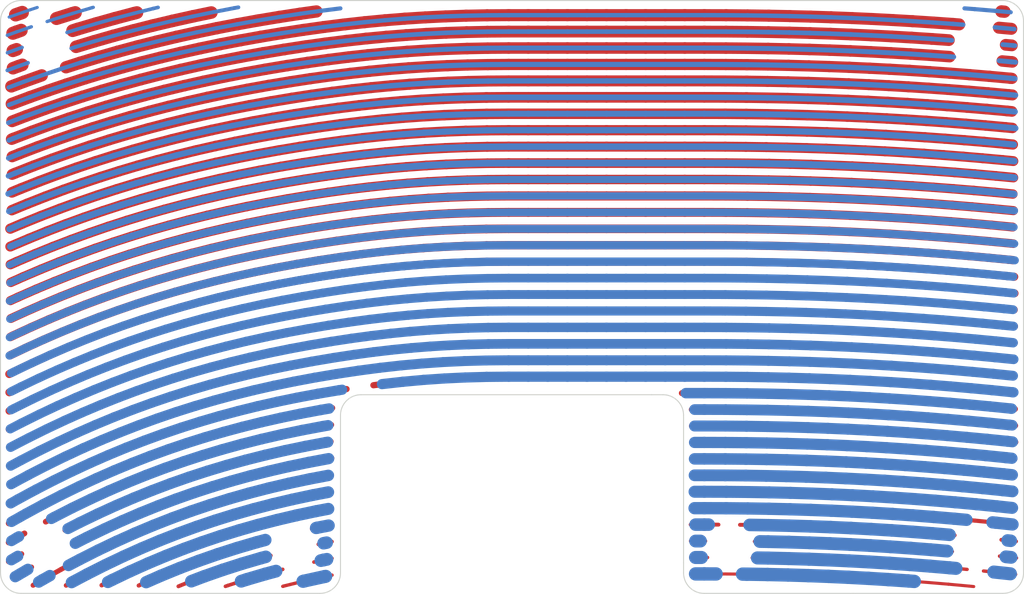
<source format=kicad_pcb>
(kicad_pcb (version 20171130) (host pcbnew "(5.1.5-0-10_14)")
  (layers (0 F.Cu signal) (31 B.Cu signal) (34 B.Paste user) (35 F.Paste user) (36 B.SilkS user) (37 F.SilkS user) (38 B.Mask user) (39 F.Mask user) (44 Edge.Cuts user))
  (net 0 "")
  (net 1 GND)
  (module key-parts:MountingHole_3.4mm_M3 (layer F.Cu) (at 71 53.22)
    (fp_text reference H6 hide)
    (fp_text value MountingHole hide)
    (pad "" np_thru_hole circle (at 0 0) (size 3.4 3.4) (drill 3.4) (layers *.Cu *.Mask))
  )
  (module key-parts:MountingHole_3.4mm_M3 (layer F.Cu) (at 28.6 53.22)
    (fp_text reference H5 hide)
    (fp_text value MountingHole hide)
    (pad "" np_thru_hole circle (at 0 0) (size 3.4 3.4) (drill 3.4) (layers *.Cu *.Mask))
  )
  (module key-parts:MountingHole_3.4mm_M3 (layer F.Cu) (at 4.5 53.22)
    (fp_text reference H4 hide)
    (fp_text value MountingHole hide)
    (pad "" np_thru_hole circle (at 0 0) (size 3.4 3.4) (drill 3.4) (layers *.Cu *.Mask))
  )
  (module key-parts:MountingHole_3.4mm_M3 (layer F.Cu) (at 95.1 53.22)
    (fp_text reference H3 hide)
    (fp_text value MountingHole hide)
    (pad "" np_thru_hole circle (at 0 0) (size 3.4 3.4) (drill 3.4) (layers *.Cu *.Mask))
  )
  (module key-parts:MountingHole_3.4mm_M3 (layer F.Cu) (at 95.1 4.5)
    (fp_text reference H2 hide)
    (fp_text value MountingHole hide)
    (pad "" np_thru_hole circle (at 0 0) (size 3.4 3.4) (drill 3.4) (layers *.Cu *.Mask))
  )
  (module key-parts:MountingHole_3.4mm_M3 (layer F.Cu) (at 4.5 4.5)
    (fp_text reference H1 hide)
    (fp_text value MountingHole hide)
    (pad "" np_thru_hole circle (at 0 0) (size 3.4 3.4) (drill 3.4) (layers *.Cu *.Mask))
  )
  (module key-parts:DummyPad (layer B.Cu) (at 70.569 44.631)
    (fp_text reference P2 hide)
    (fp_text value DummyPad hide)
    (pad 1 smd circle (at 0 0) (size 0.4 0.4) (layers B.Cu) (net 1 GND))
  )
  (module key-parts:DummyPad (layer F.Cu) (at 1.020999 1.549)
    (fp_text reference P1 hide)
    (fp_text value DummyPad hide)
    (pad 1 smd circle (at 0 0) (size 0.4 0.4) (layers F.Cu) (net 1 GND))
  )
  (gr_line (start 68.525 55.825) (end 67.668 55.825) (layer B.Cu) (width 1.3))
  (gr_line (start 68.525 55.825) (end 67.191 55.825) (layer F.Cu) (width 0.3))
  (gr_line (start 94.256 57.006) (end 94.753 57.056) (layer F.Cu) (width 0.3))
  (gr_line (start 92.286 56.826) (end 94.256 57.006) (layer F.Cu) (width 0.3))
  (gr_line (start 90.33 56.661) (end 92.286 56.826) (layer F.Cu) (width 0.3))
  (gr_line (start 88.383 56.511) (end 88.967 56.556) (layer B.Cu) (width 1.3))
  (gr_line (start 88.383 56.511) (end 90.33 56.661) (layer F.Cu) (width 0.3))
  (gr_line (start 86.442 56.378) (end 88.383 56.511) (layer B.Cu) (width 1.3))
  (gr_line (start 86.442 56.378) (end 88.383 56.511) (layer F.Cu) (width 0.3))
  (gr_line (start 84.502 56.259) (end 86.442 56.378) (layer B.Cu) (width 1.3))
  (gr_line (start 84.502 56.259) (end 86.442 56.378) (layer F.Cu) (width 0.3))
  (gr_line (start 82.558 56.155) (end 84.502 56.259) (layer B.Cu) (width 1.3))
  (gr_line (start 82.558 56.155) (end 84.502 56.259) (layer F.Cu) (width 0.3))
  (gr_line (start 80.608 56.066) (end 82.558 56.155) (layer B.Cu) (width 1.3))
  (gr_line (start 80.608 56.066) (end 82.558 56.155) (layer F.Cu) (width 0.3))
  (gr_line (start 78.646 55.991) (end 80.608 56.066) (layer B.Cu) (width 1.3))
  (gr_line (start 78.646 55.991) (end 80.608 56.066) (layer F.Cu) (width 0.3))
  (gr_line (start 76.669 55.931) (end 78.646 55.991) (layer B.Cu) (width 1.3))
  (gr_line (start 76.669 55.931) (end 78.646 55.991) (layer F.Cu) (width 0.3))
  (gr_line (start 74.673 55.884) (end 76.669 55.931) (layer B.Cu) (width 1.3))
  (gr_line (start 74.673 55.884) (end 76.669 55.931) (layer F.Cu) (width 0.3))
  (gr_line (start 72.653 55.851) (end 74.673 55.884) (layer B.Cu) (width 1.3))
  (gr_line (start 72.653 55.851) (end 74.673 55.884) (layer F.Cu) (width 0.3))
  (gr_line (start 72.243 55.847) (end 72.653 55.851) (layer B.Cu) (width 1.3))
  (gr_line (start 70.605 55.831) (end 72.653 55.851) (layer F.Cu) (width 0.3))
  (gr_line (start 68.525 55.825) (end 69.669 55.829) (layer B.Cu) (width 1.3))
  (gr_line (start 68.525 55.825) (end 70.605 55.831) (layer F.Cu) (width 0.3))
  (gr_line (start 27.575 57.008) (end 27.479 57.035) (layer F.Cu) (width 0.325641))
  (gr_line (start 29.546 56.523) (end 29.447 56.547) (layer B.Cu) (width 1.274358))
  (gr_line (start 29.546 56.523) (end 27.575 57.008) (layer F.Cu) (width 0.325641))
  (gr_line (start 31.558 56.081) (end 29.546 56.523) (layer B.Cu) (width 1.274358))
  (gr_line (start 31.558 56.081) (end 29.546 56.523) (layer F.Cu) (width 0.325641))
  (gr_line (start 31.661 56.061) (end 31.558 56.081) (layer B.Cu) (width 1.274358))
  (gr_line (start 32.279 55.941) (end 31.558 56.081) (layer F.Cu) (width 0.325641))
  (gr_line (start 68.239 54.225) (end 67.668 54.225) (layer B.Cu) (width 1.274358))
  (gr_line (start 68.525 54.225) (end 67.191 54.225) (layer F.Cu) (width 0.325641))
  (gr_line (start 98.424 55.826) (end 98.833 55.872) (layer F.Cu) (width 0.325641))
  (gr_line (start 96.706 55.644) (end 98.323 55.815) (layer B.Cu) (width 1.274358))
  (gr_line (start 96.403 55.611) (end 98.424 55.826) (layer F.Cu) (width 0.325641))
  (gr_line (start 95.703 55.542) (end 96.403 55.611) (layer F.Cu) (width 0.325641))
  (gr_line (start 92.423 55.231) (end 93.017 55.286) (layer B.Cu) (width 1.274358))
  (gr_line (start 92.423 55.231) (end 94.107 55.386) (layer F.Cu) (width 0.325641))
  (gr_line (start 90.456 55.065) (end 92.423 55.231) (layer B.Cu) (width 1.274358))
  (gr_line (start 90.456 55.065) (end 92.423 55.231) (layer F.Cu) (width 0.325641))
  (gr_line (start 88.498 54.915) (end 90.456 55.065) (layer B.Cu) (width 1.274358))
  (gr_line (start 88.498 54.915) (end 90.456 55.065) (layer F.Cu) (width 0.325641))
  (gr_line (start 86.545 54.781) (end 88.498 54.915) (layer B.Cu) (width 1.274358))
  (gr_line (start 86.545 54.781) (end 88.498 54.915) (layer F.Cu) (width 0.325641))
  (gr_line (start 84.594 54.661) (end 86.545 54.781) (layer B.Cu) (width 1.274358))
  (gr_line (start 84.594 54.661) (end 86.545 54.781) (layer F.Cu) (width 0.325641))
  (gr_line (start 82.639 54.557) (end 84.594 54.661) (layer B.Cu) (width 1.274358))
  (gr_line (start 82.639 54.557) (end 84.594 54.661) (layer F.Cu) (width 0.325641))
  (gr_line (start 80.678 54.467) (end 82.639 54.557) (layer B.Cu) (width 1.274358))
  (gr_line (start 80.678 54.467) (end 82.639 54.557) (layer F.Cu) (width 0.325641))
  (gr_line (start 78.705 54.392) (end 80.678 54.467) (layer B.Cu) (width 1.274358))
  (gr_line (start 78.705 54.392) (end 80.678 54.467) (layer F.Cu) (width 0.325641))
  (gr_line (start 76.716 54.331) (end 78.705 54.392) (layer B.Cu) (width 1.274358))
  (gr_line (start 76.716 54.331) (end 78.705 54.392) (layer F.Cu) (width 0.325641))
  (gr_line (start 74.708 54.284) (end 76.716 54.331) (layer B.Cu) (width 1.274358))
  (gr_line (start 74.708 54.284) (end 76.716 54.331) (layer F.Cu) (width 0.325641))
  (gr_line (start 73.692 54.268) (end 74.708 54.284) (layer B.Cu) (width 1.274358))
  (gr_line (start 73.184 54.26) (end 74.708 54.284) (layer F.Cu) (width 0.325641))
  (gr_line (start 68.525 54.225) (end 68.839 54.226) (layer F.Cu) (width 0.325641))
  (gr_line (start 22.167 56.942) (end 21.899 57.036) (layer F.Cu) (width 0.351282))
  (gr_line (start 23.971 56.364) (end 23.43 56.537) (layer B.Cu) (width 1.248717))
  (gr_line (start 23.971 56.364) (end 22.167 56.942) (layer F.Cu) (width 0.351282))
  (gr_line (start 25.8 55.828) (end 23.971 56.364) (layer B.Cu) (width 1.248717))
  (gr_line (start 25.8 55.828) (end 23.971 56.364) (layer F.Cu) (width 0.351282))
  (gr_line (start 26.822 55.556) (end 25.8 55.828) (layer B.Cu) (width 1.248717))
  (gr_line (start 27.473 55.383) (end 25.8 55.828) (layer F.Cu) (width 0.351282))
  (gr_line (start 31.482 54.463) (end 31.192 54.526) (layer B.Cu) (width 1.248717))
  (gr_line (start 31.482 54.463) (end 30.516 54.671) (layer F.Cu) (width 0.351282))
  (gr_line (start 31.778 54.406) (end 31.482 54.463) (layer B.Cu) (width 1.248717))
  (gr_line (start 32.271 54.311) (end 31.482 54.463) (layer F.Cu) (width 0.351282))
  (gr_line (start 68.144 52.625) (end 67.668 52.625) (layer B.Cu) (width 1.248717))
  (gr_line (start 68.525 52.625) (end 67.191 52.625) (layer F.Cu) (width 0.351282))
  (gr_line (start 98.595 54.235) (end 98.904 54.27) (layer F.Cu) (width 0.351282))
  (gr_line (start 97.884 54.16) (end 98.392 54.214) (layer B.Cu) (width 1.248717))
  (gr_line (start 97.274 54.095) (end 98.595 54.235) (layer F.Cu) (width 0.351282))
  (gr_line (start 92.56 53.637) (end 92.66 53.646) (layer F.Cu) (width 0.351282))
  (gr_line (start 90.581 53.47) (end 92.164 53.604) (layer B.Cu) (width 1.248717))
  (gr_line (start 90.581 53.47) (end 92.56 53.637) (layer F.Cu) (width 0.351282))
  (gr_line (start 88.612 53.319) (end 90.581 53.47) (layer B.Cu) (width 1.248717))
  (gr_line (start 88.612 53.319) (end 90.581 53.47) (layer F.Cu) (width 0.351282))
  (gr_line (start 86.648 53.184) (end 88.612 53.319) (layer B.Cu) (width 1.248717))
  (gr_line (start 86.648 53.184) (end 88.612 53.319) (layer F.Cu) (width 0.351282))
  (gr_line (start 84.686 53.064) (end 86.648 53.184) (layer B.Cu) (width 1.248717))
  (gr_line (start 84.686 53.064) (end 86.648 53.184) (layer F.Cu) (width 0.351282))
  (gr_line (start 82.72 52.959) (end 84.686 53.064) (layer B.Cu) (width 1.248717))
  (gr_line (start 82.72 52.959) (end 84.686 53.064) (layer F.Cu) (width 0.351282))
  (gr_line (start 80.747 52.869) (end 82.72 52.959) (layer B.Cu) (width 1.248717))
  (gr_line (start 80.747 52.869) (end 82.72 52.959) (layer F.Cu) (width 0.351282))
  (gr_line (start 78.763 52.793) (end 80.747 52.869) (layer B.Cu) (width 1.248717))
  (gr_line (start 78.763 52.793) (end 80.747 52.869) (layer F.Cu) (width 0.351282))
  (gr_line (start 76.763 52.732) (end 78.763 52.793) (layer B.Cu) (width 1.248717))
  (gr_line (start 76.763 52.732) (end 78.763 52.793) (layer F.Cu) (width 0.351282))
  (gr_line (start 74.744 52.685) (end 76.763 52.732) (layer B.Cu) (width 1.248717))
  (gr_line (start 74.744 52.685) (end 76.763 52.732) (layer F.Cu) (width 0.351282))
  (gr_line (start 73.926 52.671) (end 74.744 52.685) (layer B.Cu) (width 1.248717))
  (gr_line (start 73.416 52.663) (end 74.744 52.685) (layer F.Cu) (width 0.351282))
  (gr_line (start 68.525 52.625) (end 68.63 52.625) (layer F.Cu) (width 0.351282))
  (gr_line (start 18.035 56.742) (end 17.32 57.034) (layer F.Cu) (width 0.376923))
  (gr_line (start 19.836 56.06) (end 18.576 56.537) (layer B.Cu) (width 1.223076))
  (gr_line (start 19.836 56.06) (end 18.035 56.742) (layer F.Cu) (width 0.376923))
  (gr_line (start 21.654 55.425) (end 19.836 56.06) (layer B.Cu) (width 1.223076))
  (gr_line (start 21.654 55.425) (end 19.836 56.06) (layer F.Cu) (width 0.376923))
  (gr_line (start 23.493 54.835) (end 21.654 55.425) (layer B.Cu) (width 1.223076))
  (gr_line (start 23.493 54.835) (end 21.654 55.425) (layer F.Cu) (width 0.376923))
  (gr_line (start 25.358 54.289) (end 23.493 54.835) (layer B.Cu) (width 1.223076))
  (gr_line (start 25.358 54.289) (end 23.493 54.835) (layer F.Cu) (width 0.376923))
  (gr_line (start 25.832 54.163) (end 25.358 54.289) (layer B.Cu) (width 1.223076))
  (gr_line (start 26.305 54.037) (end 25.358 54.289) (layer F.Cu) (width 0.376923))
  (gr_line (start 31.151 52.898) (end 30.954 52.94) (layer F.Cu) (width 0.376923))
  (gr_line (start 31.754 52.781) (end 31.452 52.839) (layer B.Cu) (width 1.223076))
  (gr_line (start 32.256999 52.685) (end 31.151 52.898) (layer F.Cu) (width 0.376923))
  (gr_line (start 68.525 51.025) (end 67.668 51.025) (layer B.Cu) (width 1.223076))
  (gr_line (start 68.525 51.025) (end 67.191 51.025) (layer F.Cu) (width 0.376923))
  (gr_line (start 98.766 52.644) (end 98.87 52.656) (layer F.Cu) (width 0.376923))
  (gr_line (start 98.051 52.568) (end 98.358 52.601) (layer B.Cu) (width 1.223076))
  (gr_line (start 97.438 52.503) (end 98.766 52.644) (layer F.Cu) (width 0.376923))
  (gr_line (start 92.697 52.043) (end 92.897 52.061) (layer F.Cu) (width 0.376923))
  (gr_line (start 90.707 51.875) (end 92.399 52.018) (layer B.Cu) (width 1.223076))
  (gr_line (start 90.707 51.875) (end 92.697 52.043) (layer F.Cu) (width 0.376923))
  (gr_line (start 88.727 51.723) (end 90.707 51.875) (layer B.Cu) (width 1.223076))
  (gr_line (start 88.727 51.723) (end 90.707 51.875) (layer F.Cu) (width 0.376923))
  (gr_line (start 86.752 51.587) (end 88.727 51.723) (layer B.Cu) (width 1.223076))
  (gr_line (start 86.752 51.587) (end 88.727 51.723) (layer F.Cu) (width 0.376923))
  (gr_line (start 84.778 51.466) (end 86.752 51.587) (layer B.Cu) (width 1.223076))
  (gr_line (start 84.778 51.466) (end 86.752 51.587) (layer F.Cu) (width 0.376923))
  (gr_line (start 82.801 51.361) (end 84.778 51.466) (layer B.Cu) (width 1.223076))
  (gr_line (start 82.801 51.361) (end 84.778 51.466) (layer F.Cu) (width 0.376923))
  (gr_line (start 80.817 51.27) (end 82.801 51.361) (layer B.Cu) (width 1.223076))
  (gr_line (start 80.817 51.27) (end 82.801 51.361) (layer F.Cu) (width 0.376923))
  (gr_line (start 78.821 51.194) (end 80.817 51.27) (layer B.Cu) (width 1.223076))
  (gr_line (start 78.821 51.194) (end 80.817 51.27) (layer F.Cu) (width 0.376923))
  (gr_line (start 76.81 51.133) (end 78.821 51.194) (layer B.Cu) (width 1.223076))
  (gr_line (start 76.81 51.133) (end 78.821 51.194) (layer F.Cu) (width 0.376923))
  (gr_line (start 74.779 51.085) (end 76.81 51.133) (layer B.Cu) (width 1.223076))
  (gr_line (start 74.779 51.085) (end 76.81 51.133) (layer F.Cu) (width 0.376923))
  (gr_line (start 72.93 51.055) (end 74.779 51.085) (layer B.Cu) (width 1.223076))
  (gr_line (start 72.724 51.052) (end 74.779 51.085) (layer F.Cu) (width 0.376923))
  (gr_line (start 71.995 51.045) (end 72.724 51.052) (layer F.Cu) (width 0.376923))
  (gr_line (start 68.525 51.025) (end 68.948 51.026) (layer B.Cu) (width 1.223076))
  (gr_line (start 68.525 51.025) (end 69.9 51.029) (layer F.Cu) (width 0.376923))
  (gr_line (start 13.817 56.79) (end 13.455 56.959) (layer F.Cu) (width 0.402564))
  (gr_line (start 15.631 55.994) (end 14.18 56.631) (layer B.Cu) (width 1.197435))
  (gr_line (start 15.631 55.994) (end 13.817 56.79) (layer F.Cu) (width 0.402564))
  (gr_line (start 17.453 55.25) (end 15.631 55.994) (layer B.Cu) (width 1.197435))
  (gr_line (start 17.453 55.25) (end 15.631 55.994) (layer F.Cu) (width 0.402564))
  (gr_line (start 19.288 54.555) (end 17.453 55.25) (layer B.Cu) (width 1.197435))
  (gr_line (start 19.288 54.555) (end 17.453 55.25) (layer F.Cu) (width 0.402564))
  (gr_line (start 21.141 53.908) (end 19.288 54.555) (layer B.Cu) (width 1.197435))
  (gr_line (start 21.141 53.908) (end 19.288 54.555) (layer F.Cu) (width 0.402564))
  (gr_line (start 23.015 53.307) (end 21.141 53.908) (layer B.Cu) (width 1.197435))
  (gr_line (start 23.015 53.307) (end 21.141 53.908) (layer F.Cu) (width 0.402564))
  (gr_line (start 24.916 52.75) (end 23.015 53.307) (layer B.Cu) (width 1.197435))
  (gr_line (start 24.916 52.75) (end 23.015 53.307) (layer F.Cu) (width 0.402564))
  (gr_line (start 25.785 52.519) (end 24.916 52.75) (layer B.Cu) (width 1.197435))
  (gr_line (start 26.075 52.442) (end 24.916 52.75) (layer F.Cu) (width 0.402564))
  (gr_line (start 30.82 51.332) (end 30.719 51.353) (layer B.Cu) (width 1.197435))
  (gr_line (start 30.82 51.332) (end 30.318 51.44) (layer F.Cu) (width 0.402564))
  (gr_line (start 31.947 51.115) (end 30.82 51.332) (layer B.Cu) (width 1.197435))
  (gr_line (start 32.152 51.075) (end 30.82 51.332) (layer F.Cu) (width 0.402564))
  (gr_line (start 68.525 49.425) (end 67.572 49.425) (layer B.Cu) (width 1.197435))
  (gr_line (start 68.525 49.425) (end 67.287 49.425) (layer F.Cu) (width 0.402564))
  (gr_line (start 96.882 50.835) (end 98.527 51.01) (layer B.Cu) (width 1.197435))
  (gr_line (start 96.882 50.835) (end 98.835 51.043) (layer F.Cu) (width 0.402564))
  (gr_line (start 96.577 50.805) (end 96.882 50.835) (layer B.Cu) (width 1.197435))
  (gr_line (start 94.849 50.634) (end 96.882 50.835) (layer F.Cu) (width 0.402564))
  (gr_line (start 92.834 50.449) (end 94.043 50.56) (layer B.Cu) (width 1.197435))
  (gr_line (start 92.834 50.449) (end 94.849 50.634) (layer F.Cu) (width 0.402564))
  (gr_line (start 90.833 50.28) (end 92.834 50.449) (layer B.Cu) (width 1.197435))
  (gr_line (start 90.833 50.28) (end 92.834 50.449) (layer F.Cu) (width 0.402564))
  (gr_line (start 88.841 50.127) (end 90.833 50.28) (layer B.Cu) (width 1.197435))
  (gr_line (start 88.841 50.127) (end 90.833 50.28) (layer F.Cu) (width 0.402564))
  (gr_line (start 86.855 49.99) (end 88.841 50.127) (layer B.Cu) (width 1.197435))
  (gr_line (start 86.855 49.99) (end 88.841 50.127) (layer F.Cu) (width 0.402564))
  (gr_line (start 84.87 49.869) (end 86.855 49.99) (layer B.Cu) (width 1.197435))
  (gr_line (start 84.87 49.869) (end 86.855 49.99) (layer F.Cu) (width 0.402564))
  (gr_line (start 82.882 49.763) (end 84.87 49.869) (layer B.Cu) (width 1.197435))
  (gr_line (start 82.882 49.763) (end 84.87 49.869) (layer F.Cu) (width 0.402564))
  (gr_line (start 80.887 49.672) (end 82.882 49.763) (layer B.Cu) (width 1.197435))
  (gr_line (start 80.887 49.672) (end 82.882 49.763) (layer F.Cu) (width 0.402564))
  (gr_line (start 78.88 49.595) (end 80.887 49.672) (layer B.Cu) (width 1.197435))
  (gr_line (start 78.88 49.595) (end 80.887 49.672) (layer F.Cu) (width 0.402564))
  (gr_line (start 76.857 49.533) (end 78.88 49.595) (layer B.Cu) (width 1.197435))
  (gr_line (start 76.857 49.533) (end 78.88 49.595) (layer F.Cu) (width 0.402564))
  (gr_line (start 74.815 49.485) (end 76.857 49.533) (layer B.Cu) (width 1.197435))
  (gr_line (start 74.815 49.485) (end 76.857 49.533) (layer F.Cu) (width 0.402564))
  (gr_line (start 72.748 49.452) (end 74.815 49.485) (layer B.Cu) (width 1.197435))
  (gr_line (start 72.748 49.452) (end 74.815 49.485) (layer F.Cu) (width 0.402564))
  (gr_line (start 70.653 49.432) (end 72.748 49.452) (layer B.Cu) (width 1.197435))
  (gr_line (start 70.653 49.432) (end 72.748 49.452) (layer F.Cu) (width 0.402564))
  (gr_line (start 68.525 49.425) (end 70.653 49.432) (layer B.Cu) (width 1.197435))
  (gr_line (start 68.525 49.425) (end 70.653 49.432) (layer F.Cu) (width 0.402564))
  (gr_line (start 10.889 56.402) (end 10.455 56.621) (layer B.Cu) (width 1.171794))
  (gr_line (start 10.889 56.402) (end 9.848 56.927) (layer F.Cu) (width 0.428205))
  (gr_line (start 12.624 55.575) (end 10.889 56.402) (layer B.Cu) (width 1.171794))
  (gr_line (start 12.624 55.575) (end 10.889 56.402) (layer F.Cu) (width 0.428205))
  (gr_line (start 14.361 54.796) (end 12.624 55.575) (layer B.Cu) (width 1.171794))
  (gr_line (start 14.361 54.796) (end 12.624 55.575) (layer F.Cu) (width 0.428205))
  (gr_line (start 16.105 54.064) (end 14.361 54.796) (layer B.Cu) (width 1.171794))
  (gr_line (start 16.105 54.064) (end 14.361 54.796) (layer F.Cu) (width 0.428205))
  (gr_line (start 17.859 53.377) (end 16.105 54.064) (layer B.Cu) (width 1.171794))
  (gr_line (start 17.859 53.377) (end 16.105 54.064) (layer F.Cu) (width 0.428205))
  (gr_line (start 19.626 52.734) (end 17.859 53.377) (layer B.Cu) (width 1.171794))
  (gr_line (start 19.626 52.734) (end 17.859 53.377) (layer F.Cu) (width 0.428205))
  (gr_line (start 21.411 52.133) (end 19.626 52.734) (layer B.Cu) (width 1.171794))
  (gr_line (start 21.411 52.133) (end 19.626 52.734) (layer F.Cu) (width 0.428205))
  (gr_line (start 23.218 51.573) (end 21.411 52.133) (layer B.Cu) (width 1.171794))
  (gr_line (start 23.218 51.573) (end 21.411 52.133) (layer F.Cu) (width 0.428205))
  (gr_line (start 25.049 51.053) (end 23.218 51.573) (layer B.Cu) (width 1.171794))
  (gr_line (start 25.049 51.053) (end 23.218 51.573) (layer F.Cu) (width 0.428205))
  (gr_line (start 26.909 50.571) (end 25.049 51.053) (layer B.Cu) (width 1.171794))
  (gr_line (start 26.909 50.571) (end 25.049 51.053) (layer F.Cu) (width 0.428205))
  (gr_line (start 28.802 50.126) (end 26.909 50.571) (layer B.Cu) (width 1.171794))
  (gr_line (start 28.802 50.126) (end 26.909 50.571) (layer F.Cu) (width 0.428205))
  (gr_line (start 30.732 49.717) (end 28.802 50.126) (layer B.Cu) (width 1.171794))
  (gr_line (start 30.732 49.717) (end 28.802 50.126) (layer F.Cu) (width 0.428205))
  (gr_line (start 31.914 49.492) (end 30.732 49.717) (layer B.Cu) (width 1.171794))
  (gr_line (start 32.209 49.436) (end 30.732 49.717) (layer F.Cu) (width 0.428205))
  (gr_line (start 68.525 47.825) (end 67.572 47.825) (layer B.Cu) (width 1.171794))
  (gr_line (start 68.525 47.825) (end 67.287 47.825) (layer F.Cu) (width 0.428205))
  (gr_line (start 97.042 49.243) (end 98.489 49.397) (layer B.Cu) (width 1.171794))
  (gr_line (start 97.042 49.243) (end 98.799 49.43) (layer F.Cu) (width 0.428205))
  (gr_line (start 94.997 49.04) (end 97.042 49.243) (layer B.Cu) (width 1.171794))
  (gr_line (start 94.997 49.04) (end 97.042 49.243) (layer F.Cu) (width 0.428205))
  (gr_line (start 92.971 48.854) (end 94.997 49.04) (layer B.Cu) (width 1.171794))
  (gr_line (start 92.971 48.854) (end 94.997 49.04) (layer F.Cu) (width 0.428205))
  (gr_line (start 90.958 48.685) (end 92.971 48.854) (layer B.Cu) (width 1.171794))
  (gr_line (start 90.958 48.685) (end 92.971 48.854) (layer F.Cu) (width 0.428205))
  (gr_line (start 88.956 48.531) (end 90.958 48.685) (layer B.Cu) (width 1.171794))
  (gr_line (start 88.956 48.531) (end 90.958 48.685) (layer F.Cu) (width 0.428205))
  (gr_line (start 86.958 48.394) (end 88.956 48.531) (layer B.Cu) (width 1.171794))
  (gr_line (start 86.958 48.394) (end 88.956 48.531) (layer F.Cu) (width 0.428205))
  (gr_line (start 84.962 48.271) (end 86.958 48.394) (layer B.Cu) (width 1.171794))
  (gr_line (start 84.962 48.271) (end 86.958 48.394) (layer F.Cu) (width 0.428205))
  (gr_line (start 82.963 48.165) (end 84.962 48.271) (layer B.Cu) (width 1.171794))
  (gr_line (start 82.963 48.165) (end 84.962 48.271) (layer F.Cu) (width 0.428205))
  (gr_line (start 80.956 48.073) (end 82.963 48.165) (layer B.Cu) (width 1.171794))
  (gr_line (start 80.956 48.073) (end 82.963 48.165) (layer F.Cu) (width 0.428205))
  (gr_line (start 78.938 47.996) (end 80.956 48.073) (layer B.Cu) (width 1.171794))
  (gr_line (start 78.938 47.996) (end 80.956 48.073) (layer F.Cu) (width 0.428205))
  (gr_line (start 76.904 47.934) (end 78.938 47.996) (layer B.Cu) (width 1.171794))
  (gr_line (start 76.904 47.934) (end 78.938 47.996) (layer F.Cu) (width 0.428205))
  (gr_line (start 74.85 47.886) (end 76.904 47.934) (layer B.Cu) (width 1.171794))
  (gr_line (start 74.85 47.886) (end 76.904 47.934) (layer F.Cu) (width 0.428205))
  (gr_line (start 72.772 47.852) (end 74.85 47.886) (layer B.Cu) (width 1.171794))
  (gr_line (start 72.772 47.852) (end 74.85 47.886) (layer F.Cu) (width 0.428205))
  (gr_line (start 70.665 47.832) (end 72.772 47.852) (layer B.Cu) (width 1.171794))
  (gr_line (start 70.665 47.832) (end 72.772 47.852) (layer F.Cu) (width 0.428205))
  (gr_line (start 68.525 47.825) (end 70.665 47.832) (layer B.Cu) (width 1.171794))
  (gr_line (start 68.525 47.825) (end 70.665 47.832) (layer F.Cu) (width 0.428205))
  (gr_line (start 6.655 56.795) (end 6.388 56.944) (layer F.Cu) (width 0.453846))
  (gr_line (start 8.428 55.851) (end 6.921 56.653) (layer B.Cu) (width 1.146153))
  (gr_line (start 8.428 55.851) (end 6.655 56.795) (layer F.Cu) (width 0.453846))
  (gr_line (start 10.196 54.959) (end 8.428 55.851) (layer B.Cu) (width 1.146153))
  (gr_line (start 10.196 54.959) (end 8.428 55.851) (layer F.Cu) (width 0.453846))
  (gr_line (start 11.963 54.117) (end 10.196 54.959) (layer B.Cu) (width 1.146153))
  (gr_line (start 11.963 54.117) (end 10.196 54.959) (layer F.Cu) (width 0.453846))
  (gr_line (start 13.733 53.323) (end 11.963 54.117) (layer B.Cu) (width 1.146153))
  (gr_line (start 13.733 53.323) (end 11.963 54.117) (layer F.Cu) (width 0.453846))
  (gr_line (start 15.508 52.578) (end 13.733 53.323) (layer B.Cu) (width 1.146153))
  (gr_line (start 15.508 52.578) (end 13.733 53.323) (layer F.Cu) (width 0.453846))
  (gr_line (start 17.295 51.878) (end 15.508 52.578) (layer B.Cu) (width 1.146153))
  (gr_line (start 17.295 51.878) (end 15.508 52.578) (layer F.Cu) (width 0.453846))
  (gr_line (start 19.095 51.223) (end 17.295 51.878) (layer B.Cu) (width 1.146153))
  (gr_line (start 19.095 51.223) (end 17.295 51.878) (layer F.Cu) (width 0.453846))
  (gr_line (start 20.913 50.611) (end 19.095 51.223) (layer B.Cu) (width 1.146153))
  (gr_line (start 20.913 50.611) (end 19.095 51.223) (layer F.Cu) (width 0.453846))
  (gr_line (start 22.752 50.04) (end 20.913 50.611) (layer B.Cu) (width 1.146153))
  (gr_line (start 22.752 50.04) (end 20.913 50.611) (layer F.Cu) (width 0.453846))
  (gr_line (start 24.618 49.511) (end 22.752 50.04) (layer B.Cu) (width 1.146153))
  (gr_line (start 24.618 49.511) (end 22.752 50.04) (layer F.Cu) (width 0.453846))
  (gr_line (start 26.512 49.02) (end 24.618 49.511) (layer B.Cu) (width 1.146153))
  (gr_line (start 26.512 49.02) (end 24.618 49.511) (layer F.Cu) (width 0.453846))
  (gr_line (start 28.44 48.567) (end 26.512 49.02) (layer B.Cu) (width 1.146153))
  (gr_line (start 28.44 48.567) (end 26.512 49.02) (layer F.Cu) (width 0.453846))
  (gr_line (start 30.405 48.15) (end 28.44 48.567) (layer B.Cu) (width 1.146153))
  (gr_line (start 30.405 48.15) (end 28.44 48.567) (layer F.Cu) (width 0.453846))
  (gr_line (start 31.91 47.864) (end 30.405 48.15) (layer B.Cu) (width 1.146153))
  (gr_line (start 32.211 47.806) (end 30.405 48.15) (layer F.Cu) (width 0.453846))
  (gr_line (start 68.525 46.225) (end 67.572 46.225) (layer B.Cu) (width 1.146153))
  (gr_line (start 68.525 46.225) (end 67.287 46.225) (layer F.Cu) (width 0.453846))
  (gr_line (start 97.546 47.687) (end 98.53 47.792) (layer B.Cu) (width 1.146153))
  (gr_line (start 97.546 47.687) (end 98.825 47.824) (layer F.Cu) (width 0.453846))
  (gr_line (start 95.601 47.491) (end 97.546 47.687) (layer B.Cu) (width 1.146153))
  (gr_line (start 95.601 47.491) (end 97.546 47.687) (layer F.Cu) (width 0.453846))
  (gr_line (start 93.672 47.31) (end 95.601 47.491) (layer B.Cu) (width 1.146153))
  (gr_line (start 93.672 47.31) (end 95.601 47.491) (layer F.Cu) (width 0.453846))
  (gr_line (start 91.757 47.145) (end 93.672 47.31) (layer B.Cu) (width 1.146153))
  (gr_line (start 91.757 47.145) (end 93.672 47.31) (layer F.Cu) (width 0.453846))
  (gr_line (start 89.853 46.993) (end 91.757 47.145) (layer B.Cu) (width 1.146153))
  (gr_line (start 89.853 46.993) (end 91.757 47.145) (layer F.Cu) (width 0.453846))
  (gr_line (start 87.954 46.856) (end 89.853 46.993) (layer B.Cu) (width 1.146153))
  (gr_line (start 87.954 46.856) (end 89.853 46.993) (layer F.Cu) (width 0.453846))
  (gr_line (start 86.058 46.733) (end 87.954 46.856) (layer B.Cu) (width 1.146153))
  (gr_line (start 86.058 46.733) (end 87.954 46.856) (layer F.Cu) (width 0.453846))
  (gr_line (start 84.161 46.624) (end 86.058 46.733) (layer B.Cu) (width 1.146153))
  (gr_line (start 84.161 46.624) (end 86.058 46.733) (layer F.Cu) (width 0.453846))
  (gr_line (start 82.26 46.529) (end 84.161 46.624) (layer B.Cu) (width 1.146153))
  (gr_line (start 82.26 46.529) (end 84.161 46.624) (layer F.Cu) (width 0.453846))
  (gr_line (start 80.351 46.447) (end 82.26 46.529) (layer B.Cu) (width 1.146153))
  (gr_line (start 80.351 46.447) (end 82.26 46.529) (layer F.Cu) (width 0.453846))
  (gr_line (start 78.43 46.378) (end 80.351 46.447) (layer B.Cu) (width 1.146153))
  (gr_line (start 78.43 46.378) (end 80.351 46.447) (layer F.Cu) (width 0.453846))
  (gr_line (start 76.494 46.322) (end 78.43 46.378) (layer B.Cu) (width 1.146153))
  (gr_line (start 76.494 46.322) (end 78.43 46.378) (layer F.Cu) (width 0.453846))
  (gr_line (start 74.539 46.28) (end 76.494 46.322) (layer B.Cu) (width 1.146153))
  (gr_line (start 74.539 46.28) (end 76.494 46.322) (layer F.Cu) (width 0.453846))
  (gr_line (start 72.562 46.249) (end 74.539 46.28) (layer B.Cu) (width 1.146153))
  (gr_line (start 72.562 46.249) (end 74.539 46.28) (layer F.Cu) (width 0.453846))
  (gr_line (start 70.558 46.231) (end 72.562 46.249) (layer B.Cu) (width 1.146153))
  (gr_line (start 70.558 46.231) (end 72.562 46.249) (layer F.Cu) (width 0.453846))
  (gr_line (start 68.525 46.225) (end 70.558 46.231) (layer B.Cu) (width 1.146153))
  (gr_line (start 68.525 46.225) (end 70.558 46.231) (layer F.Cu) (width 0.453846))
  (gr_line (start 4.083999 56.399) (end 3.718 56.613) (layer B.Cu) (width 1.120512))
  (gr_line (start 4.083999 56.399) (end 3.17 56.934) (layer F.Cu) (width 0.479487))
  (gr_line (start 4.81 55.993) (end 4.083999 56.399) (layer B.Cu) (width 1.120512))
  (gr_line (start 5.898 55.385) (end 4.083999 56.399) (layer F.Cu) (width 0.479487))
  (gr_line (start 7.704 54.424) (end 6.62 55) (layer B.Cu) (width 1.120512))
  (gr_line (start 7.704 54.424) (end 5.898 55.385) (layer F.Cu) (width 0.479487))
  (gr_line (start 9.504 53.515) (end 7.704 54.424) (layer B.Cu) (width 1.120512))
  (gr_line (start 9.504 53.515) (end 7.704 54.424) (layer F.Cu) (width 0.479487))
  (gr_line (start 11.303 52.658) (end 9.504 53.515) (layer B.Cu) (width 1.120512))
  (gr_line (start 11.303 52.658) (end 9.504 53.515) (layer F.Cu) (width 0.479487))
  (gr_line (start 13.104 51.85) (end 11.303 52.658) (layer B.Cu) (width 1.120512))
  (gr_line (start 13.104 51.85) (end 11.303 52.658) (layer F.Cu) (width 0.479487))
  (gr_line (start 14.912 51.091) (end 13.104 51.85) (layer B.Cu) (width 1.120512))
  (gr_line (start 14.912 51.091) (end 13.104 51.85) (layer F.Cu) (width 0.479487))
  (gr_line (start 16.73 50.379) (end 14.912 51.091) (layer B.Cu) (width 1.120512))
  (gr_line (start 16.73 50.379) (end 14.912 51.091) (layer F.Cu) (width 0.479487))
  (gr_line (start 18.563 49.712) (end 16.73 50.379) (layer B.Cu) (width 1.120512))
  (gr_line (start 18.563 49.712) (end 16.73 50.379) (layer F.Cu) (width 0.479487))
  (gr_line (start 20.414 49.089) (end 18.563 49.712) (layer B.Cu) (width 1.120512))
  (gr_line (start 20.414 49.089) (end 18.563 49.712) (layer F.Cu) (width 0.479487))
  (gr_line (start 22.287 48.508) (end 20.414 49.089) (layer B.Cu) (width 1.120512))
  (gr_line (start 22.287 48.508) (end 20.414 49.089) (layer F.Cu) (width 0.479487))
  (gr_line (start 24.186 47.969) (end 22.287 48.508) (layer B.Cu) (width 1.120512))
  (gr_line (start 24.186 47.969) (end 22.287 48.508) (layer F.Cu) (width 0.479487))
  (gr_line (start 26.115 47.469) (end 24.186 47.969) (layer B.Cu) (width 1.120512))
  (gr_line (start 26.115 47.469) (end 24.186 47.969) (layer F.Cu) (width 0.479487))
  (gr_line (start 28.078 47.008) (end 26.115 47.469) (layer B.Cu) (width 1.120512))
  (gr_line (start 28.078 47.008) (end 26.115 47.469) (layer F.Cu) (width 0.479487))
  (gr_line (start 30.079 46.584) (end 28.078 47.008) (layer B.Cu) (width 1.120512))
  (gr_line (start 30.079 46.584) (end 28.078 47.008) (layer F.Cu) (width 0.479487))
  (gr_line (start 31.917 46.234) (end 30.079 46.584) (layer B.Cu) (width 1.120512))
  (gr_line (start 32.121 46.195) (end 30.079 46.584) (layer F.Cu) (width 0.479487))
  (gr_line (start 32.225 46.177) (end 32.121 46.195) (layer F.Cu) (width 0.479487))
  (gr_line (start 68.525 44.625) (end 67.572 44.625) (layer B.Cu) (width 1.120512))
  (gr_line (start 68.525 44.625) (end 67.287 44.625) (layer F.Cu) (width 0.479487))
  (gr_line (start 97.708 46.095) (end 98.499 46.18) (layer B.Cu) (width 1.120512))
  (gr_line (start 97.708 46.095) (end 98.796 46.211) (layer F.Cu) (width 0.479487))
  (gr_line (start 95.752 45.898) (end 97.708 46.095) (layer B.Cu) (width 1.120512))
  (gr_line (start 95.752 45.898) (end 97.708 46.095) (layer F.Cu) (width 0.479487))
  (gr_line (start 93.813 45.717) (end 95.752 45.898) (layer B.Cu) (width 1.120512))
  (gr_line (start 93.813 45.717) (end 95.752 45.898) (layer F.Cu) (width 0.479487))
  (gr_line (start 91.887 45.55) (end 93.813 45.717) (layer B.Cu) (width 1.120512))
  (gr_line (start 91.887 45.55) (end 93.813 45.717) (layer F.Cu) (width 0.479487))
  (gr_line (start 89.971 45.398) (end 91.887 45.55) (layer B.Cu) (width 1.120512))
  (gr_line (start 89.971 45.398) (end 91.887 45.55) (layer F.Cu) (width 0.479487))
  (gr_line (start 88.062 45.26) (end 89.971 45.398) (layer B.Cu) (width 1.120512))
  (gr_line (start 88.062 45.26) (end 89.971 45.398) (layer F.Cu) (width 0.479487))
  (gr_line (start 86.156 45.136) (end 88.062 45.26) (layer B.Cu) (width 1.120512))
  (gr_line (start 86.156 45.136) (end 88.062 45.26) (layer F.Cu) (width 0.479487))
  (gr_line (start 84.248 45.027) (end 86.156 45.136) (layer B.Cu) (width 1.120512))
  (gr_line (start 84.248 45.027) (end 86.156 45.136) (layer F.Cu) (width 0.479487))
  (gr_line (start 82.337 44.931) (end 84.248 45.027) (layer B.Cu) (width 1.120512))
  (gr_line (start 82.337 44.931) (end 84.248 45.027) (layer F.Cu) (width 0.479487))
  (gr_line (start 80.417 44.848) (end 82.337 44.931) (layer B.Cu) (width 1.120512))
  (gr_line (start 80.417 44.848) (end 82.337 44.931) (layer F.Cu) (width 0.479487))
  (gr_line (start 78.485 44.779) (end 80.417 44.848) (layer B.Cu) (width 1.120512))
  (gr_line (start 78.485 44.779) (end 80.417 44.848) (layer F.Cu) (width 0.479487))
  (gr_line (start 76.538 44.723) (end 78.485 44.779) (layer B.Cu) (width 1.120512))
  (gr_line (start 76.538 44.723) (end 78.485 44.779) (layer F.Cu) (width 0.479487))
  (gr_line (start 74.573 44.68) (end 76.538 44.723) (layer B.Cu) (width 1.120512))
  (gr_line (start 74.573 44.68) (end 76.538 44.723) (layer F.Cu) (width 0.479487))
  (gr_line (start 72.584 44.649) (end 74.573 44.68) (layer B.Cu) (width 1.120512))
  (gr_line (start 72.584 44.649) (end 74.573 44.68) (layer F.Cu) (width 0.479487))
  (gr_line (start 70.569 44.631) (end 72.584 44.649) (layer B.Cu) (width 1.120512))
  (gr_line (start 70.569 44.631) (end 72.584 44.649) (layer F.Cu) (width 0.479487))
  (gr_line (start 68.525 44.625) (end 70.569 44.631) (layer B.Cu) (width 1.120512))
  (gr_line (start 68.525 44.625) (end 70.569 44.631) (layer F.Cu) (width 0.479487))
  (gr_line (start 2.665 55.376) (end 1.435 56.097) (layer B.Cu) (width 1.094871))
  (gr_line (start 3.016 55.169) (end 1.435 56.097) (layer F.Cu) (width 0.505128))
  (gr_line (start 8.404 52.273) (end 7.279 52.847) (layer B.Cu) (width 1.094871))
  (gr_line (start 8.404 52.273) (end 7.019 52.979) (layer F.Cu) (width 0.505128))
  (gr_line (start 10.133 51.437) (end 8.404 52.273) (layer B.Cu) (width 1.094871))
  (gr_line (start 10.133 51.437) (end 8.404 52.273) (layer F.Cu) (width 0.505128))
  (gr_line (start 11.864 50.646) (end 10.133 51.437) (layer B.Cu) (width 1.094871))
  (gr_line (start 11.864 50.646) (end 10.133 51.437) (layer F.Cu) (width 0.505128))
  (gr_line (start 13.599 49.9) (end 11.864 50.646) (layer B.Cu) (width 1.094871))
  (gr_line (start 13.599 49.9) (end 11.864 50.646) (layer F.Cu) (width 0.505128))
  (gr_line (start 15.342 49.196) (end 13.599 49.9) (layer B.Cu) (width 1.094871))
  (gr_line (start 15.342 49.196) (end 13.599 49.9) (layer F.Cu) (width 0.505128))
  (gr_line (start 17.097 48.534) (end 15.342 49.196) (layer B.Cu) (width 1.094871))
  (gr_line (start 17.097 48.534) (end 15.342 49.196) (layer F.Cu) (width 0.505128))
  (gr_line (start 18.866 47.913) (end 17.097 48.534) (layer B.Cu) (width 1.094871))
  (gr_line (start 18.866 47.913) (end 17.097 48.534) (layer F.Cu) (width 0.505128))
  (gr_line (start 20.654 47.332) (end 18.866 47.913) (layer B.Cu) (width 1.094871))
  (gr_line (start 20.654 47.332) (end 18.866 47.913) (layer F.Cu) (width 0.505128))
  (gr_line (start 22.463 46.788) (end 20.654 47.332) (layer B.Cu) (width 1.094871))
  (gr_line (start 22.463 46.788) (end 20.654 47.332) (layer F.Cu) (width 0.505128))
  (gr_line (start 24.297 46.282) (end 22.463 46.788) (layer B.Cu) (width 1.094871))
  (gr_line (start 24.297 46.282) (end 22.463 46.788) (layer F.Cu) (width 0.505128))
  (gr_line (start 26.159 45.811) (end 24.297 46.282) (layer B.Cu) (width 1.094871))
  (gr_line (start 26.159 45.811) (end 24.297 46.282) (layer F.Cu) (width 0.505128))
  (gr_line (start 28.053 45.374) (end 26.159 45.811) (layer B.Cu) (width 1.094871))
  (gr_line (start 28.053 45.374) (end 26.159 45.811) (layer F.Cu) (width 0.505128))
  (gr_line (start 29.981 44.971) (end 28.053 45.374) (layer B.Cu) (width 1.094871))
  (gr_line (start 29.981 44.971) (end 28.053 45.374) (layer F.Cu) (width 0.505128))
  (gr_line (start 31.948 44.6) (end 29.981 44.971) (layer B.Cu) (width 1.094871))
  (gr_line (start 31.948 44.6) (end 29.981 44.971) (layer F.Cu) (width 0.505128))
  (gr_line (start 32.249 44.549) (end 31.948 44.6) (layer F.Cu) (width 0.505128))
  (gr_line (start 68.525 43.025) (end 67.572 43.025) (layer B.Cu) (width 1.094871))
  (gr_line (start 68.525 43.025) (end 67.287 43.025) (layer F.Cu) (width 0.505128))
  (gr_line (start 97.87 44.503) (end 98.466 44.567) (layer B.Cu) (width 1.094871))
  (gr_line (start 97.87 44.503) (end 98.765 44.599) (layer F.Cu) (width 0.505128))
  (gr_line (start 95.903 44.305) (end 97.87 44.503) (layer B.Cu) (width 1.094871))
  (gr_line (start 95.903 44.305) (end 97.87 44.503) (layer F.Cu) (width 0.505128))
  (gr_line (start 93.953 44.123) (end 95.903 44.305) (layer B.Cu) (width 1.094871))
  (gr_line (start 93.953 44.123) (end 95.903 44.305) (layer F.Cu) (width 0.505128))
  (gr_line (start 92.016 43.955) (end 93.953 44.123) (layer B.Cu) (width 1.094871))
  (gr_line (start 92.016 43.955) (end 93.953 44.123) (layer F.Cu) (width 0.505128))
  (gr_line (start 90.09 43.802) (end 92.016 43.955) (layer B.Cu) (width 1.094871))
  (gr_line (start 90.09 43.802) (end 92.016 43.955) (layer F.Cu) (width 0.505128))
  (gr_line (start 88.17 43.663) (end 90.09 43.802) (layer B.Cu) (width 1.094871))
  (gr_line (start 88.17 43.663) (end 90.09 43.802) (layer F.Cu) (width 0.505128))
  (gr_line (start 86.253 43.539) (end 88.17 43.663) (layer B.Cu) (width 1.094871))
  (gr_line (start 86.253 43.539) (end 88.17 43.663) (layer F.Cu) (width 0.505128))
  (gr_line (start 84.336 43.429) (end 86.253 43.539) (layer B.Cu) (width 1.094871))
  (gr_line (start 84.336 43.429) (end 86.253 43.539) (layer F.Cu) (width 0.505128))
  (gr_line (start 82.413 43.332) (end 84.336 43.429) (layer B.Cu) (width 1.094871))
  (gr_line (start 82.413 43.332) (end 84.336 43.429) (layer F.Cu) (width 0.505128))
  (gr_line (start 80.483 43.249) (end 82.413 43.332) (layer B.Cu) (width 1.094871))
  (gr_line (start 80.483 43.249) (end 82.413 43.332) (layer F.Cu) (width 0.505128))
  (gr_line (start 78.54 43.18) (end 80.483 43.249) (layer B.Cu) (width 1.094871))
  (gr_line (start 78.54 43.18) (end 80.483 43.249) (layer F.Cu) (width 0.505128))
  (gr_line (start 76.583 43.124) (end 78.54 43.18) (layer B.Cu) (width 1.094871))
  (gr_line (start 76.583 43.124) (end 78.54 43.18) (layer F.Cu) (width 0.505128))
  (gr_line (start 74.606 43.08) (end 76.583 43.124) (layer B.Cu) (width 1.094871))
  (gr_line (start 74.606 43.08) (end 76.583 43.124) (layer F.Cu) (width 0.505128))
  (gr_line (start 72.607 43.049) (end 74.606 43.08) (layer B.Cu) (width 1.094871))
  (gr_line (start 72.607 43.049) (end 74.606 43.08) (layer F.Cu) (width 0.505128))
  (gr_line (start 70.581 43.031) (end 72.607 43.049) (layer B.Cu) (width 1.094871))
  (gr_line (start 70.581 43.031) (end 72.607 43.049) (layer F.Cu) (width 0.505128))
  (gr_line (start 68.525 43.025) (end 70.581 43.031) (layer B.Cu) (width 1.094871))
  (gr_line (start 68.525 43.025) (end 70.581 43.031) (layer F.Cu) (width 0.505128))
  (gr_line (start 1.686 54.095) (end 1.06 54.462) (layer B.Cu) (width 1.06923))
  (gr_line (start 2.043 53.885) (end 0.792 54.619) (layer F.Cu) (width 0.530769))
  (gr_line (start 7.704 50.833) (end 6.559 51.417) (layer B.Cu) (width 1.06923))
  (gr_line (start 7.704 50.833) (end 6.295 51.552) (layer F.Cu) (width 0.530769))
  (gr_line (start 9.464 49.982) (end 7.704 50.833) (layer B.Cu) (width 1.06923))
  (gr_line (start 9.464 49.982) (end 7.704 50.833) (layer F.Cu) (width 0.530769))
  (gr_line (start 11.224 49.178) (end 9.464 49.982) (layer B.Cu) (width 1.06923))
  (gr_line (start 11.224 49.178) (end 9.464 49.982) (layer F.Cu) (width 0.530769))
  (gr_line (start 12.99 48.418) (end 11.224 49.178) (layer B.Cu) (width 1.06923))
  (gr_line (start 12.99 48.418) (end 11.224 49.178) (layer F.Cu) (width 0.530769))
  (gr_line (start 14.764 47.703) (end 12.99 48.418) (layer B.Cu) (width 1.06923))
  (gr_line (start 14.764 47.703) (end 12.99 48.418) (layer F.Cu) (width 0.530769))
  (gr_line (start 16.549 47.029) (end 14.764 47.703) (layer B.Cu) (width 1.06923))
  (gr_line (start 16.549 47.029) (end 14.764 47.703) (layer F.Cu) (width 0.530769))
  (gr_line (start 18.35 46.397) (end 16.549 47.029) (layer B.Cu) (width 1.06923))
  (gr_line (start 18.35 46.397) (end 16.549 47.029) (layer F.Cu) (width 0.530769))
  (gr_line (start 20.168 45.806) (end 18.35 46.397) (layer B.Cu) (width 1.06923))
  (gr_line (start 20.168 45.806) (end 18.35 46.397) (layer F.Cu) (width 0.530769))
  (gr_line (start 22.009 45.252) (end 20.168 45.806) (layer B.Cu) (width 1.06923))
  (gr_line (start 22.009 45.252) (end 20.168 45.806) (layer F.Cu) (width 0.530769))
  (gr_line (start 23.875 44.737) (end 22.009 45.252) (layer B.Cu) (width 1.06923))
  (gr_line (start 23.875 44.737) (end 22.009 45.252) (layer F.Cu) (width 0.530769))
  (gr_line (start 25.77 44.258) (end 23.875 44.737) (layer B.Cu) (width 1.06923))
  (gr_line (start 25.77 44.258) (end 23.875 44.737) (layer F.Cu) (width 0.530769))
  (gr_line (start 27.696 43.814) (end 25.77 44.258) (layer B.Cu) (width 1.06923))
  (gr_line (start 27.696 43.814) (end 25.77 44.258) (layer F.Cu) (width 0.530769))
  (gr_line (start 29.658 43.404) (end 27.696 43.814) (layer B.Cu) (width 1.06923))
  (gr_line (start 29.658 43.404) (end 27.696 43.814) (layer F.Cu) (width 0.530769))
  (gr_line (start 31.659 43.026) (end 29.658 43.404) (layer B.Cu) (width 1.06923))
  (gr_line (start 31.659 43.026) (end 29.658 43.404) (layer F.Cu) (width 0.530769))
  (gr_line (start 31.864 42.992) (end 31.659 43.026) (layer B.Cu) (width 1.06923))
  (gr_line (start 32.17 42.94) (end 31.659 43.026) (layer F.Cu) (width 0.530769))
  (gr_line (start 68.525 41.425) (end 67.572 41.425) (layer B.Cu) (width 1.06923))
  (gr_line (start 68.525 41.425) (end 67.287 41.425) (layer F.Cu) (width 0.530769))
  (gr_line (start 98.032 42.911) (end 98.531 42.965) (layer B.Cu) (width 1.06923))
  (gr_line (start 98.032 42.911) (end 98.831 42.997) (layer F.Cu) (width 0.530769))
  (gr_line (start 96.053 42.712) (end 98.032 42.911) (layer B.Cu) (width 1.06923))
  (gr_line (start 96.053 42.712) (end 98.032 42.911) (layer F.Cu) (width 0.530769))
  (gr_line (start 94.093 42.529) (end 96.053 42.712) (layer B.Cu) (width 1.06923))
  (gr_line (start 94.093 42.529) (end 96.053 42.712) (layer F.Cu) (width 0.530769))
  (gr_line (start 92.146 42.36) (end 94.093 42.529) (layer B.Cu) (width 1.06923))
  (gr_line (start 92.146 42.36) (end 94.093 42.529) (layer F.Cu) (width 0.530769))
  (gr_line (start 90.209 42.206) (end 92.146 42.36) (layer B.Cu) (width 1.06923))
  (gr_line (start 90.209 42.206) (end 92.146 42.36) (layer F.Cu) (width 0.530769))
  (gr_line (start 88.279 42.067) (end 90.209 42.206) (layer B.Cu) (width 1.06923))
  (gr_line (start 88.279 42.067) (end 90.209 42.206) (layer F.Cu) (width 0.530769))
  (gr_line (start 86.351 41.942) (end 88.279 42.067) (layer B.Cu) (width 1.06923))
  (gr_line (start 86.351 41.942) (end 88.279 42.067) (layer F.Cu) (width 0.530769))
  (gr_line (start 84.423 41.831) (end 86.351 41.942) (layer B.Cu) (width 1.06923))
  (gr_line (start 84.423 41.831) (end 86.351 41.942) (layer F.Cu) (width 0.530769))
  (gr_line (start 82.49 41.734) (end 84.423 41.831) (layer B.Cu) (width 1.06923))
  (gr_line (start 82.49 41.734) (end 84.423 41.831) (layer F.Cu) (width 0.530769))
  (gr_line (start 80.549 41.651) (end 82.49 41.734) (layer B.Cu) (width 1.06923))
  (gr_line (start 80.549 41.651) (end 82.49 41.734) (layer F.Cu) (width 0.530769))
  (gr_line (start 78.596 41.581) (end 80.549 41.651) (layer B.Cu) (width 1.06923))
  (gr_line (start 78.596 41.581) (end 80.549 41.651) (layer F.Cu) (width 0.530769))
  (gr_line (start 76.627 41.524) (end 78.596 41.581) (layer B.Cu) (width 1.06923))
  (gr_line (start 76.627 41.524) (end 78.596 41.581) (layer F.Cu) (width 0.530769))
  (gr_line (start 74.64 41.48) (end 76.627 41.524) (layer B.Cu) (width 1.06923))
  (gr_line (start 74.64 41.48) (end 76.627 41.524) (layer F.Cu) (width 0.530769))
  (gr_line (start 72.629 41.449) (end 74.64 41.48) (layer B.Cu) (width 1.06923))
  (gr_line (start 72.629 41.449) (end 74.64 41.48) (layer F.Cu) (width 0.530769))
  (gr_line (start 70.592 41.431) (end 72.629 41.449) (layer B.Cu) (width 1.06923))
  (gr_line (start 70.592 41.431) (end 72.629 41.449) (layer F.Cu) (width 0.530769))
  (gr_line (start 68.525 41.425) (end 70.592 41.431) (layer B.Cu) (width 1.06923))
  (gr_line (start 68.525 41.425) (end 70.592 41.431) (layer F.Cu) (width 0.530769))
  (gr_line (start 1.61 52.285) (end 1.064 52.605) (layer B.Cu) (width 1.043589))
  (gr_line (start 1.61 52.285) (end 0.792 52.764) (layer F.Cu) (width 0.55641))
  (gr_line (start 1.79 52.183) (end 1.61 52.285) (layer B.Cu) (width 1.043589))
  (gr_line (start 2.332 51.879) (end 1.61 52.285) (layer F.Cu) (width 0.55641))
  (gr_line (start 5.213 50.307) (end 4.943 50.452) (layer B.Cu) (width 1.043589))
  (gr_line (start 5.213 50.307) (end 4.404 50.741) (layer F.Cu) (width 0.55641))
  (gr_line (start 7.005 49.393) (end 5.213 50.307) (layer B.Cu) (width 1.043589))
  (gr_line (start 7.005 49.393) (end 5.213 50.307) (layer F.Cu) (width 0.55641))
  (gr_line (start 8.794 48.528) (end 7.005 49.393) (layer B.Cu) (width 1.043589))
  (gr_line (start 8.794 48.528) (end 7.005 49.393) (layer F.Cu) (width 0.55641))
  (gr_line (start 10.585 47.71) (end 8.794 48.528) (layer B.Cu) (width 1.043589))
  (gr_line (start 10.585 47.71) (end 8.794 48.528) (layer F.Cu) (width 0.55641))
  (gr_line (start 12.381 46.937) (end 10.585 47.71) (layer B.Cu) (width 1.043589))
  (gr_line (start 12.381 46.937) (end 10.585 47.71) (layer F.Cu) (width 0.55641))
  (gr_line (start 14.185 46.209) (end 12.381 46.937) (layer B.Cu) (width 1.043589))
  (gr_line (start 14.185 46.209) (end 12.381 46.937) (layer F.Cu) (width 0.55641))
  (gr_line (start 16.001 45.524) (end 14.185 46.209) (layer B.Cu) (width 1.043589))
  (gr_line (start 16.001 45.524) (end 14.185 46.209) (layer F.Cu) (width 0.55641))
  (gr_line (start 17.833 44.881) (end 16.001 45.524) (layer B.Cu) (width 1.043589))
  (gr_line (start 17.833 44.881) (end 16.001 45.524) (layer F.Cu) (width 0.55641))
  (gr_line (start 19.683 44.279) (end 17.833 44.881) (layer B.Cu) (width 1.043589))
  (gr_line (start 19.683 44.279) (end 17.833 44.881) (layer F.Cu) (width 0.55641))
  (gr_line (start 21.555 43.717) (end 19.683 44.279) (layer B.Cu) (width 1.043589))
  (gr_line (start 21.555 43.717) (end 19.683 44.279) (layer F.Cu) (width 0.55641))
  (gr_line (start 23.453 43.193) (end 21.555 43.717) (layer B.Cu) (width 1.043589))
  (gr_line (start 23.453 43.193) (end 21.555 43.717) (layer F.Cu) (width 0.55641))
  (gr_line (start 25.38 42.705) (end 23.453 43.193) (layer B.Cu) (width 1.043589))
  (gr_line (start 25.38 42.705) (end 23.453 43.193) (layer F.Cu) (width 0.55641))
  (gr_line (start 27.34 42.254) (end 25.38 42.705) (layer B.Cu) (width 1.043589))
  (gr_line (start 27.34 42.254) (end 25.38 42.705) (layer F.Cu) (width 0.55641))
  (gr_line (start 29.336 41.836) (end 27.34 42.254) (layer B.Cu) (width 1.043589))
  (gr_line (start 29.336 41.836) (end 27.34 42.254) (layer F.Cu) (width 0.55641))
  (gr_line (start 31.371 41.452) (end 29.336 41.836) (layer B.Cu) (width 1.043589))
  (gr_line (start 31.371 41.452) (end 29.336 41.836) (layer F.Cu) (width 0.55641))
  (gr_line (start 31.891 41.364) (end 31.371 41.452) (layer B.Cu) (width 1.043589))
  (gr_line (start 32.203 41.312) (end 31.371 41.452) (layer F.Cu) (width 0.55641))
  (gr_line (start 68.525 39.825) (end 67.572 39.825) (layer B.Cu) (width 1.043589))
  (gr_line (start 68.525 39.825) (end 67.287 39.825) (layer F.Cu) (width 0.55641))
  (gr_line (start 98.193 41.319) (end 98.495 41.352) (layer B.Cu) (width 1.043589))
  (gr_line (start 98.193 41.319) (end 98.796 41.384) (layer F.Cu) (width 0.55641))
  (gr_line (start 96.204 41.119) (end 98.193 41.319) (layer B.Cu) (width 1.043589))
  (gr_line (start 96.204 41.119) (end 98.193 41.319) (layer F.Cu) (width 0.55641))
  (gr_line (start 94.233 40.935) (end 96.204 41.119) (layer B.Cu) (width 1.043589))
  (gr_line (start 94.233 40.935) (end 96.204 41.119) (layer F.Cu) (width 0.55641))
  (gr_line (start 92.275 40.765) (end 94.233 40.935) (layer B.Cu) (width 1.043589))
  (gr_line (start 92.275 40.765) (end 94.233 40.935) (layer F.Cu) (width 0.55641))
  (gr_line (start 90.328 40.61) (end 92.275 40.765) (layer B.Cu) (width 1.043589))
  (gr_line (start 90.328 40.61) (end 92.275 40.765) (layer F.Cu) (width 0.55641))
  (gr_line (start 88.387 40.47) (end 90.328 40.61) (layer B.Cu) (width 1.043589))
  (gr_line (start 88.387 40.47) (end 90.328 40.61) (layer F.Cu) (width 0.55641))
  (gr_line (start 86.449 40.345) (end 88.387 40.47) (layer B.Cu) (width 1.043589))
  (gr_line (start 86.449 40.345) (end 88.387 40.47) (layer F.Cu) (width 0.55641))
  (gr_line (start 84.51 40.233) (end 86.449 40.345) (layer B.Cu) (width 1.043589))
  (gr_line (start 84.51 40.233) (end 86.449 40.345) (layer F.Cu) (width 0.55641))
  (gr_line (start 82.566 40.136) (end 84.51 40.233) (layer B.Cu) (width 1.043589))
  (gr_line (start 82.566 40.136) (end 84.51 40.233) (layer F.Cu) (width 0.55641))
  (gr_line (start 80.614 40.052) (end 82.566 40.136) (layer B.Cu) (width 1.043589))
  (gr_line (start 80.614 40.052) (end 82.566 40.136) (layer F.Cu) (width 0.55641))
  (gr_line (start 78.651 39.982) (end 80.614 40.052) (layer B.Cu) (width 1.043589))
  (gr_line (start 78.651 39.982) (end 80.614 40.052) (layer F.Cu) (width 0.55641))
  (gr_line (start 76.672 39.925) (end 78.651 39.982) (layer B.Cu) (width 1.043589))
  (gr_line (start 76.672 39.925) (end 78.651 39.982) (layer F.Cu) (width 0.55641))
  (gr_line (start 74.673 39.881) (end 76.672 39.925) (layer B.Cu) (width 1.043589))
  (gr_line (start 74.673 39.881) (end 76.672 39.925) (layer F.Cu) (width 0.55641))
  (gr_line (start 72.652 39.85) (end 74.673 39.881) (layer B.Cu) (width 1.043589))
  (gr_line (start 72.652 39.85) (end 74.673 39.881) (layer F.Cu) (width 0.55641))
  (gr_line (start 70.603 39.831) (end 72.652 39.85) (layer B.Cu) (width 1.043589))
  (gr_line (start 70.603 39.831) (end 72.652 39.85) (layer F.Cu) (width 0.55641))
  (gr_line (start 68.525 39.825) (end 70.603 39.831) (layer B.Cu) (width 1.043589))
  (gr_line (start 68.525 39.825) (end 70.603 39.831) (layer F.Cu) (width 0.55641))
  (gr_line (start 2.463 49.969) (end 1.07 50.753) (layer B.Cu) (width 1.017948))
  (gr_line (start 2.463 49.969) (end 0.809 50.9) (layer F.Cu) (width 0.582051))
  (gr_line (start 4.195 49.034) (end 2.463 49.969) (layer B.Cu) (width 1.017948))
  (gr_line (start 4.195 49.034) (end 2.463 49.969) (layer F.Cu) (width 0.582051))
  (gr_line (start 5.921 48.145) (end 4.195 49.034) (layer B.Cu) (width 1.017948))
  (gr_line (start 5.921 48.145) (end 4.195 49.034) (layer F.Cu) (width 0.582051))
  (gr_line (start 7.646 47.301) (end 5.921 48.145) (layer B.Cu) (width 1.017948))
  (gr_line (start 7.646 47.301) (end 5.921 48.145) (layer F.Cu) (width 0.582051))
  (gr_line (start 9.37 46.499) (end 7.646 47.301) (layer B.Cu) (width 1.017948))
  (gr_line (start 9.37 46.499) (end 7.646 47.301) (layer F.Cu) (width 0.582051))
  (gr_line (start 11.098 45.74) (end 9.37 46.499) (layer B.Cu) (width 1.017948))
  (gr_line (start 11.098 45.74) (end 9.37 46.499) (layer F.Cu) (width 0.582051))
  (gr_line (start 12.833 45.022) (end 11.098 45.74) (layer B.Cu) (width 1.017948))
  (gr_line (start 12.833 45.022) (end 11.098 45.74) (layer F.Cu) (width 0.582051))
  (gr_line (start 14.577 44.344) (end 12.833 45.022) (layer B.Cu) (width 1.017948))
  (gr_line (start 14.577 44.344) (end 12.833 45.022) (layer F.Cu) (width 0.582051))
  (gr_line (start 16.332999 43.704) (end 14.577 44.344) (layer B.Cu) (width 1.017948))
  (gr_line (start 16.332999 43.704) (end 14.577 44.344) (layer F.Cu) (width 0.582051))
  (gr_line (start 18.105 43.103) (end 16.332999 43.704) (layer B.Cu) (width 1.017948))
  (gr_line (start 18.105 43.103) (end 16.332999 43.704) (layer F.Cu) (width 0.582051))
  (gr_line (start 19.896 42.538) (end 18.105 43.103) (layer B.Cu) (width 1.017948))
  (gr_line (start 19.896 42.538) (end 18.105 43.103) (layer F.Cu) (width 0.582051))
  (gr_line (start 21.708 42.009) (end 19.896 42.538) (layer B.Cu) (width 1.017948))
  (gr_line (start 21.708 42.009) (end 19.896 42.538) (layer F.Cu) (width 0.582051))
  (gr_line (start 23.544 41.514) (end 21.708 42.009) (layer B.Cu) (width 1.017948))
  (gr_line (start 23.544 41.514) (end 21.708 42.009) (layer F.Cu) (width 0.582051))
  (gr_line (start 25.408 41.053) (end 23.544 41.514) (layer B.Cu) (width 1.017948))
  (gr_line (start 25.408 41.053) (end 23.544 41.514) (layer F.Cu) (width 0.582051))
  (gr_line (start 27.302 40.624) (end 25.408 41.053) (layer B.Cu) (width 1.017948))
  (gr_line (start 27.302 40.624) (end 25.408 41.053) (layer F.Cu) (width 0.582051))
  (gr_line (start 29.229 40.226) (end 27.302 40.624) (layer B.Cu) (width 1.017948))
  (gr_line (start 29.229 40.226) (end 27.302 40.624) (layer F.Cu) (width 0.582051))
  (gr_line (start 31.193 39.859) (end 29.229 40.226) (layer B.Cu) (width 1.017948))
  (gr_line (start 31.193 39.859) (end 29.229 40.226) (layer F.Cu) (width 0.582051))
  (gr_line (start 31.995 39.723) (end 31.193 39.859) (layer B.Cu) (width 1.017948))
  (gr_line (start 32.295 39.673) (end 31.193 39.859) (layer F.Cu) (width 0.582051))
  (gr_line (start 66.62 38.225) (end 66.334 38.225) (layer F.Cu) (width 0.582051))
  (gr_line (start 68.525 38.225) (end 66.715 38.225) (layer B.Cu) (width 1.017948))
  (gr_line (start 68.525 38.225) (end 66.62 38.225) (layer F.Cu) (width 0.582051))
  (gr_line (start 98.355 39.727) (end 98.456 39.738) (layer B.Cu) (width 1.017948))
  (gr_line (start 98.355 39.727) (end 98.759 39.771) (layer F.Cu) (width 0.582051))
  (gr_line (start 96.355 39.526) (end 98.355 39.727) (layer B.Cu) (width 1.017948))
  (gr_line (start 96.355 39.526) (end 98.355 39.727) (layer F.Cu) (width 0.582051))
  (gr_line (start 94.373 39.341) (end 96.355 39.526) (layer B.Cu) (width 1.017948))
  (gr_line (start 94.373 39.341) (end 96.355 39.526) (layer F.Cu) (width 0.582051))
  (gr_line (start 92.405 39.17) (end 94.373 39.341) (layer B.Cu) (width 1.017948))
  (gr_line (start 92.405 39.17) (end 94.373 39.341) (layer F.Cu) (width 0.582051))
  (gr_line (start 90.447 39.015) (end 92.405 39.17) (layer B.Cu) (width 1.017948))
  (gr_line (start 90.447 39.015) (end 92.405 39.17) (layer F.Cu) (width 0.582051))
  (gr_line (start 88.495 38.874) (end 90.447 39.015) (layer B.Cu) (width 1.017948))
  (gr_line (start 88.495 38.874) (end 90.447 39.015) (layer F.Cu) (width 0.582051))
  (gr_line (start 86.546 38.748) (end 88.495 38.874) (layer B.Cu) (width 1.017948))
  (gr_line (start 86.546 38.748) (end 88.495 38.874) (layer F.Cu) (width 0.582051))
  (gr_line (start 84.597 38.635) (end 86.546 38.748) (layer B.Cu) (width 1.017948))
  (gr_line (start 84.597 38.635) (end 86.546 38.748) (layer F.Cu) (width 0.582051))
  (gr_line (start 82.643 38.537) (end 84.597 38.635) (layer B.Cu) (width 1.017948))
  (gr_line (start 82.643 38.537) (end 84.597 38.635) (layer F.Cu) (width 0.582051))
  (gr_line (start 80.68 38.453) (end 82.643 38.537) (layer B.Cu) (width 1.017948))
  (gr_line (start 80.68 38.453) (end 82.643 38.537) (layer F.Cu) (width 0.582051))
  (gr_line (start 78.706 38.383) (end 80.68 38.453) (layer B.Cu) (width 1.017948))
  (gr_line (start 78.706 38.383) (end 80.68 38.453) (layer F.Cu) (width 0.582051))
  (gr_line (start 76.716 38.325) (end 78.706 38.383) (layer B.Cu) (width 1.017948))
  (gr_line (start 76.716 38.325) (end 78.706 38.383) (layer F.Cu) (width 0.582051))
  (gr_line (start 74.707 38.281) (end 76.716 38.325) (layer B.Cu) (width 1.017948))
  (gr_line (start 74.707 38.281) (end 76.716 38.325) (layer F.Cu) (width 0.582051))
  (gr_line (start 72.674 38.25) (end 74.707 38.281) (layer B.Cu) (width 1.017948))
  (gr_line (start 72.674 38.25) (end 74.707 38.281) (layer F.Cu) (width 0.582051))
  (gr_line (start 70.615 38.231) (end 72.674 38.25) (layer B.Cu) (width 1.017948))
  (gr_line (start 70.615 38.231) (end 72.674 38.25) (layer F.Cu) (width 0.582051))
  (gr_line (start 68.525 38.225) (end 70.615 38.231) (layer B.Cu) (width 1.017948))
  (gr_line (start 68.525 38.225) (end 70.615 38.231) (layer F.Cu) (width 0.582051))
  (gr_line (start 1.699 48.562) (end 0.991 48.961) (layer B.Cu) (width 0.992307))
  (gr_line (start 1.699 48.562) (end 0.903 49.011) (layer F.Cu) (width 0.607692))
  (gr_line (start 3.46 47.612) (end 1.699 48.562) (layer B.Cu) (width 0.992307))
  (gr_line (start 3.46 47.612) (end 1.699 48.562) (layer F.Cu) (width 0.607692))
  (gr_line (start 5.215 46.709) (end 3.46 47.612) (layer B.Cu) (width 0.992307))
  (gr_line (start 5.215 46.709) (end 3.46 47.612) (layer F.Cu) (width 0.607692))
  (gr_line (start 6.968 45.85) (end 5.215 46.709) (layer B.Cu) (width 0.992307))
  (gr_line (start 6.968 45.85) (end 5.215 46.709) (layer F.Cu) (width 0.607692))
  (gr_line (start 8.721 45.035) (end 6.968 45.85) (layer B.Cu) (width 0.992307))
  (gr_line (start 8.721 45.035) (end 6.968 45.85) (layer F.Cu) (width 0.607692))
  (gr_line (start 10.478 44.263) (end 8.721 45.035) (layer B.Cu) (width 0.992307))
  (gr_line (start 10.478 44.263) (end 8.721 45.035) (layer F.Cu) (width 0.607692))
  (gr_line (start 12.242 43.533) (end 10.478 44.263) (layer B.Cu) (width 0.992307))
  (gr_line (start 12.242 43.533) (end 10.478 44.263) (layer F.Cu) (width 0.607692))
  (gr_line (start 14.015 42.844) (end 12.242 43.533) (layer B.Cu) (width 0.992307))
  (gr_line (start 14.015 42.844) (end 12.242 43.533) (layer F.Cu) (width 0.607692))
  (gr_line (start 15.8 42.194) (end 14.015 42.844) (layer B.Cu) (width 0.992307))
  (gr_line (start 15.8 42.194) (end 14.015 42.844) (layer F.Cu) (width 0.607692))
  (gr_line (start 17.602 41.582) (end 15.8 42.194) (layer B.Cu) (width 0.992307))
  (gr_line (start 17.602 41.582) (end 15.8 42.194) (layer F.Cu) (width 0.607692))
  (gr_line (start 19.422 41.008) (end 17.602 41.582) (layer B.Cu) (width 0.992307))
  (gr_line (start 19.422 41.008) (end 17.602 41.582) (layer F.Cu) (width 0.607692))
  (gr_line (start 21.264 40.47) (end 19.422 41.008) (layer B.Cu) (width 0.992307))
  (gr_line (start 21.264 40.47) (end 19.422 41.008) (layer F.Cu) (width 0.607692))
  (gr_line (start 23.131 39.967) (end 21.264 40.47) (layer B.Cu) (width 0.992307))
  (gr_line (start 23.131 39.967) (end 21.264 40.47) (layer F.Cu) (width 0.607692))
  (gr_line (start 25.025 39.498) (end 23.131 39.967) (layer B.Cu) (width 0.992307))
  (gr_line (start 25.025 39.498) (end 23.131 39.967) (layer F.Cu) (width 0.607692))
  (gr_line (start 26.951 39.062) (end 25.025 39.498) (layer B.Cu) (width 0.992307))
  (gr_line (start 26.951 39.062) (end 25.025 39.498) (layer F.Cu) (width 0.607692))
  (gr_line (start 28.91 38.658) (end 26.951 39.062) (layer B.Cu) (width 0.992307))
  (gr_line (start 28.91 38.658) (end 26.951 39.062) (layer F.Cu) (width 0.607692))
  (gr_line (start 30.907 38.285) (end 28.91 38.658) (layer B.Cu) (width 0.992307))
  (gr_line (start 30.907 38.285) (end 28.91 38.658) (layer F.Cu) (width 0.607692))
  (gr_line (start 32.944 37.941) (end 30.907 38.285) (layer B.Cu) (width 0.992307))
  (gr_line (start 32.944 37.941) (end 30.907 38.285) (layer F.Cu) (width 0.607692))
  (gr_line (start 33.262 37.892) (end 32.944 37.941) (layer B.Cu) (width 0.992307))
  (gr_line (start 33.686 37.828) (end 32.944 37.941) (layer F.Cu) (width 0.607692))
  (gr_line (start 37.133 37.347) (end 36.306 37.456) (layer F.Cu) (width 0.607692))
  (gr_line (start 39.166 37.12) (end 37.133 37.347) (layer B.Cu) (width 0.992307))
  (gr_line (start 39.166 37.12) (end 37.133 37.347) (layer F.Cu) (width 0.607692))
  (gr_line (start 41.182 36.937) (end 39.166 37.12) (layer B.Cu) (width 0.992307))
  (gr_line (start 41.182 36.937) (end 39.166 37.12) (layer F.Cu) (width 0.607692))
  (gr_line (start 43.202 36.798) (end 41.182 36.937) (layer B.Cu) (width 0.992307))
  (gr_line (start 43.202 36.798) (end 41.182 36.937) (layer F.Cu) (width 0.607692))
  (gr_line (start 45.244 36.701) (end 43.202 36.798) (layer B.Cu) (width 0.992307))
  (gr_line (start 45.244 36.701) (end 43.202 36.798) (layer F.Cu) (width 0.607692))
  (gr_line (start 47.329 36.644) (end 45.244 36.701) (layer B.Cu) (width 0.992307))
  (gr_line (start 47.329 36.644) (end 45.244 36.701) (layer F.Cu) (width 0.607692))
  (gr_line (start 49.475 36.625) (end 47.329 36.644) (layer B.Cu) (width 0.992307))
  (gr_line (start 49.475 36.625) (end 47.329 36.644) (layer F.Cu) (width 0.607692))
  (gr_line (start 51.38 36.625) (end 49.475 36.625) (layer B.Cu) (width 0.992307))
  (gr_line (start 51.38 36.625) (end 49.475 36.625) (layer F.Cu) (width 0.607692))
  (gr_line (start 53.285 36.625) (end 51.38 36.625) (layer B.Cu) (width 0.992307))
  (gr_line (start 53.285 36.625) (end 51.38 36.625) (layer F.Cu) (width 0.607692))
  (gr_line (start 55.19 36.625) (end 53.285 36.625) (layer B.Cu) (width 0.992307))
  (gr_line (start 55.19 36.625) (end 53.285 36.625) (layer F.Cu) (width 0.607692))
  (gr_line (start 57.095 36.625) (end 55.19 36.625) (layer B.Cu) (width 0.992307))
  (gr_line (start 57.095 36.625) (end 55.19 36.625) (layer F.Cu) (width 0.607692))
  (gr_line (start 59 36.625) (end 57.095 36.625) (layer B.Cu) (width 0.992307))
  (gr_line (start 59 36.625) (end 57.095 36.625) (layer F.Cu) (width 0.607692))
  (gr_line (start 60.905 36.625) (end 59 36.625) (layer B.Cu) (width 0.992307))
  (gr_line (start 60.905 36.625) (end 59 36.625) (layer F.Cu) (width 0.607692))
  (gr_line (start 62.81 36.625) (end 60.905 36.625) (layer B.Cu) (width 0.992307))
  (gr_line (start 62.81 36.625) (end 60.905 36.625) (layer F.Cu) (width 0.607692))
  (gr_line (start 64.715 36.625) (end 62.81 36.625) (layer B.Cu) (width 0.992307))
  (gr_line (start 64.715 36.625) (end 62.81 36.625) (layer F.Cu) (width 0.607692))
  (gr_line (start 66.62 36.625) (end 64.715 36.625) (layer B.Cu) (width 0.992307))
  (gr_line (start 66.62 36.625) (end 64.715 36.625) (layer F.Cu) (width 0.607692))
  (gr_line (start 68.525 36.625) (end 66.62 36.625) (layer B.Cu) (width 0.992307))
  (gr_line (start 68.525 36.625) (end 66.62 36.625) (layer F.Cu) (width 0.607692))
  (gr_line (start 98.517 38.136) (end 98.618 38.146) (layer B.Cu) (width 0.992307))
  (gr_line (start 98.517 38.136) (end 98.72 38.157) (layer F.Cu) (width 0.607692))
  (gr_line (start 96.506 37.933) (end 98.517 38.136) (layer B.Cu) (width 0.992307))
  (gr_line (start 96.506 37.933) (end 98.517 38.136) (layer F.Cu) (width 0.607692))
  (gr_line (start 94.513 37.747) (end 96.506 37.933) (layer B.Cu) (width 0.992307))
  (gr_line (start 94.513 37.747) (end 96.506 37.933) (layer F.Cu) (width 0.607692))
  (gr_line (start 92.534 37.575) (end 94.513 37.747) (layer B.Cu) (width 0.992307))
  (gr_line (start 92.534 37.575) (end 94.513 37.747) (layer F.Cu) (width 0.607692))
  (gr_line (start 90.565 37.419) (end 92.534 37.575) (layer B.Cu) (width 0.992307))
  (gr_line (start 90.565 37.419) (end 92.534 37.575) (layer F.Cu) (width 0.607692))
  (gr_line (start 88.603 37.277) (end 90.565 37.419) (layer B.Cu) (width 0.992307))
  (gr_line (start 88.603 37.277) (end 90.565 37.419) (layer F.Cu) (width 0.607692))
  (gr_line (start 86.644 37.15) (end 88.603 37.277) (layer B.Cu) (width 0.992307))
  (gr_line (start 86.644 37.15) (end 88.603 37.277) (layer F.Cu) (width 0.607692))
  (gr_line (start 84.684 37.038) (end 86.644 37.15) (layer B.Cu) (width 0.992307))
  (gr_line (start 84.684 37.038) (end 86.644 37.15) (layer F.Cu) (width 0.607692))
  (gr_line (start 82.719 36.939) (end 84.684 37.038) (layer B.Cu) (width 0.992307))
  (gr_line (start 82.719 36.939) (end 84.684 37.038) (layer F.Cu) (width 0.607692))
  (gr_line (start 80.746 36.854) (end 82.719 36.939) (layer B.Cu) (width 0.992307))
  (gr_line (start 80.746 36.854) (end 82.719 36.939) (layer F.Cu) (width 0.607692))
  (gr_line (start 78.761 36.783) (end 80.746 36.854) (layer B.Cu) (width 0.992307))
  (gr_line (start 78.761 36.783) (end 80.746 36.854) (layer F.Cu) (width 0.607692))
  (gr_line (start 76.76 36.726) (end 78.761 36.783) (layer B.Cu) (width 0.992307))
  (gr_line (start 76.76 36.726) (end 78.761 36.783) (layer F.Cu) (width 0.607692))
  (gr_line (start 74.74 36.681) (end 76.76 36.726) (layer B.Cu) (width 0.992307))
  (gr_line (start 74.74 36.681) (end 76.76 36.726) (layer F.Cu) (width 0.607692))
  (gr_line (start 72.697 36.65) (end 74.74 36.681) (layer B.Cu) (width 0.992307))
  (gr_line (start 72.697 36.65) (end 74.74 36.681) (layer F.Cu) (width 0.607692))
  (gr_line (start 70.626 36.631) (end 72.697 36.65) (layer B.Cu) (width 0.992307))
  (gr_line (start 70.626 36.631) (end 72.697 36.65) (layer F.Cu) (width 0.607692))
  (gr_line (start 68.525 36.625) (end 70.626 36.631) (layer B.Cu) (width 0.992307))
  (gr_line (start 68.525 36.625) (end 70.626 36.631) (layer F.Cu) (width 0.607692))
  (gr_line (start 2.725 46.191) (end 1.024999 47.108) (layer B.Cu) (width 0.966666))
  (gr_line (start 2.725 46.191) (end 0.935 47.156) (layer F.Cu) (width 0.633333))
  (gr_line (start 4.509 45.272) (end 2.725 46.191) (layer B.Cu) (width 0.966666))
  (gr_line (start 4.509 45.272) (end 2.725 46.191) (layer F.Cu) (width 0.633333))
  (gr_line (start 6.291 44.399) (end 4.509 45.272) (layer B.Cu) (width 0.966666))
  (gr_line (start 6.291 44.399) (end 4.509 45.272) (layer F.Cu) (width 0.633333))
  (gr_line (start 8.071999 43.571) (end 6.291 44.399) (layer B.Cu) (width 0.966666))
  (gr_line (start 8.071999 43.571) (end 6.291 44.399) (layer F.Cu) (width 0.633333))
  (gr_line (start 9.858 42.787) (end 8.071999 43.571) (layer B.Cu) (width 0.966666))
  (gr_line (start 9.858 42.787) (end 8.071999 43.571) (layer F.Cu) (width 0.633333))
  (gr_line (start 11.65 42.045) (end 9.858 42.787) (layer B.Cu) (width 0.966666))
  (gr_line (start 11.65 42.045) (end 9.858 42.787) (layer F.Cu) (width 0.633333))
  (gr_line (start 13.452 41.344) (end 11.65 42.045) (layer B.Cu) (width 0.966666))
  (gr_line (start 13.452 41.344) (end 11.65 42.045) (layer F.Cu) (width 0.633333))
  (gr_line (start 15.267 40.683) (end 13.452 41.344) (layer B.Cu) (width 0.966666))
  (gr_line (start 15.267 40.683) (end 13.452 41.344) (layer F.Cu) (width 0.633333))
  (gr_line (start 17.098 40.062) (end 15.267 40.683) (layer B.Cu) (width 0.966666))
  (gr_line (start 17.098 40.062) (end 15.267 40.683) (layer F.Cu) (width 0.633333))
  (gr_line (start 18.948 39.478) (end 17.098 40.062) (layer B.Cu) (width 0.966666))
  (gr_line (start 18.948 39.478) (end 17.098 40.062) (layer F.Cu) (width 0.633333))
  (gr_line (start 20.82 38.932) (end 18.948 39.478) (layer B.Cu) (width 0.966666))
  (gr_line (start 20.82 38.932) (end 18.948 39.478) (layer F.Cu) (width 0.633333))
  (gr_line (start 22.717 38.421) (end 20.82 38.932) (layer B.Cu) (width 0.966666))
  (gr_line (start 22.717 38.421) (end 20.82 38.932) (layer F.Cu) (width 0.633333))
  (gr_line (start 24.643 37.944) (end 22.717 38.421) (layer B.Cu) (width 0.966666))
  (gr_line (start 24.643 37.944) (end 22.717 38.421) (layer F.Cu) (width 0.633333))
  (gr_line (start 26.6 37.501) (end 24.643 37.944) (layer B.Cu) (width 0.966666))
  (gr_line (start 26.6 37.501) (end 24.643 37.944) (layer F.Cu) (width 0.633333))
  (gr_line (start 28.591 37.09) (end 26.6 37.501) (layer B.Cu) (width 0.966666))
  (gr_line (start 28.591 37.09) (end 26.6 37.501) (layer F.Cu) (width 0.633333))
  (gr_line (start 30.621 36.71) (end 28.591 37.09) (layer B.Cu) (width 0.966666))
  (gr_line (start 30.621 36.71) (end 28.591 37.09) (layer F.Cu) (width 0.633333))
  (gr_line (start 32.691 36.361) (end 30.621 36.71) (layer B.Cu) (width 0.966666))
  (gr_line (start 32.691 36.361) (end 30.621 36.71) (layer F.Cu) (width 0.633333))
  (gr_line (start 34.845 36.035) (end 32.691 36.361) (layer B.Cu) (width 0.966666))
  (gr_line (start 34.845 36.035) (end 32.691 36.361) (layer F.Cu) (width 0.633333))
  (gr_line (start 36.944 35.758) (end 34.845 36.035) (layer B.Cu) (width 0.966666))
  (gr_line (start 36.944 35.758) (end 34.845 36.035) (layer F.Cu) (width 0.633333))
  (gr_line (start 39.008 35.527) (end 36.944 35.758) (layer B.Cu) (width 0.966666))
  (gr_line (start 39.008 35.527) (end 36.944 35.758) (layer F.Cu) (width 0.633333))
  (gr_line (start 41.055 35.342) (end 39.008 35.527) (layer B.Cu) (width 0.966666))
  (gr_line (start 41.055 35.342) (end 39.008 35.527) (layer F.Cu) (width 0.633333))
  (gr_line (start 43.105 35.201) (end 41.055 35.342) (layer B.Cu) (width 0.966666))
  (gr_line (start 43.105 35.201) (end 41.055 35.342) (layer F.Cu) (width 0.633333))
  (gr_line (start 45.179 35.102) (end 43.105 35.201) (layer B.Cu) (width 0.966666))
  (gr_line (start 45.179 35.102) (end 43.105 35.201) (layer F.Cu) (width 0.633333))
  (gr_line (start 47.296 35.044) (end 45.179 35.102) (layer B.Cu) (width 0.966666))
  (gr_line (start 47.296 35.044) (end 45.179 35.102) (layer F.Cu) (width 0.633333))
  (gr_line (start 49.475 35.025) (end 47.296 35.044) (layer B.Cu) (width 0.966666))
  (gr_line (start 49.475 35.025) (end 47.296 35.044) (layer F.Cu) (width 0.633333))
  (gr_line (start 51.38 35.025) (end 49.475 35.025) (layer B.Cu) (width 0.966666))
  (gr_line (start 51.38 35.025) (end 49.475 35.025) (layer F.Cu) (width 0.633333))
  (gr_line (start 53.285 35.025) (end 51.38 35.025) (layer B.Cu) (width 0.966666))
  (gr_line (start 53.285 35.025) (end 51.38 35.025) (layer F.Cu) (width 0.633333))
  (gr_line (start 55.19 35.025) (end 53.285 35.025) (layer B.Cu) (width 0.966666))
  (gr_line (start 55.19 35.025) (end 53.285 35.025) (layer F.Cu) (width 0.633333))
  (gr_line (start 57.095 35.025) (end 55.19 35.025) (layer B.Cu) (width 0.966666))
  (gr_line (start 57.095 35.025) (end 55.19 35.025) (layer F.Cu) (width 0.633333))
  (gr_line (start 59 35.025) (end 57.095 35.025) (layer B.Cu) (width 0.966666))
  (gr_line (start 59 35.025) (end 57.095 35.025) (layer F.Cu) (width 0.633333))
  (gr_line (start 60.905 35.025) (end 59 35.025) (layer B.Cu) (width 0.966666))
  (gr_line (start 60.905 35.025) (end 59 35.025) (layer F.Cu) (width 0.633333))
  (gr_line (start 62.81 35.025) (end 60.905 35.025) (layer B.Cu) (width 0.966666))
  (gr_line (start 62.81 35.025) (end 60.905 35.025) (layer F.Cu) (width 0.633333))
  (gr_line (start 64.715 35.025) (end 62.81 35.025) (layer B.Cu) (width 0.966666))
  (gr_line (start 64.715 35.025) (end 62.81 35.025) (layer F.Cu) (width 0.633333))
  (gr_line (start 66.62 35.025) (end 64.715 35.025) (layer B.Cu) (width 0.966666))
  (gr_line (start 66.62 35.025) (end 64.715 35.025) (layer F.Cu) (width 0.633333))
  (gr_line (start 68.525 35.025) (end 66.62 35.025) (layer B.Cu) (width 0.966666))
  (gr_line (start 68.525 35.025) (end 66.62 35.025) (layer F.Cu) (width 0.633333))
  (gr_line (start 96.657 36.34) (end 98.577 36.534) (layer B.Cu) (width 0.966666))
  (gr_line (start 96.657 36.34) (end 98.678 36.544) (layer F.Cu) (width 0.633333))
  (gr_line (start 94.653 36.153) (end 96.657 36.34) (layer B.Cu) (width 0.966666))
  (gr_line (start 94.653 36.153) (end 96.657 36.34) (layer F.Cu) (width 0.633333))
  (gr_line (start 92.664 35.981) (end 94.653 36.153) (layer B.Cu) (width 0.966666))
  (gr_line (start 92.664 35.981) (end 94.653 36.153) (layer F.Cu) (width 0.633333))
  (gr_line (start 90.684 35.823) (end 92.664 35.981) (layer B.Cu) (width 0.966666))
  (gr_line (start 90.684 35.823) (end 92.664 35.981) (layer F.Cu) (width 0.633333))
  (gr_line (start 88.712 35.681) (end 90.684 35.823) (layer B.Cu) (width 0.966666))
  (gr_line (start 88.712 35.681) (end 90.684 35.823) (layer F.Cu) (width 0.633333))
  (gr_line (start 86.742 35.553) (end 88.712 35.681) (layer B.Cu) (width 0.966666))
  (gr_line (start 86.742 35.553) (end 88.712 35.681) (layer F.Cu) (width 0.633333))
  (gr_line (start 84.771 35.44) (end 86.742 35.553) (layer B.Cu) (width 0.966666))
  (gr_line (start 84.771 35.44) (end 86.742 35.553) (layer F.Cu) (width 0.633333))
  (gr_line (start 82.796 35.341) (end 84.771 35.44) (layer B.Cu) (width 0.966666))
  (gr_line (start 82.796 35.341) (end 84.771 35.44) (layer F.Cu) (width 0.633333))
  (gr_line (start 80.812 35.256) (end 82.796 35.341) (layer B.Cu) (width 0.966666))
  (gr_line (start 80.812 35.256) (end 82.796 35.341) (layer F.Cu) (width 0.633333))
  (gr_line (start 78.816 35.184) (end 80.812 35.256) (layer B.Cu) (width 0.966666))
  (gr_line (start 78.816 35.184) (end 80.812 35.256) (layer F.Cu) (width 0.633333))
  (gr_line (start 76.805 35.126) (end 78.816 35.184) (layer B.Cu) (width 0.966666))
  (gr_line (start 76.805 35.126) (end 78.816 35.184) (layer F.Cu) (width 0.633333))
  (gr_line (start 74.774 35.082) (end 76.805 35.126) (layer B.Cu) (width 0.966666))
  (gr_line (start 74.774 35.082) (end 76.805 35.126) (layer F.Cu) (width 0.633333))
  (gr_line (start 72.719 35.05) (end 74.774 35.082) (layer B.Cu) (width 0.966666))
  (gr_line (start 72.719 35.05) (end 74.774 35.082) (layer F.Cu) (width 0.633333))
  (gr_line (start 70.637 35.031) (end 72.719 35.05) (layer B.Cu) (width 0.966666))
  (gr_line (start 70.637 35.031) (end 72.719 35.05) (layer F.Cu) (width 0.633333))
  (gr_line (start 68.525 35.025) (end 70.637 35.031) (layer B.Cu) (width 0.966666))
  (gr_line (start 68.525 35.025) (end 70.637 35.031) (layer F.Cu) (width 0.633333))
  (gr_line (start 1.99 44.769) (end 0.99 45.308) (layer B.Cu) (width 0.941025))
  (gr_line (start 1.99 44.769) (end 0.899 45.357) (layer F.Cu) (width 0.658974))
  (gr_line (start 3.803 43.835) (end 1.99 44.769) (layer B.Cu) (width 0.941025))
  (gr_line (start 3.803 43.835) (end 1.99 44.769) (layer F.Cu) (width 0.658974))
  (gr_line (start 5.613 42.949) (end 3.803 43.835) (layer B.Cu) (width 0.941025))
  (gr_line (start 5.613 42.949) (end 3.803 43.835) (layer F.Cu) (width 0.658974))
  (gr_line (start 7.424 42.107) (end 5.613 42.949) (layer B.Cu) (width 0.941025))
  (gr_line (start 7.424 42.107) (end 5.613 42.949) (layer F.Cu) (width 0.658974))
  (gr_line (start 9.238 41.31) (end 7.424 42.107) (layer B.Cu) (width 0.941025))
  (gr_line (start 9.238 41.31) (end 7.424 42.107) (layer F.Cu) (width 0.658974))
  (gr_line (start 11.059 40.556) (end 9.238 41.31) (layer B.Cu) (width 0.941025))
  (gr_line (start 11.059 40.556) (end 9.238 41.31) (layer F.Cu) (width 0.658974))
  (gr_line (start 12.89 39.844) (end 11.059 40.556) (layer B.Cu) (width 0.941025))
  (gr_line (start 12.89 39.844) (end 11.059 40.556) (layer F.Cu) (width 0.658974))
  (gr_line (start 14.734 39.173) (end 12.89 39.844) (layer B.Cu) (width 0.941025))
  (gr_line (start 14.734 39.173) (end 12.89 39.844) (layer F.Cu) (width 0.658974))
  (gr_line (start 16.594 38.542) (end 14.734 39.173) (layer B.Cu) (width 0.941025))
  (gr_line (start 16.594 38.542) (end 14.734 39.173) (layer F.Cu) (width 0.658974))
  (gr_line (start 18.474 37.949) (end 16.594 38.542) (layer B.Cu) (width 0.941025))
  (gr_line (start 18.474 37.949) (end 16.594 38.542) (layer F.Cu) (width 0.658974))
  (gr_line (start 20.376 37.393) (end 18.474 37.949) (layer B.Cu) (width 0.941025))
  (gr_line (start 20.376 37.393) (end 18.474 37.949) (layer F.Cu) (width 0.658974))
  (gr_line (start 22.304 36.874) (end 20.376 37.393) (layer B.Cu) (width 0.941025))
  (gr_line (start 22.304 36.874) (end 20.376 37.393) (layer F.Cu) (width 0.658974))
  (gr_line (start 24.26 36.39) (end 22.304 36.874) (layer B.Cu) (width 0.941025))
  (gr_line (start 24.26 36.39) (end 22.304 36.874) (layer F.Cu) (width 0.658974))
  (gr_line (start 26.249 35.939) (end 24.26 36.39) (layer B.Cu) (width 0.941025))
  (gr_line (start 26.249 35.939) (end 24.26 36.39) (layer F.Cu) (width 0.658974))
  (gr_line (start 28.272 35.522) (end 26.249 35.939) (layer B.Cu) (width 0.941025))
  (gr_line (start 28.272 35.522) (end 26.249 35.939) (layer F.Cu) (width 0.658974))
  (gr_line (start 30.334 35.136) (end 28.272 35.522) (layer B.Cu) (width 0.941025))
  (gr_line (start 30.334 35.136) (end 28.272 35.522) (layer F.Cu) (width 0.658974))
  (gr_line (start 32.436999 34.781) (end 30.334 35.136) (layer B.Cu) (width 0.941025))
  (gr_line (start 32.436999 34.781) (end 30.334 35.136) (layer F.Cu) (width 0.658974))
  (gr_line (start 34.385 34.484) (end 32.436999 34.781) (layer B.Cu) (width 0.941025))
  (gr_line (start 34.385 34.484) (end 32.436999 34.781) (layer F.Cu) (width 0.658974))
  (gr_line (start 36.286 34.227) (end 34.385 34.484) (layer B.Cu) (width 0.941025))
  (gr_line (start 36.286 34.227) (end 34.385 34.484) (layer F.Cu) (width 0.658974))
  (gr_line (start 38.155 34.008) (end 36.286 34.227) (layer B.Cu) (width 0.941025))
  (gr_line (start 38.155 34.008) (end 36.286 34.227) (layer F.Cu) (width 0.658974))
  (gr_line (start 40.005 33.825) (end 38.155 34.008) (layer B.Cu) (width 0.941025))
  (gr_line (start 40.005 33.825) (end 38.155 34.008) (layer F.Cu) (width 0.658974))
  (gr_line (start 41.851 33.678) (end 40.005 33.825) (layer B.Cu) (width 0.941025))
  (gr_line (start 41.851 33.678) (end 40.005 33.825) (layer F.Cu) (width 0.658974))
  (gr_line (start 43.708 33.566) (end 41.851 33.678) (layer B.Cu) (width 0.941025))
  (gr_line (start 43.708 33.566) (end 41.851 33.678) (layer F.Cu) (width 0.658974))
  (gr_line (start 45.587 33.487) (end 43.708 33.566) (layer B.Cu) (width 0.941025))
  (gr_line (start 45.587 33.487) (end 43.708 33.566) (layer F.Cu) (width 0.658974))
  (gr_line (start 47.505 33.439999) (end 45.587 33.487) (layer B.Cu) (width 0.941025))
  (gr_line (start 47.505 33.439999) (end 45.587 33.487) (layer F.Cu) (width 0.658974))
  (gr_line (start 49.475 33.424999) (end 47.505 33.439999) (layer B.Cu) (width 0.941025))
  (gr_line (start 49.475 33.424999) (end 47.505 33.439999) (layer F.Cu) (width 0.658974))
  (gr_line (start 51.38 33.424999) (end 49.475 33.424999) (layer B.Cu) (width 0.941025))
  (gr_line (start 51.38 33.424999) (end 49.475 33.424999) (layer F.Cu) (width 0.658974))
  (gr_line (start 53.285 33.424999) (end 51.38 33.424999) (layer B.Cu) (width 0.941025))
  (gr_line (start 53.285 33.424999) (end 51.38 33.424999) (layer F.Cu) (width 0.658974))
  (gr_line (start 55.19 33.424999) (end 53.285 33.424999) (layer B.Cu) (width 0.941025))
  (gr_line (start 55.19 33.424999) (end 53.285 33.424999) (layer F.Cu) (width 0.658974))
  (gr_line (start 57.095 33.424999) (end 55.19 33.424999) (layer B.Cu) (width 0.941025))
  (gr_line (start 57.095 33.424999) (end 55.19 33.424999) (layer F.Cu) (width 0.658974))
  (gr_line (start 59 33.424999) (end 57.095 33.424999) (layer B.Cu) (width 0.941025))
  (gr_line (start 59 33.424999) (end 57.095 33.424999) (layer F.Cu) (width 0.658974))
  (gr_line (start 60.905 33.424999) (end 59 33.424999) (layer B.Cu) (width 0.941025))
  (gr_line (start 60.905 33.424999) (end 59 33.424999) (layer F.Cu) (width 0.658974))
  (gr_line (start 62.81 33.424999) (end 60.905 33.424999) (layer B.Cu) (width 0.941025))
  (gr_line (start 62.81 33.424999) (end 60.905 33.424999) (layer F.Cu) (width 0.658974))
  (gr_line (start 64.715 33.424999) (end 62.81 33.424999) (layer B.Cu) (width 0.941025))
  (gr_line (start 64.715 33.424999) (end 62.81 33.424999) (layer F.Cu) (width 0.658974))
  (gr_line (start 66.62 33.424999) (end 64.715 33.424999) (layer B.Cu) (width 0.941025))
  (gr_line (start 66.62 33.424999) (end 64.715 33.424999) (layer F.Cu) (width 0.658974))
  (gr_line (start 68.525 33.424999) (end 66.62 33.424999) (layer B.Cu) (width 0.941025))
  (gr_line (start 68.525 33.424999) (end 66.62 33.424999) (layer F.Cu) (width 0.658974))
  (gr_line (start 96.808 34.748) (end 98.637 34.931) (layer B.Cu) (width 0.941025))
  (gr_line (start 96.808 34.748) (end 98.738 34.942) (layer F.Cu) (width 0.658974))
  (gr_line (start 94.793 34.559) (end 96.808 34.748) (layer B.Cu) (width 0.941025))
  (gr_line (start 94.793 34.559) (end 96.808 34.748) (layer F.Cu) (width 0.658974))
  (gr_line (start 92.793 34.386) (end 94.793 34.559) (layer B.Cu) (width 0.941025))
  (gr_line (start 92.793 34.386) (end 94.793 34.559) (layer F.Cu) (width 0.658974))
  (gr_line (start 90.803 34.228) (end 92.793 34.386) (layer B.Cu) (width 0.941025))
  (gr_line (start 90.803 34.228) (end 92.793 34.386) (layer F.Cu) (width 0.658974))
  (gr_line (start 88.82 34.084) (end 90.803 34.228) (layer B.Cu) (width 0.941025))
  (gr_line (start 88.82 34.084) (end 90.803 34.228) (layer F.Cu) (width 0.658974))
  (gr_line (start 86.84 33.956) (end 88.82 34.084) (layer B.Cu) (width 0.941025))
  (gr_line (start 86.84 33.956) (end 88.82 34.084) (layer F.Cu) (width 0.658974))
  (gr_line (start 84.858 33.842) (end 86.84 33.956) (layer B.Cu) (width 0.941025))
  (gr_line (start 84.858 33.842) (end 86.84 33.956) (layer F.Cu) (width 0.658974))
  (gr_line (start 82.872 33.742) (end 84.858 33.842) (layer B.Cu) (width 0.941025))
  (gr_line (start 82.872 33.742) (end 84.858 33.842) (layer F.Cu) (width 0.658974))
  (gr_line (start 80.878 33.657) (end 82.872 33.742) (layer B.Cu) (width 0.941025))
  (gr_line (start 80.878 33.657) (end 82.872 33.742) (layer F.Cu) (width 0.658974))
  (gr_line (start 78.872 33.585) (end 80.878 33.657) (layer B.Cu) (width 0.941025))
  (gr_line (start 78.872 33.585) (end 80.878 33.657) (layer F.Cu) (width 0.658974))
  (gr_line (start 76.849 33.527) (end 78.872 33.585) (layer B.Cu) (width 0.941025))
  (gr_line (start 76.849 33.527) (end 78.872 33.585) (layer F.Cu) (width 0.658974))
  (gr_line (start 74.807 33.482) (end 76.849 33.527) (layer B.Cu) (width 0.941025))
  (gr_line (start 74.807 33.482) (end 76.849 33.527) (layer F.Cu) (width 0.658974))
  (gr_line (start 72.742 33.45) (end 74.807 33.482) (layer B.Cu) (width 0.941025))
  (gr_line (start 72.742 33.45) (end 74.807 33.482) (layer F.Cu) (width 0.658974))
  (gr_line (start 70.649 33.430999) (end 72.742 33.45) (layer B.Cu) (width 0.941025))
  (gr_line (start 70.649 33.430999) (end 72.742 33.45) (layer F.Cu) (width 0.658974))
  (gr_line (start 68.525 33.424999) (end 70.649 33.430999) (layer B.Cu) (width 0.941025))
  (gr_line (start 68.525 33.424999) (end 70.649 33.430999) (layer F.Cu) (width 0.658974))
  (gr_line (start 2.729 42.585) (end 0.979 43.493) (layer B.Cu) (width 0.915384))
  (gr_line (start 2.729 42.585) (end 0.979 43.493) (layer F.Cu) (width 0.684615))
  (gr_line (start 4.476 41.719) (end 2.729 42.585) (layer B.Cu) (width 0.915384))
  (gr_line (start 4.476 41.719) (end 2.729 42.585) (layer F.Cu) (width 0.684615))
  (gr_line (start 6.223 40.895) (end 4.476 41.719) (layer B.Cu) (width 0.915384))
  (gr_line (start 6.223 40.895) (end 4.476 41.719) (layer F.Cu) (width 0.684615))
  (gr_line (start 7.972 40.112) (end 6.223 40.895) (layer B.Cu) (width 0.915384))
  (gr_line (start 7.972 40.112) (end 6.223 40.895) (layer F.Cu) (width 0.684615))
  (gr_line (start 9.727 39.369) (end 7.972 40.112) (layer B.Cu) (width 0.915384))
  (gr_line (start 9.727 39.369) (end 7.972 40.112) (layer F.Cu) (width 0.684615))
  (gr_line (start 11.489 38.665) (end 9.727 39.369) (layer B.Cu) (width 0.915384))
  (gr_line (start 11.489 38.665) (end 9.727 39.369) (layer F.Cu) (width 0.684615))
  (gr_line (start 13.262 37.999) (end 11.489 38.665) (layer B.Cu) (width 0.915384))
  (gr_line (start 13.262 37.999) (end 11.489 38.665) (layer F.Cu) (width 0.684615))
  (gr_line (start 15.049 37.369) (end 13.262 37.999) (layer B.Cu) (width 0.915384))
  (gr_line (start 15.049 37.369) (end 13.262 37.999) (layer F.Cu) (width 0.684615))
  (gr_line (start 16.852 36.776) (end 15.049 37.369) (layer B.Cu) (width 0.915384))
  (gr_line (start 16.852 36.776) (end 15.049 37.369) (layer F.Cu) (width 0.684615))
  (gr_line (start 18.673 36.217) (end 16.852 36.776) (layer B.Cu) (width 0.915384))
  (gr_line (start 18.673 36.217) (end 16.852 36.776) (layer F.Cu) (width 0.684615))
  (gr_line (start 20.517 35.692) (end 18.673 36.217) (layer B.Cu) (width 0.915384))
  (gr_line (start 20.517 35.692) (end 18.673 36.217) (layer F.Cu) (width 0.684615))
  (gr_line (start 22.384 35.201) (end 20.517 35.692) (layer B.Cu) (width 0.915384))
  (gr_line (start 22.384 35.201) (end 20.517 35.692) (layer F.Cu) (width 0.684615))
  (gr_line (start 24.279 34.741) (end 22.384 35.201) (layer B.Cu) (width 0.915384))
  (gr_line (start 24.279 34.741) (end 22.384 35.201) (layer F.Cu) (width 0.684615))
  (gr_line (start 26.204 34.312) (end 24.279 34.741) (layer B.Cu) (width 0.915384))
  (gr_line (start 26.204 34.312) (end 24.279 34.741) (layer F.Cu) (width 0.684615))
  (gr_line (start 28.161 33.913) (end 26.204 34.312) (layer B.Cu) (width 0.915384))
  (gr_line (start 28.161 33.913) (end 26.204 34.312) (layer F.Cu) (width 0.684615))
  (gr_line (start 30.154 33.543) (end 28.161 33.913) (layer B.Cu) (width 0.915384))
  (gr_line (start 30.154 33.543) (end 28.161 33.913) (layer F.Cu) (width 0.684615))
  (gr_line (start 32.183999 33.201) (end 30.154 33.543) (layer B.Cu) (width 0.915384))
  (gr_line (start 32.183999 33.201) (end 30.154 33.543) (layer F.Cu) (width 0.684615))
  (gr_line (start 34.161 32.9) (end 32.183999 33.201) (layer B.Cu) (width 0.915384))
  (gr_line (start 34.161 32.9) (end 32.183999 33.201) (layer F.Cu) (width 0.684615))
  (gr_line (start 36.09 32.639) (end 34.161 32.9) (layer B.Cu) (width 0.915384))
  (gr_line (start 36.09 32.639) (end 34.161 32.9) (layer F.Cu) (width 0.684615))
  (gr_line (start 37.986 32.415999) (end 36.09 32.639) (layer B.Cu) (width 0.915384))
  (gr_line (start 37.986 32.415999) (end 36.09 32.639) (layer F.Cu) (width 0.684615))
  (gr_line (start 39.864 32.231) (end 37.986 32.415999) (layer B.Cu) (width 0.915384))
  (gr_line (start 39.864 32.231) (end 37.986 32.415999) (layer F.Cu) (width 0.684615))
  (gr_line (start 41.738 32.082) (end 39.864 32.231) (layer B.Cu) (width 0.915384))
  (gr_line (start 41.738 32.082) (end 39.864 32.231) (layer F.Cu) (width 0.684615))
  (gr_line (start 43.622 31.968) (end 41.738 32.082) (layer B.Cu) (width 0.915384))
  (gr_line (start 43.622 31.968) (end 41.738 32.082) (layer F.Cu) (width 0.684615))
  (gr_line (start 45.53 31.888) (end 43.622 31.968) (layer B.Cu) (width 0.915384))
  (gr_line (start 45.53 31.888) (end 43.622 31.968) (layer F.Cu) (width 0.684615))
  (gr_line (start 47.476 31.84) (end 45.53 31.888) (layer B.Cu) (width 0.915384))
  (gr_line (start 47.476 31.84) (end 45.53 31.888) (layer F.Cu) (width 0.684615))
  (gr_line (start 49.475 31.825) (end 47.476 31.84) (layer B.Cu) (width 0.915384))
  (gr_line (start 49.475 31.825) (end 47.476 31.84) (layer F.Cu) (width 0.684615))
  (gr_line (start 51.38 31.825) (end 49.475 31.825) (layer B.Cu) (width 0.915384))
  (gr_line (start 51.38 31.825) (end 49.475 31.825) (layer F.Cu) (width 0.684615))
  (gr_line (start 53.285 31.825) (end 51.38 31.825) (layer B.Cu) (width 0.915384))
  (gr_line (start 53.285 31.825) (end 51.38 31.825) (layer F.Cu) (width 0.684615))
  (gr_line (start 55.19 31.825) (end 53.285 31.825) (layer B.Cu) (width 0.915384))
  (gr_line (start 55.19 31.825) (end 53.285 31.825) (layer F.Cu) (width 0.684615))
  (gr_line (start 57.095 31.825) (end 55.19 31.825) (layer B.Cu) (width 0.915384))
  (gr_line (start 57.095 31.825) (end 55.19 31.825) (layer F.Cu) (width 0.684615))
  (gr_line (start 59 31.825) (end 57.095 31.825) (layer B.Cu) (width 0.915384))
  (gr_line (start 59 31.825) (end 57.095 31.825) (layer F.Cu) (width 0.684615))
  (gr_line (start 60.905 31.825) (end 59 31.825) (layer B.Cu) (width 0.915384))
  (gr_line (start 60.905 31.825) (end 59 31.825) (layer F.Cu) (width 0.684615))
  (gr_line (start 62.81 31.825) (end 60.905 31.825) (layer B.Cu) (width 0.915384))
  (gr_line (start 62.81 31.825) (end 60.905 31.825) (layer F.Cu) (width 0.684615))
  (gr_line (start 64.715 31.825) (end 62.81 31.825) (layer B.Cu) (width 0.915384))
  (gr_line (start 64.715 31.825) (end 62.81 31.825) (layer F.Cu) (width 0.684615))
  (gr_line (start 66.62 31.825) (end 64.715 31.825) (layer B.Cu) (width 0.915384))
  (gr_line (start 66.62 31.825) (end 64.715 31.825) (layer F.Cu) (width 0.684615))
  (gr_line (start 68.525 31.825) (end 66.62 31.825) (layer B.Cu) (width 0.915384))
  (gr_line (start 68.525 31.825) (end 66.62 31.825) (layer F.Cu) (width 0.684615))
  (gr_line (start 96.959 33.155) (end 98.593 33.319) (layer B.Cu) (width 0.915384))
  (gr_line (start 96.959 33.155) (end 98.695 33.329) (layer F.Cu) (width 0.684615))
  (gr_line (start 94.933 32.965) (end 96.959 33.155) (layer B.Cu) (width 0.915384))
  (gr_line (start 94.933 32.965) (end 96.959 33.155) (layer F.Cu) (width 0.684615))
  (gr_line (start 92.922 32.790999) (end 94.933 32.965) (layer B.Cu) (width 0.915384))
  (gr_line (start 92.922 32.790999) (end 94.933 32.965) (layer F.Cu) (width 0.684615))
  (gr_line (start 90.922 32.631999) (end 92.922 32.790999) (layer B.Cu) (width 0.915384))
  (gr_line (start 90.922 32.631999) (end 92.922 32.790999) (layer F.Cu) (width 0.684615))
  (gr_line (start 88.928 32.488) (end 90.922 32.631999) (layer B.Cu) (width 0.915384))
  (gr_line (start 88.928 32.488) (end 90.922 32.631999) (layer F.Cu) (width 0.684615))
  (gr_line (start 86.937 32.359) (end 88.928 32.488) (layer B.Cu) (width 0.915384))
  (gr_line (start 86.937 32.359) (end 88.928 32.488) (layer F.Cu) (width 0.684615))
  (gr_line (start 84.945 32.244) (end 86.937 32.359) (layer B.Cu) (width 0.915384))
  (gr_line (start 84.945 32.244) (end 86.937 32.359) (layer F.Cu) (width 0.684615))
  (gr_line (start 82.949 32.144) (end 84.945 32.244) (layer B.Cu) (width 0.915384))
  (gr_line (start 82.949 32.144) (end 84.945 32.244) (layer F.Cu) (width 0.684615))
  (gr_line (start 80.944 32.058) (end 82.949 32.144) (layer B.Cu) (width 0.915384))
  (gr_line (start 80.944 32.058) (end 82.949 32.144) (layer F.Cu) (width 0.684615))
  (gr_line (start 78.927 31.986) (end 80.944 32.058) (layer B.Cu) (width 0.915384))
  (gr_line (start 78.927 31.986) (end 80.944 32.058) (layer F.Cu) (width 0.684615))
  (gr_line (start 76.894 31.927) (end 78.927 31.986) (layer B.Cu) (width 0.915384))
  (gr_line (start 76.894 31.927) (end 78.927 31.986) (layer F.Cu) (width 0.684615))
  (gr_line (start 74.841 31.882) (end 76.894 31.927) (layer B.Cu) (width 0.915384))
  (gr_line (start 74.841 31.882) (end 76.894 31.927) (layer F.Cu) (width 0.684615))
  (gr_line (start 72.764 31.85) (end 74.841 31.882) (layer B.Cu) (width 0.915384))
  (gr_line (start 72.764 31.85) (end 74.841 31.882) (layer F.Cu) (width 0.684615))
  (gr_line (start 70.66 31.831) (end 72.764 31.85) (layer B.Cu) (width 0.915384))
  (gr_line (start 70.66 31.831) (end 72.764 31.85) (layer F.Cu) (width 0.684615))
  (gr_line (start 68.525 31.825) (end 70.66 31.831) (layer B.Cu) (width 0.915384))
  (gr_line (start 68.525 31.825) (end 70.66 31.831) (layer F.Cu) (width 0.684615))
  (gr_line (start 2.017 41.151) (end 0.95 41.705) (layer B.Cu) (width 0.889743))
  (gr_line (start 2.017 41.151) (end 0.862 41.751) (layer F.Cu) (width 0.710256))
  (gr_line (start 3.791 40.272) (end 2.017 41.151) (layer B.Cu) (width 0.889743))
  (gr_line (start 3.791 40.272) (end 2.017 41.151) (layer F.Cu) (width 0.710256))
  (gr_line (start 5.565 39.435) (end 3.791 40.272) (layer B.Cu) (width 0.889743))
  (gr_line (start 5.565 39.435) (end 3.791 40.272) (layer F.Cu) (width 0.710256))
  (gr_line (start 7.342 38.64) (end 5.565 39.435) (layer B.Cu) (width 0.889743))
  (gr_line (start 7.342 38.64) (end 5.565 39.435) (layer F.Cu) (width 0.710256))
  (gr_line (start 9.124 37.885) (end 7.342 38.64) (layer B.Cu) (width 0.889743))
  (gr_line (start 9.124 37.885) (end 7.342 38.64) (layer F.Cu) (width 0.710256))
  (gr_line (start 10.914 37.17) (end 9.124 37.885) (layer B.Cu) (width 0.889743))
  (gr_line (start 10.914 37.17) (end 9.124 37.885) (layer F.Cu) (width 0.710256))
  (gr_line (start 12.714 36.493) (end 10.914 37.17) (layer B.Cu) (width 0.889743))
  (gr_line (start 12.714 36.493) (end 10.914 37.17) (layer F.Cu) (width 0.710256))
  (gr_line (start 14.529 35.854) (end 12.714 36.493) (layer B.Cu) (width 0.889743))
  (gr_line (start 14.529 35.854) (end 12.714 36.493) (layer F.Cu) (width 0.710256))
  (gr_line (start 16.36 35.252) (end 14.529 35.854) (layer B.Cu) (width 0.889743))
  (gr_line (start 16.36 35.252) (end 14.529 35.854) (layer F.Cu) (width 0.710256))
  (gr_line (start 18.21 34.684) (end 16.36 35.252) (layer B.Cu) (width 0.889743))
  (gr_line (start 18.21 34.684) (end 16.36 35.252) (layer F.Cu) (width 0.710256))
  (gr_line (start 20.082 34.151) (end 18.21 34.684) (layer B.Cu) (width 0.889743))
  (gr_line (start 20.082 34.151) (end 18.21 34.684) (layer F.Cu) (width 0.710256))
  (gr_line (start 21.979 33.652) (end 20.082 34.151) (layer B.Cu) (width 0.889743))
  (gr_line (start 21.979 33.652) (end 20.082 34.151) (layer F.Cu) (width 0.710256))
  (gr_line (start 23.903 33.185) (end 21.979 33.652) (layer B.Cu) (width 0.889743))
  (gr_line (start 23.903 33.185) (end 21.979 33.652) (layer F.Cu) (width 0.710256))
  (gr_line (start 25.858 32.75) (end 23.903 33.185) (layer B.Cu) (width 0.889743))
  (gr_line (start 25.858 32.75) (end 23.903 33.185) (layer F.Cu) (width 0.710256))
  (gr_line (start 27.845 32.344) (end 25.858 32.75) (layer B.Cu) (width 0.889743))
  (gr_line (start 27.845 32.344) (end 25.858 32.75) (layer F.Cu) (width 0.710256))
  (gr_line (start 29.869 31.969) (end 27.845 32.344) (layer B.Cu) (width 0.889743))
  (gr_line (start 29.869 31.969) (end 27.845 32.344) (layer F.Cu) (width 0.710256))
  (gr_line (start 31.931 31.621) (end 29.869 31.969) (layer B.Cu) (width 0.889743))
  (gr_line (start 31.931 31.621) (end 29.869 31.969) (layer F.Cu) (width 0.710256))
  (gr_line (start 33.937 31.316) (end 31.931 31.621) (layer B.Cu) (width 0.889743))
  (gr_line (start 33.937 31.316) (end 31.931 31.621) (layer F.Cu) (width 0.710256))
  (gr_line (start 35.894 31.051) (end 33.937 31.316) (layer B.Cu) (width 0.889743))
  (gr_line (start 35.894 31.051) (end 33.937 31.316) (layer F.Cu) (width 0.710256))
  (gr_line (start 37.818 30.825) (end 35.894 31.051) (layer B.Cu) (width 0.889743))
  (gr_line (start 37.818 30.825) (end 35.894 31.051) (layer F.Cu) (width 0.710256))
  (gr_line (start 39.724 30.637) (end 37.818 30.825) (layer B.Cu) (width 0.889743))
  (gr_line (start 39.724 30.637) (end 37.818 30.825) (layer F.Cu) (width 0.710256))
  (gr_line (start 41.625 30.485) (end 39.724 30.637) (layer B.Cu) (width 0.889743))
  (gr_line (start 41.625 30.485) (end 39.724 30.637) (layer F.Cu) (width 0.710256))
  (gr_line (start 43.536 30.37) (end 41.625 30.485) (layer B.Cu) (width 0.889743))
  (gr_line (start 43.536 30.37) (end 41.625 30.485) (layer F.Cu) (width 0.710256))
  (gr_line (start 45.472 30.289) (end 43.536 30.37) (layer B.Cu) (width 0.889743))
  (gr_line (start 45.472 30.289) (end 43.536 30.37) (layer F.Cu) (width 0.710256))
  (gr_line (start 47.447 30.241) (end 45.472 30.289) (layer B.Cu) (width 0.889743))
  (gr_line (start 47.447 30.241) (end 45.472 30.289) (layer F.Cu) (width 0.710256))
  (gr_line (start 49.475 30.225) (end 47.447 30.241) (layer B.Cu) (width 0.889743))
  (gr_line (start 49.475 30.225) (end 47.447 30.241) (layer F.Cu) (width 0.710256))
  (gr_line (start 51.38 30.225) (end 49.475 30.225) (layer B.Cu) (width 0.889743))
  (gr_line (start 51.38 30.225) (end 49.475 30.225) (layer F.Cu) (width 0.710256))
  (gr_line (start 53.285 30.225) (end 51.38 30.225) (layer B.Cu) (width 0.889743))
  (gr_line (start 53.285 30.225) (end 51.38 30.225) (layer F.Cu) (width 0.710256))
  (gr_line (start 55.19 30.225) (end 53.285 30.225) (layer B.Cu) (width 0.889743))
  (gr_line (start 55.19 30.225) (end 53.285 30.225) (layer F.Cu) (width 0.710256))
  (gr_line (start 57.095 30.225) (end 55.19 30.225) (layer B.Cu) (width 0.889743))
  (gr_line (start 57.095 30.225) (end 55.19 30.225) (layer F.Cu) (width 0.710256))
  (gr_line (start 59 30.225) (end 57.095 30.225) (layer B.Cu) (width 0.889743))
  (gr_line (start 59 30.225) (end 57.095 30.225) (layer F.Cu) (width 0.710256))
  (gr_line (start 60.905 30.225) (end 59 30.225) (layer B.Cu) (width 0.889743))
  (gr_line (start 60.905 30.225) (end 59 30.225) (layer F.Cu) (width 0.710256))
  (gr_line (start 62.81 30.225) (end 60.905 30.225) (layer B.Cu) (width 0.889743))
  (gr_line (start 62.81 30.225) (end 60.905 30.225) (layer F.Cu) (width 0.710256))
  (gr_line (start 64.715 30.225) (end 62.81 30.225) (layer B.Cu) (width 0.889743))
  (gr_line (start 64.715 30.225) (end 62.81 30.225) (layer F.Cu) (width 0.710256))
  (gr_line (start 66.62 30.225) (end 64.715 30.225) (layer B.Cu) (width 0.889743))
  (gr_line (start 66.62 30.225) (end 64.715 30.225) (layer F.Cu) (width 0.710256))
  (gr_line (start 68.525 30.225) (end 66.62 30.225) (layer B.Cu) (width 0.889743))
  (gr_line (start 68.525 30.225) (end 66.62 30.225) (layer F.Cu) (width 0.710256))
  (gr_line (start 97.54 31.604) (end 98.612 31.713) (layer B.Cu) (width 0.889743))
  (gr_line (start 97.54 31.604) (end 98.71 31.723) (layer F.Cu) (width 0.710256))
  (gr_line (start 95.608 31.42) (end 97.54 31.604) (layer B.Cu) (width 0.889743))
  (gr_line (start 95.608 31.42) (end 97.54 31.604) (layer F.Cu) (width 0.710256))
  (gr_line (start 93.689 31.249) (end 95.608 31.42) (layer B.Cu) (width 0.889743))
  (gr_line (start 93.689 31.249) (end 95.608 31.42) (layer F.Cu) (width 0.710256))
  (gr_line (start 91.781 31.093) (end 93.689 31.249) (layer B.Cu) (width 0.889743))
  (gr_line (start 91.781 31.093) (end 93.689 31.249) (layer F.Cu) (width 0.710256))
  (gr_line (start 89.88 30.951) (end 91.781 31.093) (layer B.Cu) (width 0.889743))
  (gr_line (start 89.88 30.951) (end 91.781 31.093) (layer F.Cu) (width 0.710256))
  (gr_line (start 87.983 30.821) (end 89.88 30.951) (layer B.Cu) (width 0.889743))
  (gr_line (start 87.983 30.821) (end 89.88 30.951) (layer F.Cu) (width 0.710256))
  (gr_line (start 86.087 30.705) (end 87.983 30.821) (layer B.Cu) (width 0.889743))
  (gr_line (start 86.087 30.705) (end 87.983 30.821) (layer F.Cu) (width 0.710256))
  (gr_line (start 84.188 30.602) (end 86.087 30.705) (layer B.Cu) (width 0.889743))
  (gr_line (start 84.188 30.602) (end 86.087 30.705) (layer F.Cu) (width 0.710256))
  (gr_line (start 82.284 30.512) (end 84.188 30.602) (layer B.Cu) (width 0.889743))
  (gr_line (start 82.284 30.512) (end 84.188 30.602) (layer F.Cu) (width 0.710256))
  (gr_line (start 80.371 30.435) (end 82.284 30.512) (layer B.Cu) (width 0.889743))
  (gr_line (start 80.371 30.435) (end 82.284 30.512) (layer F.Cu) (width 0.710256))
  (gr_line (start 78.446 30.37) (end 80.371 30.435) (layer B.Cu) (width 0.889743))
  (gr_line (start 78.446 30.37) (end 80.371 30.435) (layer F.Cu) (width 0.710256))
  (gr_line (start 76.505 30.317) (end 78.446 30.37) (layer B.Cu) (width 0.889743))
  (gr_line (start 76.505 30.317) (end 78.446 30.37) (layer F.Cu) (width 0.710256))
  (gr_line (start 74.546 30.277) (end 76.505 30.317) (layer B.Cu) (width 0.889743))
  (gr_line (start 74.546 30.277) (end 76.505 30.317) (layer F.Cu) (width 0.710256))
  (gr_line (start 72.565 30.248) (end 74.546 30.277) (layer B.Cu) (width 0.889743))
  (gr_line (start 72.565 30.248) (end 74.546 30.277) (layer F.Cu) (width 0.710256))
  (gr_line (start 70.559 30.231) (end 72.565 30.248) (layer B.Cu) (width 0.889743))
  (gr_line (start 70.559 30.231) (end 72.565 30.248) (layer F.Cu) (width 0.710256))
  (gr_line (start 68.525 30.225) (end 70.559 30.231) (layer B.Cu) (width 0.889743))
  (gr_line (start 68.525 30.225) (end 70.559 30.231) (layer F.Cu) (width 0.710256))
  (gr_line (start 1.305 39.717) (end 1.034 39.858) (layer B.Cu) (width 0.864102))
  (gr_line (start 1.305 39.717) (end 0.854 39.951) (layer F.Cu) (width 0.735897))
  (gr_line (start 3.106 38.825) (end 1.305 39.717) (layer B.Cu) (width 0.864102))
  (gr_line (start 3.106 38.825) (end 1.305 39.717) (layer F.Cu) (width 0.735897))
  (gr_line (start 4.908 37.975) (end 3.106 38.825) (layer B.Cu) (width 0.864102))
  (gr_line (start 4.908 37.975) (end 3.106 38.825) (layer F.Cu) (width 0.735897))
  (gr_line (start 6.712 37.168) (end 4.908 37.975) (layer B.Cu) (width 0.864102))
  (gr_line (start 6.712 37.168) (end 4.908 37.975) (layer F.Cu) (width 0.735897))
  (gr_line (start 8.521 36.401) (end 6.712 37.168) (layer B.Cu) (width 0.864102))
  (gr_line (start 8.521 36.401) (end 6.712 37.168) (layer F.Cu) (width 0.735897))
  (gr_line (start 10.338 35.675) (end 8.521 36.401) (layer B.Cu) (width 0.864102))
  (gr_line (start 10.338 35.675) (end 8.521 36.401) (layer F.Cu) (width 0.735897))
  (gr_line (start 12.167 34.988) (end 10.338 35.675) (layer B.Cu) (width 0.864102))
  (gr_line (start 12.167 34.988) (end 10.338 35.675) (layer F.Cu) (width 0.735897))
  (gr_line (start 14.009 34.339) (end 12.167 34.988) (layer B.Cu) (width 0.864102))
  (gr_line (start 14.009 34.339) (end 12.167 34.988) (layer F.Cu) (width 0.735897))
  (gr_line (start 15.868 33.727) (end 14.009 34.339) (layer B.Cu) (width 0.864102))
  (gr_line (start 15.868 33.727) (end 14.009 34.339) (layer F.Cu) (width 0.735897))
  (gr_line (start 17.746 33.151) (end 15.868 33.727) (layer B.Cu) (width 0.864102))
  (gr_line (start 17.746 33.151) (end 15.868 33.727) (layer F.Cu) (width 0.735897))
  (gr_line (start 19.647 32.61) (end 17.746 33.151) (layer B.Cu) (width 0.864102))
  (gr_line (start 19.647 32.61) (end 17.746 33.151) (layer F.Cu) (width 0.735897))
  (gr_line (start 21.573 32.103) (end 19.647 32.61) (layer B.Cu) (width 0.864102))
  (gr_line (start 21.573 32.103) (end 19.647 32.61) (layer F.Cu) (width 0.735897))
  (gr_line (start 23.527 31.629) (end 21.573 32.103) (layer B.Cu) (width 0.864102))
  (gr_line (start 23.527 31.629) (end 21.573 32.103) (layer F.Cu) (width 0.735897))
  (gr_line (start 25.511 31.187) (end 23.527 31.629) (layer B.Cu) (width 0.864102))
  (gr_line (start 25.511 31.187) (end 23.527 31.629) (layer F.Cu) (width 0.735897))
  (gr_line (start 27.53 30.776) (end 25.511 31.187) (layer B.Cu) (width 0.864102))
  (gr_line (start 27.53 30.776) (end 25.511 31.187) (layer F.Cu) (width 0.735897))
  (gr_line (start 29.584 30.394) (end 27.53 30.776) (layer B.Cu) (width 0.864102))
  (gr_line (start 29.584 30.394) (end 27.53 30.776) (layer F.Cu) (width 0.735897))
  (gr_line (start 31.678 30.041) (end 29.584 30.394) (layer B.Cu) (width 0.864102))
  (gr_line (start 31.678 30.041) (end 29.584 30.394) (layer F.Cu) (width 0.735897))
  (gr_line (start 33.712 29.732) (end 31.678 30.041) (layer B.Cu) (width 0.864102))
  (gr_line (start 33.712 29.732) (end 31.678 30.041) (layer F.Cu) (width 0.735897))
  (gr_line (start 35.698 29.463) (end 33.712 29.732) (layer B.Cu) (width 0.864102))
  (gr_line (start 35.698 29.463) (end 33.712 29.732) (layer F.Cu) (width 0.735897))
  (gr_line (start 37.65 29.233) (end 35.698 29.463) (layer B.Cu) (width 0.864102))
  (gr_line (start 37.65 29.233) (end 35.698 29.463) (layer F.Cu) (width 0.735897))
  (gr_line (start 39.583 29.043) (end 37.65 29.233) (layer B.Cu) (width 0.864102))
  (gr_line (start 39.583 29.043) (end 37.65 29.233) (layer F.Cu) (width 0.735897))
  (gr_line (start 41.512 28.889) (end 39.583 29.043) (layer B.Cu) (width 0.864102))
  (gr_line (start 41.512 28.889) (end 39.583 29.043) (layer F.Cu) (width 0.735897))
  (gr_line (start 43.451 28.772) (end 41.512 28.889) (layer B.Cu) (width 0.864102))
  (gr_line (start 43.451 28.772) (end 41.512 28.889) (layer F.Cu) (width 0.735897))
  (gr_line (start 45.414 28.689) (end 43.451 28.772) (layer B.Cu) (width 0.864102))
  (gr_line (start 45.414 28.689) (end 43.451 28.772) (layer F.Cu) (width 0.735897))
  (gr_line (start 47.418 28.641) (end 45.414 28.689) (layer B.Cu) (width 0.864102))
  (gr_line (start 47.418 28.641) (end 45.414 28.689) (layer F.Cu) (width 0.735897))
  (gr_line (start 49.475 28.625) (end 47.418 28.641) (layer B.Cu) (width 0.864102))
  (gr_line (start 49.475 28.625) (end 47.418 28.641) (layer F.Cu) (width 0.735897))
  (gr_line (start 51.38 28.625) (end 49.475 28.625) (layer B.Cu) (width 0.864102))
  (gr_line (start 51.38 28.625) (end 49.475 28.625) (layer F.Cu) (width 0.735897))
  (gr_line (start 53.285 28.625) (end 51.38 28.625) (layer B.Cu) (width 0.864102))
  (gr_line (start 53.285 28.625) (end 51.38 28.625) (layer F.Cu) (width 0.735897))
  (gr_line (start 55.19 28.625) (end 53.285 28.625) (layer B.Cu) (width 0.864102))
  (gr_line (start 55.19 28.625) (end 53.285 28.625) (layer F.Cu) (width 0.735897))
  (gr_line (start 57.095 28.625) (end 55.19 28.625) (layer B.Cu) (width 0.864102))
  (gr_line (start 57.095 28.625) (end 55.19 28.625) (layer F.Cu) (width 0.735897))
  (gr_line (start 59 28.625) (end 57.095 28.625) (layer B.Cu) (width 0.864102))
  (gr_line (start 59 28.625) (end 57.095 28.625) (layer F.Cu) (width 0.735897))
  (gr_line (start 60.905 28.625) (end 59 28.625) (layer B.Cu) (width 0.864102))
  (gr_line (start 60.905 28.625) (end 59 28.625) (layer F.Cu) (width 0.735897))
  (gr_line (start 62.81 28.625) (end 60.905 28.625) (layer B.Cu) (width 0.864102))
  (gr_line (start 62.81 28.625) (end 60.905 28.625) (layer F.Cu) (width 0.735897))
  (gr_line (start 64.715 28.625) (end 62.81 28.625) (layer B.Cu) (width 0.864102))
  (gr_line (start 64.715 28.625) (end 62.81 28.625) (layer F.Cu) (width 0.735897))
  (gr_line (start 66.62 28.625) (end 64.715 28.625) (layer B.Cu) (width 0.864102))
  (gr_line (start 66.62 28.625) (end 64.715 28.625) (layer F.Cu) (width 0.735897))
  (gr_line (start 68.525 28.625) (end 66.62 28.625) (layer B.Cu) (width 0.864102))
  (gr_line (start 68.525 28.625) (end 66.62 28.625) (layer F.Cu) (width 0.735897))
  (gr_line (start 97.693 30.011) (end 98.575 30.101) (layer B.Cu) (width 0.864102))
  (gr_line (start 97.693 30.011) (end 98.673 30.111) (layer F.Cu) (width 0.735897))
  (gr_line (start 95.751 29.826) (end 97.693 30.011) (layer B.Cu) (width 0.864102))
  (gr_line (start 95.751 29.826) (end 97.693 30.011) (layer F.Cu) (width 0.735897))
  (gr_line (start 93.822 29.655) (end 95.751 29.826) (layer B.Cu) (width 0.864102))
  (gr_line (start 93.822 29.655) (end 95.751 29.826) (layer F.Cu) (width 0.735897))
  (gr_line (start 91.903 29.498) (end 93.822 29.655) (layer B.Cu) (width 0.864102))
  (gr_line (start 91.903 29.498) (end 93.822 29.655) (layer F.Cu) (width 0.735897))
  (gr_line (start 89.992 29.354) (end 91.903 29.498) (layer B.Cu) (width 0.864102))
  (gr_line (start 89.992 29.354) (end 91.903 29.498) (layer F.Cu) (width 0.735897))
  (gr_line (start 88.086 29.224) (end 89.992 29.354) (layer B.Cu) (width 0.864102))
  (gr_line (start 88.086 29.224) (end 89.992 29.354) (layer F.Cu) (width 0.735897))
  (gr_line (start 86.179 29.108) (end 88.086 29.224) (layer B.Cu) (width 0.864102))
  (gr_line (start 86.179 29.108) (end 88.086 29.224) (layer F.Cu) (width 0.735897))
  (gr_line (start 84.271 29.004) (end 86.179 29.108) (layer B.Cu) (width 0.864102))
  (gr_line (start 84.271 29.004) (end 86.179 29.108) (layer F.Cu) (width 0.735897))
  (gr_line (start 82.357 28.914) (end 84.271 29.004) (layer B.Cu) (width 0.864102))
  (gr_line (start 82.357 28.914) (end 84.271 29.004) (layer F.Cu) (width 0.735897))
  (gr_line (start 80.433 28.836) (end 82.357 28.914) (layer B.Cu) (width 0.864102))
  (gr_line (start 80.433 28.836) (end 82.357 28.914) (layer F.Cu) (width 0.735897))
  (gr_line (start 78.498 28.771) (end 80.433 28.836) (layer B.Cu) (width 0.864102))
  (gr_line (start 78.498 28.771) (end 80.433 28.836) (layer F.Cu) (width 0.735897))
  (gr_line (start 76.547 28.718) (end 78.498 28.771) (layer B.Cu) (width 0.864102))
  (gr_line (start 76.547 28.718) (end 78.498 28.771) (layer F.Cu) (width 0.735897))
  (gr_line (start 74.578 28.677) (end 76.547 28.718) (layer B.Cu) (width 0.864102))
  (gr_line (start 74.578 28.677) (end 76.547 28.718) (layer F.Cu) (width 0.735897))
  (gr_line (start 72.587 28.648) (end 74.578 28.677) (layer B.Cu) (width 0.864102))
  (gr_line (start 72.587 28.648) (end 74.578 28.677) (layer F.Cu) (width 0.735897))
  (gr_line (start 70.57 28.631) (end 72.587 28.648) (layer B.Cu) (width 0.864102))
  (gr_line (start 70.57 28.631) (end 72.587 28.648) (layer F.Cu) (width 0.735897))
  (gr_line (start 68.525 28.625) (end 70.57 28.631) (layer B.Cu) (width 0.864102))
  (gr_line (start 68.525 28.625) (end 70.57 28.631) (layer F.Cu) (width 0.735897))
  (gr_line (start 1.987 37.589) (end 1.028 38.069) (layer B.Cu) (width 0.838461))
  (gr_line (start 1.987 37.589) (end 0.854 38.156) (layer F.Cu) (width 0.761538))
  (gr_line (start 3.728 36.757) (end 1.987 37.589) (layer B.Cu) (width 0.838461))
  (gr_line (start 3.728 36.757) (end 1.987 37.589) (layer F.Cu) (width 0.761538))
  (gr_line (start 5.471 35.964) (end 3.728 36.757) (layer B.Cu) (width 0.838461))
  (gr_line (start 5.471 35.964) (end 3.728 36.757) (layer F.Cu) (width 0.761538))
  (gr_line (start 7.217 35.209) (end 5.471 35.964) (layer B.Cu) (width 0.838461))
  (gr_line (start 7.217 35.209) (end 5.471 35.964) (layer F.Cu) (width 0.761538))
  (gr_line (start 8.971 34.492) (end 7.217 35.209) (layer B.Cu) (width 0.838461))
  (gr_line (start 8.971 34.492) (end 7.217 35.209) (layer F.Cu) (width 0.761538))
  (gr_line (start 10.733 33.81) (end 8.971 34.492) (layer B.Cu) (width 0.838461))
  (gr_line (start 10.733 33.81) (end 8.971 34.492) (layer F.Cu) (width 0.761538))
  (gr_line (start 12.507 33.165) (end 10.733 33.81) (layer B.Cu) (width 0.838461))
  (gr_line (start 12.507 33.165) (end 10.733 33.81) (layer F.Cu) (width 0.761538))
  (gr_line (start 14.295 32.554) (end 12.507 33.165) (layer B.Cu) (width 0.838461))
  (gr_line (start 14.295 32.554) (end 12.507 33.165) (layer F.Cu) (width 0.761538))
  (gr_line (start 16.1 31.976) (end 14.295 32.554) (layer B.Cu) (width 0.838461))
  (gr_line (start 16.1 31.976) (end 14.295 32.554) (layer F.Cu) (width 0.761538))
  (gr_line (start 17.923 31.432) (end 16.1 31.976) (layer B.Cu) (width 0.838461))
  (gr_line (start 17.923 31.432) (end 16.1 31.976) (layer F.Cu) (width 0.761538))
  (gr_line (start 19.768 30.919) (end 17.923 31.432) (layer B.Cu) (width 0.838461))
  (gr_line (start 19.768 30.919) (end 17.923 31.432) (layer F.Cu) (width 0.761538))
  (gr_line (start 21.637 30.437) (end 19.768 30.919) (layer B.Cu) (width 0.838461))
  (gr_line (start 21.637 30.437) (end 19.768 30.919) (layer F.Cu) (width 0.761538))
  (gr_line (start 23.532 29.985) (end 21.637 30.437) (layer B.Cu) (width 0.838461))
  (gr_line (start 23.532 29.985) (end 21.637 30.437) (layer F.Cu) (width 0.761538))
  (gr_line (start 25.456 29.563) (end 23.532 29.985) (layer B.Cu) (width 0.838461))
  (gr_line (start 25.456 29.563) (end 23.532 29.985) (layer F.Cu) (width 0.761538))
  (gr_line (start 27.411 29.169) (end 25.456 29.563) (layer B.Cu) (width 0.838461))
  (gr_line (start 27.411 29.169) (end 25.456 29.563) (layer F.Cu) (width 0.761538))
  (gr_line (start 29.4 28.802) (end 27.411 29.169) (layer B.Cu) (width 0.838461))
  (gr_line (start 29.4 28.802) (end 27.411 29.169) (layer F.Cu) (width 0.761538))
  (gr_line (start 31.425 28.461) (end 29.4 28.802) (layer B.Cu) (width 0.838461))
  (gr_line (start 31.425 28.461) (end 29.4 28.802) (layer F.Cu) (width 0.761538))
  (gr_line (start 33.488 28.147) (end 31.425 28.461) (layer B.Cu) (width 0.838461))
  (gr_line (start 33.488 28.147) (end 31.425 28.461) (layer F.Cu) (width 0.761538))
  (gr_line (start 35.502 27.875) (end 33.488 28.147) (layer B.Cu) (width 0.838461))
  (gr_line (start 35.502 27.875) (end 33.488 28.147) (layer F.Cu) (width 0.761538))
  (gr_line (start 37.482 27.642) (end 35.502 27.875) (layer B.Cu) (width 0.838461))
  (gr_line (start 37.482 27.642) (end 35.502 27.875) (layer F.Cu) (width 0.761538))
  (gr_line (start 39.442 27.449) (end 37.482 27.642) (layer B.Cu) (width 0.838461))
  (gr_line (start 39.442 27.449) (end 37.482 27.642) (layer F.Cu) (width 0.761538))
  (gr_line (start 41.398 27.293) (end 39.442 27.449) (layer B.Cu) (width 0.838461))
  (gr_line (start 41.398 27.293) (end 39.442 27.449) (layer F.Cu) (width 0.761538))
  (gr_line (start 43.365 27.174) (end 41.398 27.293) (layer B.Cu) (width 0.838461))
  (gr_line (start 43.365 27.174) (end 41.398 27.293) (layer F.Cu) (width 0.761538))
  (gr_line (start 45.357 27.09) (end 43.365 27.174) (layer B.Cu) (width 0.838461))
  (gr_line (start 45.357 27.09) (end 43.365 27.174) (layer F.Cu) (width 0.761538))
  (gr_line (start 47.388 27.041) (end 45.357 27.09) (layer B.Cu) (width 0.838461))
  (gr_line (start 47.388 27.041) (end 45.357 27.09) (layer F.Cu) (width 0.761538))
  (gr_line (start 49.475 27.025) (end 47.388 27.041) (layer B.Cu) (width 0.838461))
  (gr_line (start 49.475 27.025) (end 47.388 27.041) (layer F.Cu) (width 0.761538))
  (gr_line (start 51.38 27.025) (end 49.475 27.025) (layer B.Cu) (width 0.838461))
  (gr_line (start 51.38 27.025) (end 49.475 27.025) (layer F.Cu) (width 0.761538))
  (gr_line (start 53.285 27.025) (end 51.38 27.025) (layer B.Cu) (width 0.838461))
  (gr_line (start 53.285 27.025) (end 51.38 27.025) (layer F.Cu) (width 0.761538))
  (gr_line (start 55.19 27.025) (end 53.285 27.025) (layer B.Cu) (width 0.838461))
  (gr_line (start 55.19 27.025) (end 53.285 27.025) (layer F.Cu) (width 0.761538))
  (gr_line (start 57.095 27.025) (end 55.19 27.025) (layer B.Cu) (width 0.838461))
  (gr_line (start 57.095 27.025) (end 55.19 27.025) (layer F.Cu) (width 0.761538))
  (gr_line (start 59 27.025) (end 57.095 27.025) (layer B.Cu) (width 0.838461))
  (gr_line (start 59 27.025) (end 57.095 27.025) (layer F.Cu) (width 0.761538))
  (gr_line (start 60.905 27.025) (end 59 27.025) (layer B.Cu) (width 0.838461))
  (gr_line (start 60.905 27.025) (end 59 27.025) (layer F.Cu) (width 0.761538))
  (gr_line (start 62.81 27.025) (end 60.905 27.025) (layer B.Cu) (width 0.838461))
  (gr_line (start 62.81 27.025) (end 60.905 27.025) (layer F.Cu) (width 0.761538))
  (gr_line (start 64.715 27.025) (end 62.81 27.025) (layer B.Cu) (width 0.838461))
  (gr_line (start 64.715 27.025) (end 62.81 27.025) (layer F.Cu) (width 0.761538))
  (gr_line (start 66.62 27.025) (end 64.715 27.025) (layer B.Cu) (width 0.838461))
  (gr_line (start 66.62 27.025) (end 64.715 27.025) (layer F.Cu) (width 0.761538))
  (gr_line (start 68.525 27.025) (end 66.62 27.025) (layer B.Cu) (width 0.838461))
  (gr_line (start 68.525 27.025) (end 66.62 27.025) (layer F.Cu) (width 0.761538))
  (gr_line (start 97.846 28.418) (end 98.634 28.499) (layer B.Cu) (width 0.838461))
  (gr_line (start 97.846 28.418) (end 98.733 28.509) (layer F.Cu) (width 0.761538))
  (gr_line (start 95.894 28.232) (end 97.846 28.418) (layer B.Cu) (width 0.838461))
  (gr_line (start 95.894 28.232) (end 97.846 28.418) (layer F.Cu) (width 0.761538))
  (gr_line (start 93.955 28.06) (end 95.894 28.232) (layer B.Cu) (width 0.838461))
  (gr_line (start 93.955 28.06) (end 95.894 28.232) (layer F.Cu) (width 0.761538))
  (gr_line (start 92.026 27.902) (end 93.955 28.06) (layer B.Cu) (width 0.838461))
  (gr_line (start 92.026 27.902) (end 93.955 28.06) (layer F.Cu) (width 0.761538))
  (gr_line (start 90.105 27.758) (end 92.026 27.902) (layer B.Cu) (width 0.838461))
  (gr_line (start 90.105 27.758) (end 92.026 27.902) (layer F.Cu) (width 0.761538))
  (gr_line (start 88.188 27.628) (end 90.105 27.758) (layer B.Cu) (width 0.838461))
  (gr_line (start 88.188 27.628) (end 90.105 27.758) (layer F.Cu) (width 0.761538))
  (gr_line (start 86.272 27.51) (end 88.188 27.628) (layer B.Cu) (width 0.838461))
  (gr_line (start 86.272 27.51) (end 88.188 27.628) (layer F.Cu) (width 0.761538))
  (gr_line (start 84.354 27.406) (end 86.272 27.51) (layer B.Cu) (width 0.838461))
  (gr_line (start 84.354 27.406) (end 86.272 27.51) (layer F.Cu) (width 0.761538))
  (gr_line (start 82.429 27.315) (end 84.354 27.406) (layer B.Cu) (width 0.838461))
  (gr_line (start 82.429 27.315) (end 84.354 27.406) (layer F.Cu) (width 0.761538))
  (gr_line (start 80.496 27.237) (end 82.429 27.315) (layer B.Cu) (width 0.838461))
  (gr_line (start 80.496 27.237) (end 82.429 27.315) (layer F.Cu) (width 0.761538))
  (gr_line (start 78.55 27.171) (end 80.496 27.237) (layer B.Cu) (width 0.838461))
  (gr_line (start 78.55 27.171) (end 80.496 27.237) (layer F.Cu) (width 0.761538))
  (gr_line (start 76.589 27.118) (end 78.55 27.171) (layer B.Cu) (width 0.838461))
  (gr_line (start 76.589 27.118) (end 78.55 27.171) (layer F.Cu) (width 0.761538))
  (gr_line (start 74.61 27.077) (end 76.589 27.118) (layer B.Cu) (width 0.838461))
  (gr_line (start 74.61 27.077) (end 76.589 27.118) (layer F.Cu) (width 0.761538))
  (gr_line (start 72.608 27.048) (end 74.61 27.077) (layer B.Cu) (width 0.838461))
  (gr_line (start 72.608 27.048) (end 74.61 27.077) (layer F.Cu) (width 0.761538))
  (gr_line (start 70.581 27.031) (end 72.608 27.048) (layer B.Cu) (width 0.838461))
  (gr_line (start 70.581 27.031) (end 72.608 27.048) (layer F.Cu) (width 0.761538))
  (gr_line (start 68.525 27.025) (end 70.581 27.031) (layer B.Cu) (width 0.838461))
  (gr_line (start 68.525 27.025) (end 70.581 27.031) (layer F.Cu) (width 0.761538))
  (gr_line (start 1.295 36.145) (end 1.03 36.278) (layer B.Cu) (width 0.81282))
  (gr_line (start 1.295 36.145) (end 0.853 36.366) (layer F.Cu) (width 0.787179))
  (gr_line (start 3.062 35.301) (end 1.295 36.145) (layer B.Cu) (width 0.81282))
  (gr_line (start 3.062 35.301) (end 1.295 36.145) (layer F.Cu) (width 0.787179))
  (gr_line (start 4.831 34.496) (end 3.062 35.301) (layer B.Cu) (width 0.81282))
  (gr_line (start 4.831 34.496) (end 3.062 35.301) (layer F.Cu) (width 0.787179))
  (gr_line (start 6.604 33.73) (end 4.831 34.496) (layer B.Cu) (width 0.81282))
  (gr_line (start 6.604 33.73) (end 4.831 34.496) (layer F.Cu) (width 0.787179))
  (gr_line (start 8.384 33.000999) (end 6.604 33.73) (layer B.Cu) (width 0.81282))
  (gr_line (start 8.384 33.000999) (end 6.604 33.73) (layer F.Cu) (width 0.787179))
  (gr_line (start 10.172 32.31) (end 8.384 33.000999) (layer B.Cu) (width 0.81282))
  (gr_line (start 10.172 32.31) (end 8.384 33.000999) (layer F.Cu) (width 0.787179))
  (gr_line (start 11.973 31.655) (end 10.172 32.31) (layer B.Cu) (width 0.81282))
  (gr_line (start 11.973 31.655) (end 10.172 32.31) (layer F.Cu) (width 0.787179))
  (gr_line (start 13.787 31.035) (end 11.973 31.655) (layer B.Cu) (width 0.81282))
  (gr_line (start 13.787 31.035) (end 11.973 31.655) (layer F.Cu) (width 0.787179))
  (gr_line (start 15.619 30.449) (end 13.787 31.035) (layer B.Cu) (width 0.81282))
  (gr_line (start 15.619 30.449) (end 13.787 31.035) (layer F.Cu) (width 0.787179))
  (gr_line (start 17.469 29.896) (end 15.619 30.449) (layer B.Cu) (width 0.81282))
  (gr_line (start 17.469 29.896) (end 15.619 30.449) (layer F.Cu) (width 0.787179))
  (gr_line (start 19.341 29.376) (end 17.469 29.896) (layer B.Cu) (width 0.81282))
  (gr_line (start 19.341 29.376) (end 17.469 29.896) (layer F.Cu) (width 0.787179))
  (gr_line (start 21.238 28.887) (end 19.341 29.376) (layer B.Cu) (width 0.81282))
  (gr_line (start 21.238 28.887) (end 19.341 29.376) (layer F.Cu) (width 0.787179))
  (gr_line (start 23.161 28.428) (end 21.238 28.887) (layer B.Cu) (width 0.81282))
  (gr_line (start 23.161 28.428) (end 21.238 28.887) (layer F.Cu) (width 0.787179))
  (gr_line (start 25.114 27.999) (end 23.161 28.428) (layer B.Cu) (width 0.81282))
  (gr_line (start 25.114 27.999) (end 23.161 28.428) (layer F.Cu) (width 0.787179))
  (gr_line (start 27.098 27.599) (end 25.114 27.999) (layer B.Cu) (width 0.81282))
  (gr_line (start 27.098 27.599) (end 25.114 27.999) (layer F.Cu) (width 0.787179))
  (gr_line (start 29.117 27.227) (end 27.098 27.599) (layer B.Cu) (width 0.81282))
  (gr_line (start 29.117 27.227) (end 27.098 27.599) (layer F.Cu) (width 0.787179))
  (gr_line (start 31.172 26.882) (end 29.117 27.227) (layer B.Cu) (width 0.81282))
  (gr_line (start 31.172 26.882) (end 29.117 27.227) (layer F.Cu) (width 0.787179))
  (gr_line (start 33.264 26.563) (end 31.172 26.882) (layer B.Cu) (width 0.81282))
  (gr_line (start 33.264 26.563) (end 31.172 26.882) (layer F.Cu) (width 0.787179))
  (gr_line (start 35.306 26.287) (end 33.264 26.563) (layer B.Cu) (width 0.81282))
  (gr_line (start 35.306 26.287) (end 33.264 26.563) (layer F.Cu) (width 0.787179))
  (gr_line (start 37.314 26.051) (end 35.306 26.287) (layer B.Cu) (width 0.81282))
  (gr_line (start 37.314 26.051) (end 35.306 26.287) (layer F.Cu) (width 0.787179))
  (gr_line (start 39.302 25.855) (end 37.314 26.051) (layer B.Cu) (width 0.81282))
  (gr_line (start 39.302 25.855) (end 37.314 26.051) (layer F.Cu) (width 0.787179))
  (gr_line (start 41.285 25.697) (end 39.302 25.855) (layer B.Cu) (width 0.81282))
  (gr_line (start 41.285 25.697) (end 39.302 25.855) (layer F.Cu) (width 0.787179))
  (gr_line (start 43.279 25.576) (end 41.285 25.697) (layer B.Cu) (width 0.81282))
  (gr_line (start 43.279 25.576) (end 41.285 25.697) (layer F.Cu) (width 0.787179))
  (gr_line (start 45.299 25.491) (end 43.279 25.576) (layer B.Cu) (width 0.81282))
  (gr_line (start 45.299 25.491) (end 43.279 25.576) (layer F.Cu) (width 0.787179))
  (gr_line (start 47.359 25.441) (end 45.299 25.491) (layer B.Cu) (width 0.81282))
  (gr_line (start 47.359 25.441) (end 45.299 25.491) (layer F.Cu) (width 0.787179))
  (gr_line (start 49.475 25.425) (end 47.359 25.441) (layer B.Cu) (width 0.81282))
  (gr_line (start 49.475 25.425) (end 47.359 25.441) (layer F.Cu) (width 0.787179))
  (gr_line (start 51.38 25.425) (end 49.475 25.425) (layer B.Cu) (width 0.81282))
  (gr_line (start 51.38 25.425) (end 49.475 25.425) (layer F.Cu) (width 0.787179))
  (gr_line (start 53.285 25.425) (end 51.38 25.425) (layer B.Cu) (width 0.81282))
  (gr_line (start 53.285 25.425) (end 51.38 25.425) (layer F.Cu) (width 0.787179))
  (gr_line (start 55.19 25.425) (end 53.285 25.425) (layer B.Cu) (width 0.81282))
  (gr_line (start 55.19 25.425) (end 53.285 25.425) (layer F.Cu) (width 0.787179))
  (gr_line (start 57.095 25.425) (end 55.19 25.425) (layer B.Cu) (width 0.81282))
  (gr_line (start 57.095 25.425) (end 55.19 25.425) (layer F.Cu) (width 0.787179))
  (gr_line (start 59 25.425) (end 57.095 25.425) (layer B.Cu) (width 0.81282))
  (gr_line (start 59 25.425) (end 57.095 25.425) (layer F.Cu) (width 0.787179))
  (gr_line (start 60.905 25.425) (end 59 25.425) (layer B.Cu) (width 0.81282))
  (gr_line (start 60.905 25.425) (end 59 25.425) (layer F.Cu) (width 0.787179))
  (gr_line (start 62.81 25.425) (end 60.905 25.425) (layer B.Cu) (width 0.81282))
  (gr_line (start 62.81 25.425) (end 60.905 25.425) (layer F.Cu) (width 0.787179))
  (gr_line (start 64.715 25.425) (end 62.81 25.425) (layer B.Cu) (width 0.81282))
  (gr_line (start 64.715 25.425) (end 62.81 25.425) (layer F.Cu) (width 0.787179))
  (gr_line (start 66.62 25.425) (end 64.715 25.425) (layer B.Cu) (width 0.81282))
  (gr_line (start 66.62 25.425) (end 64.715 25.425) (layer F.Cu) (width 0.787179))
  (gr_line (start 68.525 25.425) (end 66.62 25.425) (layer B.Cu) (width 0.81282))
  (gr_line (start 68.525 25.425) (end 66.62 25.425) (layer F.Cu) (width 0.787179))
  (gr_line (start 98 26.826) (end 98.594 26.886) (layer B.Cu) (width 0.81282))
  (gr_line (start 98 26.826) (end 98.693 26.896) (layer F.Cu) (width 0.787179))
  (gr_line (start 96.037 26.639) (end 98 26.826) (layer B.Cu) (width 0.81282))
  (gr_line (start 96.037 26.639) (end 98 26.826) (layer F.Cu) (width 0.787179))
  (gr_line (start 94.087 26.466) (end 96.037 26.639) (layer B.Cu) (width 0.81282))
  (gr_line (start 94.087 26.466) (end 96.037 26.639) (layer F.Cu) (width 0.787179))
  (gr_line (start 92.149 26.307) (end 94.087 26.466) (layer B.Cu) (width 0.81282))
  (gr_line (start 92.149 26.307) (end 94.087 26.466) (layer F.Cu) (width 0.787179))
  (gr_line (start 90.218 26.162) (end 92.149 26.307) (layer B.Cu) (width 0.81282))
  (gr_line (start 90.218 26.162) (end 92.149 26.307) (layer F.Cu) (width 0.787179))
  (gr_line (start 88.291 26.031) (end 90.218 26.162) (layer B.Cu) (width 0.81282))
  (gr_line (start 88.291 26.031) (end 90.218 26.162) (layer F.Cu) (width 0.787179))
  (gr_line (start 86.365 25.913) (end 88.291 26.031) (layer B.Cu) (width 0.81282))
  (gr_line (start 86.365 25.913) (end 88.291 26.031) (layer F.Cu) (width 0.787179))
  (gr_line (start 84.436 25.808) (end 86.365 25.913) (layer B.Cu) (width 0.81282))
  (gr_line (start 84.436 25.808) (end 86.365 25.913) (layer F.Cu) (width 0.787179))
  (gr_line (start 82.502 25.717) (end 84.436 25.808) (layer B.Cu) (width 0.81282))
  (gr_line (start 82.502 25.717) (end 84.436 25.808) (layer F.Cu) (width 0.787179))
  (gr_line (start 80.559 25.638) (end 82.502 25.717) (layer B.Cu) (width 0.81282))
  (gr_line (start 80.559 25.638) (end 82.502 25.717) (layer F.Cu) (width 0.787179))
  (gr_line (start 78.603 25.572) (end 80.559 25.638) (layer B.Cu) (width 0.81282))
  (gr_line (start 78.603 25.572) (end 80.559 25.638) (layer F.Cu) (width 0.787179))
  (gr_line (start 76.632 25.519) (end 78.603 25.572) (layer B.Cu) (width 0.81282))
  (gr_line (start 76.632 25.519) (end 78.603 25.572) (layer F.Cu) (width 0.787179))
  (gr_line (start 74.641 25.477) (end 76.632 25.519) (layer B.Cu) (width 0.81282))
  (gr_line (start 74.641 25.477) (end 76.632 25.519) (layer F.Cu) (width 0.787179))
  (gr_line (start 72.629 25.448) (end 74.641 25.477) (layer B.Cu) (width 0.81282))
  (gr_line (start 72.629 25.448) (end 74.641 25.477) (layer F.Cu) (width 0.787179))
  (gr_line (start 70.591 25.431) (end 72.629 25.448) (layer B.Cu) (width 0.81282))
  (gr_line (start 70.591 25.431) (end 72.629 25.448) (layer F.Cu) (width 0.787179))
  (gr_line (start 68.525 25.425) (end 70.591 25.431) (layer B.Cu) (width 0.81282))
  (gr_line (start 68.525 25.425) (end 70.591 25.431) (layer F.Cu) (width 0.787179))
  (gr_line (start 2.397 33.844) (end 0.873 34.573) (layer B.Cu) (width 0.787179))
  (gr_line (start 2.397 33.844) (end 0.963 34.53) (layer F.Cu) (width 0.81282))
  (gr_line (start 4.192 33.028) (end 2.397 33.844) (layer B.Cu) (width 0.787179))
  (gr_line (start 4.192 33.028) (end 2.397 33.844) (layer F.Cu) (width 0.81282))
  (gr_line (start 5.991 32.25) (end 4.192 33.028) (layer B.Cu) (width 0.787179))
  (gr_line (start 5.991 32.25) (end 4.192 33.028) (layer F.Cu) (width 0.81282))
  (gr_line (start 7.796 31.511) (end 5.991 32.25) (layer B.Cu) (width 0.787179))
  (gr_line (start 7.796 31.511) (end 5.991 32.25) (layer F.Cu) (width 0.81282))
  (gr_line (start 9.611 30.81) (end 7.796 31.511) (layer B.Cu) (width 0.787179))
  (gr_line (start 9.611 30.81) (end 7.796 31.511) (layer F.Cu) (width 0.81282))
  (gr_line (start 11.438 30.145) (end 9.611 30.81) (layer B.Cu) (width 0.787179))
  (gr_line (start 11.438 30.145) (end 9.611 30.81) (layer F.Cu) (width 0.81282))
  (gr_line (start 13.279 29.516) (end 11.438 30.145) (layer B.Cu) (width 0.787179))
  (gr_line (start 13.279 29.516) (end 11.438 30.145) (layer F.Cu) (width 0.81282))
  (gr_line (start 15.138 28.921) (end 13.279 29.516) (layer B.Cu) (width 0.787179))
  (gr_line (start 15.138 28.921) (end 13.279 29.516) (layer F.Cu) (width 0.81282))
  (gr_line (start 17.015 28.36) (end 15.138 28.921) (layer B.Cu) (width 0.787179))
  (gr_line (start 17.015 28.36) (end 15.138 28.921) (layer F.Cu) (width 0.81282))
  (gr_line (start 18.915 27.832) (end 17.015 28.36) (layer B.Cu) (width 0.787179))
  (gr_line (start 18.915 27.832) (end 17.015 28.36) (layer F.Cu) (width 0.81282))
  (gr_line (start 20.839 27.336) (end 18.915 27.832) (layer B.Cu) (width 0.787179))
  (gr_line (start 20.839 27.336) (end 18.915 27.832) (layer F.Cu) (width 0.81282))
  (gr_line (start 22.791 26.871) (end 20.839 27.336) (layer B.Cu) (width 0.787179))
  (gr_line (start 22.791 26.871) (end 20.839 27.336) (layer F.Cu) (width 0.81282))
  (gr_line (start 24.772 26.436) (end 22.791 26.871) (layer B.Cu) (width 0.787179))
  (gr_line (start 24.772 26.436) (end 22.791 26.871) (layer F.Cu) (width 0.81282))
  (gr_line (start 26.785 26.03) (end 24.772 26.436) (layer B.Cu) (width 0.787179))
  (gr_line (start 26.785 26.03) (end 24.772 26.436) (layer F.Cu) (width 0.81282))
  (gr_line (start 28.834 25.652) (end 26.785 26.03) (layer B.Cu) (width 0.787179))
  (gr_line (start 28.834 25.652) (end 26.785 26.03) (layer F.Cu) (width 0.81282))
  (gr_line (start 30.919 25.302) (end 28.834 25.652) (layer B.Cu) (width 0.787179))
  (gr_line (start 30.919 25.302) (end 28.834 25.652) (layer F.Cu) (width 0.81282))
  (gr_line (start 33.04 24.979) (end 30.919 25.302) (layer B.Cu) (width 0.787179))
  (gr_line (start 33.04 24.979) (end 30.919 25.302) (layer F.Cu) (width 0.81282))
  (gr_line (start 35.11 24.698) (end 33.04 24.979) (layer B.Cu) (width 0.787179))
  (gr_line (start 35.11 24.698) (end 33.04 24.979) (layer F.Cu) (width 0.81282))
  (gr_line (start 37.146 24.459) (end 35.11 24.698) (layer B.Cu) (width 0.787179))
  (gr_line (start 37.146 24.459) (end 35.11 24.698) (layer F.Cu) (width 0.81282))
  (gr_line (start 39.161 24.261) (end 37.146 24.459) (layer B.Cu) (width 0.787179))
  (gr_line (start 39.161 24.261) (end 37.146 24.459) (layer F.Cu) (width 0.81282))
  (gr_line (start 41.172 24.1) (end 39.161 24.261) (layer B.Cu) (width 0.787179))
  (gr_line (start 41.172 24.1) (end 39.161 24.261) (layer F.Cu) (width 0.81282))
  (gr_line (start 43.194 23.978) (end 41.172 24.1) (layer B.Cu) (width 0.787179))
  (gr_line (start 43.194 23.978) (end 41.172 24.1) (layer F.Cu) (width 0.81282))
  (gr_line (start 45.241 23.892) (end 43.194 23.978) (layer B.Cu) (width 0.787179))
  (gr_line (start 45.241 23.892) (end 43.194 23.978) (layer F.Cu) (width 0.81282))
  (gr_line (start 47.33 23.842) (end 45.241 23.892) (layer B.Cu) (width 0.787179))
  (gr_line (start 47.33 23.842) (end 45.241 23.892) (layer F.Cu) (width 0.81282))
  (gr_line (start 49.475 23.825) (end 47.33 23.842) (layer B.Cu) (width 0.787179))
  (gr_line (start 49.475 23.825) (end 47.33 23.842) (layer F.Cu) (width 0.81282))
  (gr_line (start 51.38 23.825) (end 49.475 23.825) (layer B.Cu) (width 0.787179))
  (gr_line (start 51.38 23.825) (end 49.475 23.825) (layer F.Cu) (width 0.81282))
  (gr_line (start 53.285 23.825) (end 51.38 23.825) (layer B.Cu) (width 0.787179))
  (gr_line (start 53.285 23.825) (end 51.38 23.825) (layer F.Cu) (width 0.81282))
  (gr_line (start 55.19 23.825) (end 53.285 23.825) (layer B.Cu) (width 0.787179))
  (gr_line (start 55.19 23.825) (end 53.285 23.825) (layer F.Cu) (width 0.81282))
  (gr_line (start 57.095 23.825) (end 55.19 23.825) (layer B.Cu) (width 0.787179))
  (gr_line (start 57.095 23.825) (end 55.19 23.825) (layer F.Cu) (width 0.81282))
  (gr_line (start 59 23.825) (end 57.095 23.825) (layer B.Cu) (width 0.787179))
  (gr_line (start 59 23.825) (end 57.095 23.825) (layer F.Cu) (width 0.81282))
  (gr_line (start 60.905 23.825) (end 59 23.825) (layer B.Cu) (width 0.787179))
  (gr_line (start 60.905 23.825) (end 59 23.825) (layer F.Cu) (width 0.81282))
  (gr_line (start 62.81 23.825) (end 60.905 23.825) (layer B.Cu) (width 0.787179))
  (gr_line (start 62.81 23.825) (end 60.905 23.825) (layer F.Cu) (width 0.81282))
  (gr_line (start 64.715 23.825) (end 62.81 23.825) (layer B.Cu) (width 0.787179))
  (gr_line (start 64.715 23.825) (end 62.81 23.825) (layer F.Cu) (width 0.81282))
  (gr_line (start 66.62 23.825) (end 64.715 23.825) (layer B.Cu) (width 0.787179))
  (gr_line (start 66.62 23.825) (end 64.715 23.825) (layer F.Cu) (width 0.81282))
  (gr_line (start 68.525 23.825) (end 66.62 23.825) (layer B.Cu) (width 0.787179))
  (gr_line (start 68.525 23.825) (end 66.62 23.825) (layer F.Cu) (width 0.81282))
  (gr_line (start 98.153 25.233) (end 98.75 25.294) (layer B.Cu) (width 0.787179))
  (gr_line (start 98.153 25.233) (end 98.551 25.273) (layer F.Cu) (width 0.81282))
  (gr_line (start 96.179 25.045) (end 98.153 25.233) (layer B.Cu) (width 0.787179))
  (gr_line (start 96.179 25.045) (end 98.153 25.233) (layer F.Cu) (width 0.81282))
  (gr_line (start 94.22 24.871) (end 96.179 25.045) (layer B.Cu) (width 0.787179))
  (gr_line (start 94.22 24.871) (end 96.179 25.045) (layer F.Cu) (width 0.81282))
  (gr_line (start 92.272 24.712) (end 94.22 24.871) (layer B.Cu) (width 0.787179))
  (gr_line (start 92.272 24.712) (end 94.22 24.871) (layer F.Cu) (width 0.81282))
  (gr_line (start 90.331 24.566) (end 92.272 24.712) (layer B.Cu) (width 0.787179))
  (gr_line (start 90.331 24.566) (end 92.272 24.712) (layer F.Cu) (width 0.81282))
  (gr_line (start 88.394 24.434) (end 90.331 24.566) (layer B.Cu) (width 0.787179))
  (gr_line (start 88.394 24.434) (end 90.331 24.566) (layer F.Cu) (width 0.81282))
  (gr_line (start 86.457 24.315) (end 88.394 24.434) (layer B.Cu) (width 0.787179))
  (gr_line (start 86.457 24.315) (end 88.394 24.434) (layer F.Cu) (width 0.81282))
  (gr_line (start 84.519 24.21) (end 86.457 24.315) (layer B.Cu) (width 0.787179))
  (gr_line (start 84.519 24.21) (end 86.457 24.315) (layer F.Cu) (width 0.81282))
  (gr_line (start 82.574 24.118) (end 84.519 24.21) (layer B.Cu) (width 0.787179))
  (gr_line (start 82.574 24.118) (end 84.519 24.21) (layer F.Cu) (width 0.81282))
  (gr_line (start 80.621 24.039) (end 82.574 24.118) (layer B.Cu) (width 0.787179))
  (gr_line (start 80.621 24.039) (end 82.574 24.118) (layer F.Cu) (width 0.81282))
  (gr_line (start 78.655 23.973) (end 80.621 24.039) (layer B.Cu) (width 0.787179))
  (gr_line (start 78.655 23.973) (end 80.621 24.039) (layer F.Cu) (width 0.81282))
  (gr_line (start 76.674 23.919) (end 78.655 23.973) (layer B.Cu) (width 0.787179))
  (gr_line (start 76.674 23.919) (end 78.655 23.973) (layer F.Cu) (width 0.81282))
  (gr_line (start 74.673 23.878) (end 76.674 23.919) (layer B.Cu) (width 0.787179))
  (gr_line (start 74.673 23.878) (end 76.674 23.919) (layer F.Cu) (width 0.81282))
  (gr_line (start 72.65 23.848) (end 74.673 23.878) (layer B.Cu) (width 0.787179))
  (gr_line (start 72.65 23.848) (end 74.673 23.878) (layer F.Cu) (width 0.81282))
  (gr_line (start 70.602 23.831) (end 72.65 23.848) (layer B.Cu) (width 0.787179))
  (gr_line (start 70.602 23.831) (end 72.65 23.848) (layer F.Cu) (width 0.81282))
  (gr_line (start 68.525 23.825) (end 70.602 23.831) (layer B.Cu) (width 0.787179))
  (gr_line (start 68.525 23.825) (end 70.602 23.831) (layer F.Cu) (width 0.81282))
  (gr_line (start 1.236 32.621) (end 0.889 32.789) (layer B.Cu) (width 0.761538))
  (gr_line (start 1.236 32.621) (end 0.975 32.747) (layer F.Cu) (width 0.838461))
  (gr_line (start 2.973 31.819) (end 1.236 32.621) (layer B.Cu) (width 0.761538))
  (gr_line (start 2.973 31.819) (end 1.236 32.621) (layer F.Cu) (width 0.838461))
  (gr_line (start 4.713 31.053) (end 2.973 31.819) (layer B.Cu) (width 0.761538))
  (gr_line (start 4.713 31.053) (end 2.973 31.819) (layer F.Cu) (width 0.838461))
  (gr_line (start 6.459 30.323) (end 4.713 31.053) (layer B.Cu) (width 0.761538))
  (gr_line (start 6.459 30.323) (end 4.713 31.053) (layer F.Cu) (width 0.838461))
  (gr_line (start 8.212 29.628) (end 6.459 30.323) (layer B.Cu) (width 0.761538))
  (gr_line (start 8.212 29.628) (end 6.459 30.323) (layer F.Cu) (width 0.838461))
  (gr_line (start 9.975 28.968) (end 8.212 29.628) (layer B.Cu) (width 0.761538))
  (gr_line (start 9.975 28.968) (end 8.212 29.628) (layer F.Cu) (width 0.838461))
  (gr_line (start 11.751 28.341) (end 9.975 28.968) (layer B.Cu) (width 0.761538))
  (gr_line (start 11.751 28.341) (end 9.975 28.968) (layer F.Cu) (width 0.838461))
  (gr_line (start 13.54 27.746) (end 11.751 28.341) (layer B.Cu) (width 0.761538))
  (gr_line (start 13.54 27.746) (end 11.751 28.341) (layer F.Cu) (width 0.838461))
  (gr_line (start 15.347 27.183) (end 13.54 27.746) (layer B.Cu) (width 0.761538))
  (gr_line (start 15.347 27.183) (end 13.54 27.746) (layer F.Cu) (width 0.838461))
  (gr_line (start 17.172 26.651) (end 15.347 27.183) (layer B.Cu) (width 0.761538))
  (gr_line (start 17.172 26.651) (end 15.347 27.183) (layer F.Cu) (width 0.838461))
  (gr_line (start 19.018 26.149) (end 17.172 26.651) (layer B.Cu) (width 0.761538))
  (gr_line (start 19.018 26.149) (end 17.172 26.651) (layer F.Cu) (width 0.838461))
  (gr_line (start 20.888 25.676) (end 19.018 26.149) (layer B.Cu) (width 0.761538))
  (gr_line (start 20.888 25.676) (end 19.018 26.149) (layer F.Cu) (width 0.838461))
  (gr_line (start 22.783 25.231) (end 20.888 25.676) (layer B.Cu) (width 0.761538))
  (gr_line (start 22.783 25.231) (end 20.888 25.676) (layer F.Cu) (width 0.838461))
  (gr_line (start 24.707 24.815) (end 22.783 25.231) (layer B.Cu) (width 0.761538))
  (gr_line (start 24.707 24.815) (end 22.783 25.231) (layer F.Cu) (width 0.838461))
  (gr_line (start 26.66 24.425) (end 24.707 24.815) (layer B.Cu) (width 0.761538))
  (gr_line (start 26.66 24.425) (end 24.707 24.815) (layer F.Cu) (width 0.838461))
  (gr_line (start 28.646 24.061) (end 26.66 24.425) (layer B.Cu) (width 0.761538))
  (gr_line (start 28.646 24.061) (end 26.66 24.425) (layer F.Cu) (width 0.838461))
  (gr_line (start 30.666 23.722) (end 28.646 24.061) (layer B.Cu) (width 0.761538))
  (gr_line (start 30.666 23.722) (end 28.646 24.061) (layer F.Cu) (width 0.838461))
  (gr_line (start 32.816 23.395) (end 30.666 23.722) (layer B.Cu) (width 0.761538))
  (gr_line (start 32.816 23.395) (end 30.666 23.722) (layer F.Cu) (width 0.838461))
  (gr_line (start 34.915 23.11) (end 32.816 23.395) (layer B.Cu) (width 0.761538))
  (gr_line (start 34.915 23.11) (end 32.816 23.395) (layer F.Cu) (width 0.838461))
  (gr_line (start 36.978 22.868) (end 34.915 23.11) (layer B.Cu) (width 0.761538))
  (gr_line (start 36.978 22.868) (end 34.915 23.11) (layer F.Cu) (width 0.838461))
  (gr_line (start 39.021 22.666) (end 36.978 22.868) (layer B.Cu) (width 0.761538))
  (gr_line (start 39.021 22.666) (end 36.978 22.868) (layer F.Cu) (width 0.838461))
  (gr_line (start 41.059 22.504) (end 39.021 22.666) (layer B.Cu) (width 0.761538))
  (gr_line (start 41.059 22.504) (end 39.021 22.666) (layer F.Cu) (width 0.838461))
  (gr_line (start 43.108 22.38) (end 41.059 22.504) (layer B.Cu) (width 0.761538))
  (gr_line (start 43.108 22.38) (end 41.059 22.504) (layer F.Cu) (width 0.838461))
  (gr_line (start 45.183 22.293) (end 43.108 22.38) (layer B.Cu) (width 0.761538))
  (gr_line (start 45.183 22.293) (end 43.108 22.38) (layer F.Cu) (width 0.838461))
  (gr_line (start 47.301 22.242) (end 45.183 22.293) (layer B.Cu) (width 0.761538))
  (gr_line (start 47.301 22.242) (end 45.183 22.293) (layer F.Cu) (width 0.838461))
  (gr_line (start 49.475 22.225) (end 47.301 22.242) (layer B.Cu) (width 0.761538))
  (gr_line (start 49.475 22.225) (end 47.301 22.242) (layer F.Cu) (width 0.838461))
  (gr_line (start 51.38 22.225) (end 49.475 22.225) (layer B.Cu) (width 0.761538))
  (gr_line (start 51.38 22.225) (end 49.475 22.225) (layer F.Cu) (width 0.838461))
  (gr_line (start 53.285 22.225) (end 51.38 22.225) (layer B.Cu) (width 0.761538))
  (gr_line (start 53.285 22.225) (end 51.38 22.225) (layer F.Cu) (width 0.838461))
  (gr_line (start 55.19 22.225) (end 53.285 22.225) (layer B.Cu) (width 0.761538))
  (gr_line (start 55.19 22.225) (end 53.285 22.225) (layer F.Cu) (width 0.838461))
  (gr_line (start 57.095 22.225) (end 55.19 22.225) (layer B.Cu) (width 0.761538))
  (gr_line (start 57.095 22.225) (end 55.19 22.225) (layer F.Cu) (width 0.838461))
  (gr_line (start 59 22.225) (end 57.095 22.225) (layer B.Cu) (width 0.761538))
  (gr_line (start 59 22.225) (end 57.095 22.225) (layer F.Cu) (width 0.838461))
  (gr_line (start 60.905 22.225) (end 59 22.225) (layer B.Cu) (width 0.761538))
  (gr_line (start 60.905 22.225) (end 59 22.225) (layer F.Cu) (width 0.838461))
  (gr_line (start 62.81 22.225) (end 60.905 22.225) (layer B.Cu) (width 0.761538))
  (gr_line (start 62.81 22.225) (end 60.905 22.225) (layer F.Cu) (width 0.838461))
  (gr_line (start 64.715 22.225) (end 62.81 22.225) (layer B.Cu) (width 0.761538))
  (gr_line (start 64.715 22.225) (end 62.81 22.225) (layer F.Cu) (width 0.838461))
  (gr_line (start 66.62 22.225) (end 64.715 22.225) (layer B.Cu) (width 0.761538))
  (gr_line (start 66.62 22.225) (end 64.715 22.225) (layer F.Cu) (width 0.838461))
  (gr_line (start 68.525 22.225) (end 66.62 22.225) (layer B.Cu) (width 0.761538))
  (gr_line (start 68.525 22.225) (end 66.62 22.225) (layer F.Cu) (width 0.838461))
  (gr_line (start 98.306 23.64) (end 98.706 23.681) (layer B.Cu) (width 0.761538))
  (gr_line (start 98.306 23.64) (end 98.606 23.671) (layer F.Cu) (width 0.838461))
  (gr_line (start 96.322 23.451) (end 98.306 23.64) (layer B.Cu) (width 0.761538))
  (gr_line (start 96.322 23.451) (end 98.306 23.64) (layer F.Cu) (width 0.838461))
  (gr_line (start 94.353 23.277) (end 96.322 23.451) (layer B.Cu) (width 0.761538))
  (gr_line (start 94.353 23.277) (end 96.322 23.451) (layer F.Cu) (width 0.838461))
  (gr_line (start 92.394 23.116) (end 94.353 23.277) (layer B.Cu) (width 0.761538))
  (gr_line (start 92.394 23.116) (end 94.353 23.277) (layer F.Cu) (width 0.838461))
  (gr_line (start 90.443 22.97) (end 92.394 23.116) (layer B.Cu) (width 0.761538))
  (gr_line (start 90.443 22.97) (end 92.394 23.116) (layer F.Cu) (width 0.838461))
  (gr_line (start 88.496 22.837) (end 90.443 22.97) (layer B.Cu) (width 0.761538))
  (gr_line (start 88.496 22.837) (end 90.443 22.97) (layer F.Cu) (width 0.838461))
  (gr_line (start 86.55 22.718) (end 88.496 22.837) (layer B.Cu) (width 0.761538))
  (gr_line (start 86.55 22.718) (end 88.496 22.837) (layer F.Cu) (width 0.838461))
  (gr_line (start 84.602 22.612) (end 86.55 22.718) (layer B.Cu) (width 0.761538))
  (gr_line (start 84.602 22.612) (end 86.55 22.718) (layer F.Cu) (width 0.838461))
  (gr_line (start 82.647 22.52) (end 84.602 22.612) (layer B.Cu) (width 0.761538))
  (gr_line (start 82.647 22.52) (end 84.602 22.612) (layer F.Cu) (width 0.838461))
  (gr_line (start 80.684 22.44) (end 82.647 22.52) (layer B.Cu) (width 0.761538))
  (gr_line (start 80.684 22.44) (end 82.647 22.52) (layer F.Cu) (width 0.838461))
  (gr_line (start 78.708 22.374) (end 80.684 22.44) (layer B.Cu) (width 0.761538))
  (gr_line (start 78.708 22.374) (end 80.684 22.44) (layer F.Cu) (width 0.838461))
  (gr_line (start 76.716 22.32) (end 78.708 22.374) (layer B.Cu) (width 0.761538))
  (gr_line (start 76.716 22.32) (end 78.708 22.374) (layer F.Cu) (width 0.838461))
  (gr_line (start 74.705 22.278) (end 76.716 22.32) (layer B.Cu) (width 0.761538))
  (gr_line (start 74.705 22.278) (end 76.716 22.32) (layer F.Cu) (width 0.838461))
  (gr_line (start 72.672 22.248) (end 74.705 22.278) (layer B.Cu) (width 0.761538))
  (gr_line (start 72.672 22.248) (end 74.705 22.278) (layer F.Cu) (width 0.838461))
  (gr_line (start 70.613 22.231) (end 72.672 22.248) (layer B.Cu) (width 0.761538))
  (gr_line (start 70.613 22.231) (end 72.672 22.248) (layer F.Cu) (width 0.838461))
  (gr_line (start 68.525 22.225) (end 70.613 22.231) (layer B.Cu) (width 0.761538))
  (gr_line (start 68.525 22.225) (end 70.613 22.231) (layer F.Cu) (width 0.838461))
  (gr_line (start 2.325 30.354) (end 0.916 31.005) (layer B.Cu) (width 0.735897))
  (gr_line (start 2.325 30.354) (end 1.004 30.964) (layer F.Cu) (width 0.864102))
  (gr_line (start 4.09 29.578) (end 2.325 30.354) (layer B.Cu) (width 0.735897))
  (gr_line (start 4.09 29.578) (end 2.325 30.354) (layer F.Cu) (width 0.864102))
  (gr_line (start 5.861 28.837) (end 4.09 29.578) (layer B.Cu) (width 0.735897))
  (gr_line (start 5.861 28.837) (end 4.09 29.578) (layer F.Cu) (width 0.864102))
  (gr_line (start 7.639 28.133) (end 5.861 28.837) (layer B.Cu) (width 0.735897))
  (gr_line (start 7.639 28.133) (end 5.861 28.837) (layer F.Cu) (width 0.864102))
  (gr_line (start 9.427 27.463) (end 7.639 28.133) (layer B.Cu) (width 0.735897))
  (gr_line (start 9.427 27.463) (end 7.639 28.133) (layer F.Cu) (width 0.864102))
  (gr_line (start 11.228 26.826) (end 9.427 27.463) (layer B.Cu) (width 0.735897))
  (gr_line (start 11.228 26.826) (end 9.427 27.463) (layer F.Cu) (width 0.864102))
  (gr_line (start 13.043 26.223) (end 11.228 26.826) (layer B.Cu) (width 0.735897))
  (gr_line (start 13.043 26.223) (end 11.228 26.826) (layer F.Cu) (width 0.864102))
  (gr_line (start 14.875 25.652) (end 13.043 26.223) (layer B.Cu) (width 0.735897))
  (gr_line (start 14.875 25.652) (end 13.043 26.223) (layer F.Cu) (width 0.864102))
  (gr_line (start 16.727 25.112) (end 14.875 25.652) (layer B.Cu) (width 0.735897))
  (gr_line (start 16.727 25.112) (end 14.875 25.652) (layer F.Cu) (width 0.864102))
  (gr_line (start 18.599 24.603) (end 16.727 25.112) (layer B.Cu) (width 0.735897))
  (gr_line (start 18.599 24.603) (end 16.727 25.112) (layer F.Cu) (width 0.864102))
  (gr_line (start 20.496 24.124) (end 18.599 24.603) (layer B.Cu) (width 0.735897))
  (gr_line (start 20.496 24.124) (end 18.599 24.603) (layer F.Cu) (width 0.864102))
  (gr_line (start 22.418 23.673) (end 20.496 24.124) (layer B.Cu) (width 0.735897))
  (gr_line (start 22.418 23.673) (end 20.496 24.124) (layer F.Cu) (width 0.864102))
  (gr_line (start 24.369 23.25) (end 22.418 23.673) (layer B.Cu) (width 0.735897))
  (gr_line (start 24.369 23.25) (end 22.418 23.673) (layer F.Cu) (width 0.864102))
  (gr_line (start 26.35 22.855) (end 24.369 23.25) (layer B.Cu) (width 0.735897))
  (gr_line (start 26.35 22.855) (end 24.369 23.25) (layer F.Cu) (width 0.864102))
  (gr_line (start 28.364 22.486) (end 26.35 22.855) (layer B.Cu) (width 0.735897))
  (gr_line (start 28.364 22.486) (end 26.35 22.855) (layer F.Cu) (width 0.864102))
  (gr_line (start 30.413 22.142) (end 28.364 22.486) (layer B.Cu) (width 0.735897))
  (gr_line (start 30.413 22.142) (end 28.364 22.486) (layer F.Cu) (width 0.864102))
  (gr_line (start 32.375999 21.841) (end 30.413 22.142) (layer B.Cu) (width 0.735897))
  (gr_line (start 32.375999 21.841) (end 30.413 22.142) (layer F.Cu) (width 0.864102))
  (gr_line (start 34.297 21.576) (end 32.375999 21.841) (layer B.Cu) (width 0.735897))
  (gr_line (start 34.297 21.576) (end 32.375999 21.841) (layer F.Cu) (width 0.864102))
  (gr_line (start 36.185 21.346) (end 34.297 21.576) (layer B.Cu) (width 0.735897))
  (gr_line (start 36.185 21.346) (end 34.297 21.576) (layer F.Cu) (width 0.864102))
  (gr_line (start 38.053 21.149) (end 36.185 21.346) (layer B.Cu) (width 0.735897))
  (gr_line (start 38.053 21.149) (end 36.185 21.346) (layer F.Cu) (width 0.864102))
  (gr_line (start 39.912 20.985) (end 38.053 21.149) (layer B.Cu) (width 0.735897))
  (gr_line (start 39.912 20.985) (end 38.053 21.149) (layer F.Cu) (width 0.864102))
  (gr_line (start 41.774 20.853) (end 39.912 20.985) (layer B.Cu) (width 0.735897))
  (gr_line (start 41.774 20.853) (end 39.912 20.985) (layer F.Cu) (width 0.864102))
  (gr_line (start 43.65 20.752) (end 41.774 20.853) (layer B.Cu) (width 0.735897))
  (gr_line (start 43.65 20.752) (end 41.774 20.853) (layer F.Cu) (width 0.864102))
  (gr_line (start 45.551 20.681) (end 43.65 20.752) (layer B.Cu) (width 0.735897))
  (gr_line (start 45.551 20.681) (end 43.65 20.752) (layer F.Cu) (width 0.864102))
  (gr_line (start 47.489 20.639) (end 45.551 20.681) (layer B.Cu) (width 0.735897))
  (gr_line (start 47.489 20.639) (end 45.551 20.681) (layer F.Cu) (width 0.864102))
  (gr_line (start 49.475 20.625) (end 47.489 20.639) (layer B.Cu) (width 0.735897))
  (gr_line (start 49.475 20.625) (end 47.489 20.639) (layer F.Cu) (width 0.864102))
  (gr_line (start 51.38 20.625) (end 49.475 20.625) (layer B.Cu) (width 0.735897))
  (gr_line (start 51.38 20.625) (end 49.475 20.625) (layer F.Cu) (width 0.864102))
  (gr_line (start 53.285 20.625) (end 51.38 20.625) (layer B.Cu) (width 0.735897))
  (gr_line (start 53.285 20.625) (end 51.38 20.625) (layer F.Cu) (width 0.864102))
  (gr_line (start 55.19 20.625) (end 53.285 20.625) (layer B.Cu) (width 0.735897))
  (gr_line (start 55.19 20.625) (end 53.285 20.625) (layer F.Cu) (width 0.864102))
  (gr_line (start 57.095 20.625) (end 55.19 20.625) (layer B.Cu) (width 0.735897))
  (gr_line (start 57.095 20.625) (end 55.19 20.625) (layer F.Cu) (width 0.864102))
  (gr_line (start 59 20.625) (end 57.095 20.625) (layer B.Cu) (width 0.735897))
  (gr_line (start 59 20.625) (end 57.095 20.625) (layer F.Cu) (width 0.864102))
  (gr_line (start 60.905 20.625) (end 59 20.625) (layer B.Cu) (width 0.735897))
  (gr_line (start 60.905 20.625) (end 59 20.625) (layer F.Cu) (width 0.864102))
  (gr_line (start 62.81 20.625) (end 60.905 20.625) (layer B.Cu) (width 0.735897))
  (gr_line (start 62.81 20.625) (end 60.905 20.625) (layer F.Cu) (width 0.864102))
  (gr_line (start 64.715 20.625) (end 62.81 20.625) (layer B.Cu) (width 0.735897))
  (gr_line (start 64.715 20.625) (end 62.81 20.625) (layer F.Cu) (width 0.864102))
  (gr_line (start 66.62 20.625) (end 64.715 20.625) (layer B.Cu) (width 0.735897))
  (gr_line (start 66.62 20.625) (end 64.715 20.625) (layer F.Cu) (width 0.864102))
  (gr_line (start 68.525 20.625) (end 66.62 20.625) (layer B.Cu) (width 0.735897))
  (gr_line (start 68.525 20.625) (end 66.62 20.625) (layer F.Cu) (width 0.864102))
  (gr_line (start 98.459 22.047) (end 98.66 22.068) (layer B.Cu) (width 0.735897))
  (gr_line (start 98.459 22.047) (end 98.56 22.058) (layer F.Cu) (width 0.864102))
  (gr_line (start 96.465 21.857) (end 98.459 22.047) (layer B.Cu) (width 0.735897))
  (gr_line (start 96.465 21.857) (end 98.459 22.047) (layer F.Cu) (width 0.864102))
  (gr_line (start 94.486 21.682) (end 96.465 21.857) (layer B.Cu) (width 0.735897))
  (gr_line (start 94.486 21.682) (end 96.465 21.857) (layer F.Cu) (width 0.864102))
  (gr_line (start 92.517 21.521) (end 94.486 21.682) (layer B.Cu) (width 0.735897))
  (gr_line (start 92.517 21.521) (end 94.486 21.682) (layer F.Cu) (width 0.864102))
  (gr_line (start 90.556 21.374) (end 92.517 21.521) (layer B.Cu) (width 0.735897))
  (gr_line (start 90.556 21.374) (end 92.517 21.521) (layer F.Cu) (width 0.864102))
  (gr_line (start 88.599 21.24) (end 90.556 21.374) (layer B.Cu) (width 0.735897))
  (gr_line (start 88.599 21.24) (end 90.556 21.374) (layer F.Cu) (width 0.864102))
  (gr_line (start 86.643 21.121) (end 88.599 21.24) (layer B.Cu) (width 0.735897))
  (gr_line (start 86.643 21.121) (end 88.599 21.24) (layer F.Cu) (width 0.864102))
  (gr_line (start 84.684 21.014) (end 86.643 21.121) (layer B.Cu) (width 0.735897))
  (gr_line (start 84.684 21.014) (end 86.643 21.121) (layer F.Cu) (width 0.864102))
  (gr_line (start 82.72 20.921) (end 84.684 21.014) (layer B.Cu) (width 0.735897))
  (gr_line (start 82.72 20.921) (end 84.684 21.014) (layer F.Cu) (width 0.864102))
  (gr_line (start 80.746 20.842) (end 82.72 20.921) (layer B.Cu) (width 0.735897))
  (gr_line (start 80.746 20.842) (end 82.72 20.921) (layer F.Cu) (width 0.864102))
  (gr_line (start 78.76 20.775) (end 80.746 20.842) (layer B.Cu) (width 0.735897))
  (gr_line (start 78.76 20.775) (end 80.746 20.842) (layer F.Cu) (width 0.864102))
  (gr_line (start 76.758 20.72) (end 78.76 20.775) (layer B.Cu) (width 0.735897))
  (gr_line (start 76.758 20.72) (end 78.76 20.775) (layer F.Cu) (width 0.864102))
  (gr_line (start 74.737 20.678) (end 76.758 20.72) (layer B.Cu) (width 0.735897))
  (gr_line (start 74.737 20.678) (end 76.758 20.72) (layer F.Cu) (width 0.864102))
  (gr_line (start 72.693 20.649) (end 74.737 20.678) (layer B.Cu) (width 0.735897))
  (gr_line (start 72.693 20.649) (end 74.737 20.678) (layer F.Cu) (width 0.864102))
  (gr_line (start 70.624 20.631) (end 72.693 20.649) (layer B.Cu) (width 0.735897))
  (gr_line (start 70.624 20.631) (end 72.693 20.649) (layer F.Cu) (width 0.864102))
  (gr_line (start 68.525 20.625) (end 70.624 20.631) (layer B.Cu) (width 0.735897))
  (gr_line (start 68.525 20.625) (end 70.624 20.631) (layer F.Cu) (width 0.864102))
  (gr_line (start 1.678 28.89) (end 0.874 29.261) (layer B.Cu) (width 0.710256))
  (gr_line (start 1.678 28.89) (end 0.963 29.22) (layer F.Cu) (width 0.889743))
  (gr_line (start 3.468 28.102) (end 1.678 28.89) (layer B.Cu) (width 0.710256))
  (gr_line (start 3.468 28.102) (end 1.678 28.89) (layer F.Cu) (width 0.889743))
  (gr_line (start 5.263 27.352) (end 3.468 28.102) (layer B.Cu) (width 0.710256))
  (gr_line (start 5.263 27.352) (end 3.468 28.102) (layer F.Cu) (width 0.889743))
  (gr_line (start 7.066 26.637) (end 5.263 27.352) (layer B.Cu) (width 0.710256))
  (gr_line (start 7.066 26.637) (end 5.263 27.352) (layer F.Cu) (width 0.889743))
  (gr_line (start 8.88 25.958) (end 7.066 26.637) (layer B.Cu) (width 0.710256))
  (gr_line (start 8.88 25.958) (end 7.066 26.637) (layer F.Cu) (width 0.889743))
  (gr_line (start 10.706 25.312) (end 8.88 25.958) (layer B.Cu) (width 0.710256))
  (gr_line (start 10.706 25.312) (end 8.88 25.958) (layer F.Cu) (width 0.889743))
  (gr_line (start 12.546 24.701) (end 10.706 25.312) (layer B.Cu) (width 0.710256))
  (gr_line (start 12.546 24.701) (end 10.706 25.312) (layer F.Cu) (width 0.889743))
  (gr_line (start 14.404 24.122) (end 12.546 24.701) (layer B.Cu) (width 0.710256))
  (gr_line (start 14.404 24.122) (end 12.546 24.701) (layer F.Cu) (width 0.889743))
  (gr_line (start 16.280999 23.574) (end 14.404 24.122) (layer B.Cu) (width 0.710256))
  (gr_line (start 16.280999 23.574) (end 14.404 24.122) (layer F.Cu) (width 0.889743))
  (gr_line (start 18.18 23.058) (end 16.280999 23.574) (layer B.Cu) (width 0.710256))
  (gr_line (start 18.18 23.058) (end 16.280999 23.574) (layer F.Cu) (width 0.889743))
  (gr_line (start 20.103 22.572) (end 18.18 23.058) (layer B.Cu) (width 0.710256))
  (gr_line (start 20.103 22.572) (end 18.18 23.058) (layer F.Cu) (width 0.889743))
  (gr_line (start 22.053 22.115) (end 20.103 22.572) (layer B.Cu) (width 0.710256))
  (gr_line (start 22.053 22.115) (end 20.103 22.572) (layer F.Cu) (width 0.889743))
  (gr_line (start 24.031 21.686) (end 22.053 22.115) (layer B.Cu) (width 0.710256))
  (gr_line (start 24.031 21.686) (end 22.053 22.115) (layer F.Cu) (width 0.889743))
  (gr_line (start 26.04 21.285) (end 24.031 21.686) (layer B.Cu) (width 0.710256))
  (gr_line (start 26.04 21.285) (end 24.031 21.686) (layer F.Cu) (width 0.889743))
  (gr_line (start 28.082 20.911) (end 26.04 21.285) (layer B.Cu) (width 0.710256))
  (gr_line (start 28.082 20.911) (end 26.04 21.285) (layer F.Cu) (width 0.889743))
  (gr_line (start 30.16 20.562) (end 28.082 20.911) (layer B.Cu) (width 0.710256))
  (gr_line (start 30.16 20.562) (end 28.082 20.911) (layer F.Cu) (width 0.889743))
  (gr_line (start 32.149 20.258) (end 30.16 20.562) (layer B.Cu) (width 0.710256))
  (gr_line (start 32.149 20.258) (end 30.16 20.562) (layer F.Cu) (width 0.889743))
  (gr_line (start 34.095 19.989) (end 32.149 20.258) (layer B.Cu) (width 0.710256))
  (gr_line (start 34.095 19.989) (end 32.149 20.258) (layer F.Cu) (width 0.889743))
  (gr_line (start 36.009 19.756) (end 34.095 19.989) (layer B.Cu) (width 0.710256))
  (gr_line (start 36.009 19.756) (end 34.095 19.989) (layer F.Cu) (width 0.889743))
  (gr_line (start 37.902 19.556) (end 36.009 19.756) (layer B.Cu) (width 0.710256))
  (gr_line (start 37.902 19.556) (end 36.009 19.756) (layer F.Cu) (width 0.889743))
  (gr_line (start 39.785 19.39) (end 37.902 19.556) (layer B.Cu) (width 0.710256))
  (gr_line (start 39.785 19.39) (end 37.902 19.556) (layer F.Cu) (width 0.889743))
  (gr_line (start 41.672 19.256) (end 39.785 19.39) (layer B.Cu) (width 0.710256))
  (gr_line (start 41.672 19.256) (end 39.785 19.39) (layer F.Cu) (width 0.889743))
  (gr_line (start 43.572 19.154) (end 41.672 19.256) (layer B.Cu) (width 0.710256))
  (gr_line (start 43.572 19.154) (end 41.672 19.256) (layer F.Cu) (width 0.889743))
  (gr_line (start 45.499 19.082) (end 43.572 19.154) (layer B.Cu) (width 0.710256))
  (gr_line (start 45.499 19.082) (end 43.572 19.154) (layer F.Cu) (width 0.889743))
  (gr_line (start 47.462 19.039) (end 45.499 19.082) (layer B.Cu) (width 0.710256))
  (gr_line (start 47.462 19.039) (end 45.499 19.082) (layer F.Cu) (width 0.889743))
  (gr_line (start 49.475 19.025) (end 47.462 19.039) (layer B.Cu) (width 0.710256))
  (gr_line (start 49.475 19.025) (end 47.462 19.039) (layer F.Cu) (width 0.889743))
  (gr_line (start 51.38 19.025) (end 49.475 19.025) (layer B.Cu) (width 0.710256))
  (gr_line (start 51.38 19.025) (end 49.475 19.025) (layer F.Cu) (width 0.889743))
  (gr_line (start 53.285 19.025) (end 51.38 19.025) (layer B.Cu) (width 0.710256))
  (gr_line (start 53.285 19.025) (end 51.38 19.025) (layer F.Cu) (width 0.889743))
  (gr_line (start 55.19 19.025) (end 53.285 19.025) (layer B.Cu) (width 0.710256))
  (gr_line (start 55.19 19.025) (end 53.285 19.025) (layer F.Cu) (width 0.889743))
  (gr_line (start 57.095 19.025) (end 55.19 19.025) (layer B.Cu) (width 0.710256))
  (gr_line (start 57.095 19.025) (end 55.19 19.025) (layer F.Cu) (width 0.889743))
  (gr_line (start 59 19.025) (end 57.095 19.025) (layer B.Cu) (width 0.710256))
  (gr_line (start 59 19.025) (end 57.095 19.025) (layer F.Cu) (width 0.889743))
  (gr_line (start 60.905 19.025) (end 59 19.025) (layer B.Cu) (width 0.710256))
  (gr_line (start 60.905 19.025) (end 59 19.025) (layer F.Cu) (width 0.889743))
  (gr_line (start 62.81 19.025) (end 60.905 19.025) (layer B.Cu) (width 0.710256))
  (gr_line (start 62.81 19.025) (end 60.905 19.025) (layer F.Cu) (width 0.889743))
  (gr_line (start 64.715 19.025) (end 62.81 19.025) (layer B.Cu) (width 0.710256))
  (gr_line (start 64.715 19.025) (end 62.81 19.025) (layer F.Cu) (width 0.889743))
  (gr_line (start 66.62 19.025) (end 64.715 19.025) (layer B.Cu) (width 0.710256))
  (gr_line (start 66.62 19.025) (end 64.715 19.025) (layer F.Cu) (width 0.889743))
  (gr_line (start 68.525 19.025) (end 66.62 19.025) (layer B.Cu) (width 0.710256))
  (gr_line (start 68.525 19.025) (end 66.62 19.025) (layer F.Cu) (width 0.889743))
  (gr_line (start 98.612 20.455) (end 98.713 20.465) (layer B.Cu) (width 0.710256))
  (gr_line (start 96.608 20.264) (end 98.612 20.455) (layer B.Cu) (width 0.710256))
  (gr_line (start 96.608 20.264) (end 98.612 20.455) (layer F.Cu) (width 0.889743))
  (gr_line (start 94.619 20.087) (end 96.608 20.264) (layer B.Cu) (width 0.710256))
  (gr_line (start 94.619 20.087) (end 96.608 20.264) (layer F.Cu) (width 0.889743))
  (gr_line (start 92.64 19.925) (end 94.619 20.087) (layer B.Cu) (width 0.710256))
  (gr_line (start 92.64 19.925) (end 94.619 20.087) (layer F.Cu) (width 0.889743))
  (gr_line (start 90.669 19.777) (end 92.64 19.925) (layer B.Cu) (width 0.710256))
  (gr_line (start 90.669 19.777) (end 92.64 19.925) (layer F.Cu) (width 0.889743))
  (gr_line (start 88.702 19.643) (end 90.669 19.777) (layer B.Cu) (width 0.710256))
  (gr_line (start 88.702 19.643) (end 90.669 19.777) (layer F.Cu) (width 0.889743))
  (gr_line (start 86.736 19.523) (end 88.702 19.643) (layer B.Cu) (width 0.710256))
  (gr_line (start 86.736 19.523) (end 88.702 19.643) (layer F.Cu) (width 0.889743))
  (gr_line (start 84.767 19.416) (end 86.736 19.523) (layer B.Cu) (width 0.710256))
  (gr_line (start 84.767 19.416) (end 86.736 19.523) (layer F.Cu) (width 0.889743))
  (gr_line (start 82.792 19.323) (end 84.767 19.416) (layer B.Cu) (width 0.710256))
  (gr_line (start 82.792 19.323) (end 84.767 19.416) (layer F.Cu) (width 0.889743))
  (gr_line (start 80.809 19.243) (end 82.792 19.323) (layer B.Cu) (width 0.710256))
  (gr_line (start 80.809 19.243) (end 82.792 19.323) (layer F.Cu) (width 0.889743))
  (gr_line (start 78.812 19.175) (end 80.809 19.243) (layer B.Cu) (width 0.710256))
  (gr_line (start 78.812 19.175) (end 80.809 19.243) (layer F.Cu) (width 0.889743))
  (gr_line (start 76.8 19.121) (end 78.812 19.175) (layer B.Cu) (width 0.710256))
  (gr_line (start 76.8 19.121) (end 78.812 19.175) (layer F.Cu) (width 0.889743))
  (gr_line (start 74.769 19.078) (end 76.8 19.121) (layer B.Cu) (width 0.710256))
  (gr_line (start 74.769 19.078) (end 76.8 19.121) (layer F.Cu) (width 0.889743))
  (gr_line (start 72.714 19.049) (end 74.769 19.078) (layer B.Cu) (width 0.710256))
  (gr_line (start 72.714 19.049) (end 74.769 19.078) (layer F.Cu) (width 0.889743))
  (gr_line (start 70.634 19.031) (end 72.714 19.049) (layer B.Cu) (width 0.710256))
  (gr_line (start 70.634 19.031) (end 72.714 19.049) (layer F.Cu) (width 0.889743))
  (gr_line (start 68.525 19.025) (end 70.634 19.031) (layer B.Cu) (width 0.710256))
  (gr_line (start 68.525 19.025) (end 70.634 19.031) (layer F.Cu) (width 0.889743))
  (gr_line (start 2.213 26.9) (end 0.912 27.482) (layer B.Cu) (width 0.684615))
  (gr_line (start 2.213 26.9) (end 0.999 27.443) (layer F.Cu) (width 0.915384))
  (gr_line (start 3.952 26.159) (end 2.213 26.9) (layer B.Cu) (width 0.684615))
  (gr_line (start 3.952 26.159) (end 2.213 26.9) (layer F.Cu) (width 0.915384))
  (gr_line (start 5.697 25.452) (end 3.952 26.159) (layer B.Cu) (width 0.684615))
  (gr_line (start 5.697 25.452) (end 3.952 26.159) (layer F.Cu) (width 0.915384))
  (gr_line (start 7.451 24.777) (end 5.697 25.452) (layer B.Cu) (width 0.684615))
  (gr_line (start 7.451 24.777) (end 5.697 25.452) (layer F.Cu) (width 0.915384))
  (gr_line (start 9.215 24.135) (end 7.451 24.777) (layer B.Cu) (width 0.684615))
  (gr_line (start 9.215 24.135) (end 7.451 24.777) (layer F.Cu) (width 0.915384))
  (gr_line (start 10.992 23.525) (end 9.215 24.135) (layer B.Cu) (width 0.684615))
  (gr_line (start 10.992 23.525) (end 9.215 24.135) (layer F.Cu) (width 0.915384))
  (gr_line (start 12.784 22.945) (end 10.992 23.525) (layer B.Cu) (width 0.684615))
  (gr_line (start 12.784 22.945) (end 10.992 23.525) (layer F.Cu) (width 0.915384))
  (gr_line (start 14.592 22.394) (end 12.784 22.945) (layer B.Cu) (width 0.684615))
  (gr_line (start 14.592 22.394) (end 12.784 22.945) (layer F.Cu) (width 0.915384))
  (gr_line (start 16.419 21.874) (end 14.592 22.394) (layer B.Cu) (width 0.684615))
  (gr_line (start 16.419 21.874) (end 14.592 22.394) (layer F.Cu) (width 0.915384))
  (gr_line (start 18.267 21.381) (end 16.419 21.874) (layer B.Cu) (width 0.684615))
  (gr_line (start 18.267 21.381) (end 16.419 21.874) (layer F.Cu) (width 0.915384))
  (gr_line (start 20.138 20.916) (end 18.267 21.381) (layer B.Cu) (width 0.684615))
  (gr_line (start 20.138 20.916) (end 18.267 21.381) (layer F.Cu) (width 0.915384))
  (gr_line (start 22.034 20.479) (end 20.138 20.916) (layer B.Cu) (width 0.684615))
  (gr_line (start 22.034 20.479) (end 20.138 20.916) (layer F.Cu) (width 0.915384))
  (gr_line (start 23.957 20.067) (end 22.034 20.479) (layer B.Cu) (width 0.684615))
  (gr_line (start 23.957 20.067) (end 22.034 20.479) (layer F.Cu) (width 0.915384))
  (gr_line (start 25.908 19.681) (end 23.957 20.067) (layer B.Cu) (width 0.684615))
  (gr_line (start 25.908 19.681) (end 23.957 20.067) (layer F.Cu) (width 0.915384))
  (gr_line (start 27.891 19.32) (end 25.908 19.681) (layer B.Cu) (width 0.684615))
  (gr_line (start 27.891 19.32) (end 25.908 19.681) (layer F.Cu) (width 0.915384))
  (gr_line (start 29.907 18.982) (end 27.891 19.32) (layer B.Cu) (width 0.684615))
  (gr_line (start 29.907 18.982) (end 27.891 19.32) (layer F.Cu) (width 0.915384))
  (gr_line (start 31.922 18.674) (end 29.907 18.982) (layer B.Cu) (width 0.684615))
  (gr_line (start 31.922 18.674) (end 29.907 18.982) (layer F.Cu) (width 0.915384))
  (gr_line (start 33.894 18.402) (end 31.922 18.674) (layer B.Cu) (width 0.684615))
  (gr_line (start 33.894 18.402) (end 31.922 18.674) (layer F.Cu) (width 0.915384))
  (gr_line (start 35.832 18.165) (end 33.894 18.402) (layer B.Cu) (width 0.684615))
  (gr_line (start 35.832 18.165) (end 33.894 18.402) (layer F.Cu) (width 0.915384))
  (gr_line (start 37.75 17.963) (end 35.832 18.165) (layer B.Cu) (width 0.684615))
  (gr_line (start 37.75 17.963) (end 35.832 18.165) (layer F.Cu) (width 0.915384))
  (gr_line (start 39.658 17.795) (end 37.75 17.963) (layer B.Cu) (width 0.684615))
  (gr_line (start 39.658 17.795) (end 37.75 17.963) (layer F.Cu) (width 0.915384))
  (gr_line (start 41.57 17.659) (end 39.658 17.795) (layer B.Cu) (width 0.684615))
  (gr_line (start 41.57 17.659) (end 39.658 17.795) (layer F.Cu) (width 0.915384))
  (gr_line (start 43.495 17.555) (end 41.57 17.659) (layer B.Cu) (width 0.684615))
  (gr_line (start 43.495 17.555) (end 41.57 17.659) (layer F.Cu) (width 0.915384))
  (gr_line (start 45.447 17.482) (end 43.495 17.555) (layer B.Cu) (width 0.684615))
  (gr_line (start 45.447 17.482) (end 43.495 17.555) (layer F.Cu) (width 0.915384))
  (gr_line (start 47.436 17.439) (end 45.447 17.482) (layer B.Cu) (width 0.684615))
  (gr_line (start 47.436 17.439) (end 45.447 17.482) (layer F.Cu) (width 0.915384))
  (gr_line (start 49.475 17.425) (end 47.436 17.439) (layer B.Cu) (width 0.684615))
  (gr_line (start 49.475 17.425) (end 47.436 17.439) (layer F.Cu) (width 0.915384))
  (gr_line (start 51.38 17.425) (end 49.475 17.425) (layer B.Cu) (width 0.684615))
  (gr_line (start 51.38 17.425) (end 49.475 17.425) (layer F.Cu) (width 0.915384))
  (gr_line (start 53.285 17.425) (end 51.38 17.425) (layer B.Cu) (width 0.684615))
  (gr_line (start 53.285 17.425) (end 51.38 17.425) (layer F.Cu) (width 0.915384))
  (gr_line (start 55.19 17.425) (end 53.285 17.425) (layer B.Cu) (width 0.684615))
  (gr_line (start 55.19 17.425) (end 53.285 17.425) (layer F.Cu) (width 0.915384))
  (gr_line (start 57.095 17.425) (end 55.19 17.425) (layer B.Cu) (width 0.684615))
  (gr_line (start 57.095 17.425) (end 55.19 17.425) (layer F.Cu) (width 0.915384))
  (gr_line (start 59 17.425) (end 57.095 17.425) (layer B.Cu) (width 0.684615))
  (gr_line (start 59 17.425) (end 57.095 17.425) (layer F.Cu) (width 0.915384))
  (gr_line (start 60.905 17.425) (end 59 17.425) (layer B.Cu) (width 0.684615))
  (gr_line (start 60.905 17.425) (end 59 17.425) (layer F.Cu) (width 0.915384))
  (gr_line (start 62.81 17.425) (end 60.905 17.425) (layer B.Cu) (width 0.684615))
  (gr_line (start 62.81 17.425) (end 60.905 17.425) (layer F.Cu) (width 0.915384))
  (gr_line (start 64.715 17.425) (end 62.81 17.425) (layer B.Cu) (width 0.684615))
  (gr_line (start 64.715 17.425) (end 62.81 17.425) (layer F.Cu) (width 0.915384))
  (gr_line (start 66.62 17.425) (end 64.715 17.425) (layer B.Cu) (width 0.684615))
  (gr_line (start 66.62 17.425) (end 64.715 17.425) (layer F.Cu) (width 0.915384))
  (gr_line (start 68.525 17.425) (end 66.62 17.425) (layer B.Cu) (width 0.684615))
  (gr_line (start 68.525 17.425) (end 66.62 17.425) (layer F.Cu) (width 0.915384))
  (gr_line (start 96.751 18.67) (end 98.665 18.852) (layer B.Cu) (width 0.684615))
  (gr_line (start 96.751 18.67) (end 98.564 18.843) (layer F.Cu) (width 0.915384))
  (gr_line (start 94.751 18.493) (end 96.751 18.67) (layer B.Cu) (width 0.684615))
  (gr_line (start 94.751 18.493) (end 96.751 18.67) (layer F.Cu) (width 0.915384))
  (gr_line (start 92.763 18.33) (end 94.751 18.493) (layer B.Cu) (width 0.684615))
  (gr_line (start 92.763 18.33) (end 94.751 18.493) (layer F.Cu) (width 0.915384))
  (gr_line (start 90.781 18.181) (end 92.763 18.33) (layer B.Cu) (width 0.684615))
  (gr_line (start 90.781 18.181) (end 92.763 18.33) (layer F.Cu) (width 0.915384))
  (gr_line (start 88.804 18.047) (end 90.781 18.181) (layer B.Cu) (width 0.684615))
  (gr_line (start 88.804 18.047) (end 90.781 18.181) (layer F.Cu) (width 0.915384))
  (gr_line (start 86.828 17.926) (end 88.804 18.047) (layer B.Cu) (width 0.684615))
  (gr_line (start 86.828 17.926) (end 88.804 18.047) (layer F.Cu) (width 0.915384))
  (gr_line (start 84.85 17.818) (end 86.828 17.926) (layer B.Cu) (width 0.684615))
  (gr_line (start 84.85 17.818) (end 86.828 17.926) (layer F.Cu) (width 0.915384))
  (gr_line (start 82.865 17.724) (end 84.85 17.818) (layer B.Cu) (width 0.684615))
  (gr_line (start 82.865 17.724) (end 84.85 17.818) (layer F.Cu) (width 0.915384))
  (gr_line (start 80.871 17.644) (end 82.865 17.724) (layer B.Cu) (width 0.684615))
  (gr_line (start 80.871 17.644) (end 82.865 17.724) (layer F.Cu) (width 0.915384))
  (gr_line (start 78.865 17.576) (end 80.871 17.644) (layer B.Cu) (width 0.684615))
  (gr_line (start 78.865 17.576) (end 80.871 17.644) (layer F.Cu) (width 0.915384))
  (gr_line (start 76.842 17.521) (end 78.865 17.576) (layer B.Cu) (width 0.684615))
  (gr_line (start 76.842 17.521) (end 78.865 17.576) (layer F.Cu) (width 0.915384))
  (gr_line (start 74.8 17.479) (end 76.842 17.521) (layer B.Cu) (width 0.684615))
  (gr_line (start 74.8 17.479) (end 76.842 17.521) (layer F.Cu) (width 0.915384))
  (gr_line (start 72.736 17.449) (end 74.8 17.479) (layer B.Cu) (width 0.684615))
  (gr_line (start 72.736 17.449) (end 74.8 17.479) (layer F.Cu) (width 0.915384))
  (gr_line (start 70.645 17.431) (end 72.736 17.449) (layer B.Cu) (width 0.684615))
  (gr_line (start 70.645 17.431) (end 72.736 17.449) (layer F.Cu) (width 0.915384))
  (gr_line (start 68.525 17.425) (end 70.645 17.431) (layer B.Cu) (width 0.684615))
  (gr_line (start 68.525 17.425) (end 70.645 17.431) (layer F.Cu) (width 0.915384))
  (gr_line (start 1.582 25.428) (end 0.878 25.743) (layer B.Cu) (width 0.658974))
  (gr_line (start 1.582 25.428) (end 0.966 25.704) (layer F.Cu) (width 0.941025))
  (gr_line (start 3.344 24.677) (end 1.582 25.428) (layer B.Cu) (width 0.658974))
  (gr_line (start 3.344 24.677) (end 1.582 25.428) (layer F.Cu) (width 0.941025))
  (gr_line (start 5.113 23.96) (end 3.344 24.677) (layer B.Cu) (width 0.658974))
  (gr_line (start 5.113 23.96) (end 3.344 24.677) (layer F.Cu) (width 0.941025))
  (gr_line (start 6.891 23.277) (end 5.113 23.96) (layer B.Cu) (width 0.658974))
  (gr_line (start 6.891 23.277) (end 5.113 23.96) (layer F.Cu) (width 0.941025))
  (gr_line (start 8.68 22.626) (end 6.891 23.277) (layer B.Cu) (width 0.658974))
  (gr_line (start 8.68 22.626) (end 6.891 23.277) (layer F.Cu) (width 0.941025))
  (gr_line (start 10.481 22.007) (end 8.68 22.626) (layer B.Cu) (width 0.658974))
  (gr_line (start 10.481 22.007) (end 8.68 22.626) (layer F.Cu) (width 0.941025))
  (gr_line (start 12.297 21.419) (end 10.481 22.007) (layer B.Cu) (width 0.658974))
  (gr_line (start 12.297 21.419) (end 10.481 22.007) (layer F.Cu) (width 0.941025))
  (gr_line (start 14.13 20.861) (end 12.297 21.419) (layer B.Cu) (width 0.658974))
  (gr_line (start 14.13 20.861) (end 12.297 21.419) (layer F.Cu) (width 0.941025))
  (gr_line (start 15.982 20.333) (end 14.13 20.861) (layer B.Cu) (width 0.658974))
  (gr_line (start 15.982 20.333) (end 14.13 20.861) (layer F.Cu) (width 0.941025))
  (gr_line (start 17.855 19.834) (end 15.982 20.333) (layer B.Cu) (width 0.658974))
  (gr_line (start 17.855 19.834) (end 15.982 20.333) (layer F.Cu) (width 0.941025))
  (gr_line (start 19.752 19.363) (end 17.855 19.834) (layer B.Cu) (width 0.658974))
  (gr_line (start 19.752 19.363) (end 17.855 19.834) (layer F.Cu) (width 0.941025))
  (gr_line (start 21.673 18.919) (end 19.752 19.363) (layer B.Cu) (width 0.658974))
  (gr_line (start 21.673 18.919) (end 19.752 19.363) (layer F.Cu) (width 0.941025))
  (gr_line (start 23.622 18.502) (end 21.673 18.919) (layer B.Cu) (width 0.658974))
  (gr_line (start 23.622 18.502) (end 21.673 18.919) (layer F.Cu) (width 0.941025))
  (gr_line (start 25.601 18.111) (end 23.622 18.502) (layer B.Cu) (width 0.658974))
  (gr_line (start 25.601 18.111) (end 23.622 18.502) (layer F.Cu) (width 0.941025))
  (gr_line (start 27.61 17.744) (end 25.601 18.111) (layer B.Cu) (width 0.658974))
  (gr_line (start 27.61 17.744) (end 25.601 18.111) (layer F.Cu) (width 0.941025))
  (gr_line (start 29.654 17.402) (end 27.61 17.744) (layer B.Cu) (width 0.658974))
  (gr_line (start 29.654 17.402) (end 27.61 17.744) (layer F.Cu) (width 0.941025))
  (gr_line (start 31.695 17.09) (end 29.654 17.402) (layer B.Cu) (width 0.658974))
  (gr_line (start 31.695 17.09) (end 29.654 17.402) (layer F.Cu) (width 0.941025))
  (gr_line (start 33.692 16.814) (end 31.695 17.09) (layer B.Cu) (width 0.658974))
  (gr_line (start 33.692 16.814) (end 31.695 17.09) (layer F.Cu) (width 0.941025))
  (gr_line (start 35.656 16.575) (end 33.692 16.814) (layer B.Cu) (width 0.658974))
  (gr_line (start 35.656 16.575) (end 33.692 16.814) (layer F.Cu) (width 0.941025))
  (gr_line (start 37.598 16.37) (end 35.656 16.575) (layer B.Cu) (width 0.658974))
  (gr_line (start 37.598 16.37) (end 35.656 16.575) (layer F.Cu) (width 0.941025))
  (gr_line (start 39.531 16.2) (end 37.598 16.37) (layer B.Cu) (width 0.658974))
  (gr_line (start 39.531 16.2) (end 37.598 16.37) (layer F.Cu) (width 0.941025))
  (gr_line (start 41.467 16.062) (end 39.531 16.2) (layer B.Cu) (width 0.658974))
  (gr_line (start 41.467 16.062) (end 39.531 16.2) (layer F.Cu) (width 0.941025))
  (gr_line (start 43.418 15.957) (end 41.467 16.062) (layer B.Cu) (width 0.658974))
  (gr_line (start 43.418 15.957) (end 41.467 16.062) (layer F.Cu) (width 0.941025))
  (gr_line (start 45.395 15.883) (end 43.418 15.957) (layer B.Cu) (width 0.658974))
  (gr_line (start 45.395 15.883) (end 43.418 15.957) (layer F.Cu) (width 0.941025))
  (gr_line (start 47.41 15.839) (end 45.395 15.883) (layer B.Cu) (width 0.658974))
  (gr_line (start 47.41 15.839) (end 45.395 15.883) (layer F.Cu) (width 0.941025))
  (gr_line (start 49.475 15.825) (end 47.41 15.839) (layer B.Cu) (width 0.658974))
  (gr_line (start 49.475 15.825) (end 47.41 15.839) (layer F.Cu) (width 0.941025))
  (gr_line (start 51.38 15.825) (end 49.475 15.825) (layer B.Cu) (width 0.658974))
  (gr_line (start 51.38 15.825) (end 49.475 15.825) (layer F.Cu) (width 0.941025))
  (gr_line (start 53.285 15.825) (end 51.38 15.825) (layer B.Cu) (width 0.658974))
  (gr_line (start 53.285 15.825) (end 51.38 15.825) (layer F.Cu) (width 0.941025))
  (gr_line (start 55.19 15.825) (end 53.285 15.825) (layer B.Cu) (width 0.658974))
  (gr_line (start 55.19 15.825) (end 53.285 15.825) (layer F.Cu) (width 0.941025))
  (gr_line (start 57.095 15.825) (end 55.19 15.825) (layer B.Cu) (width 0.658974))
  (gr_line (start 57.095 15.825) (end 55.19 15.825) (layer F.Cu) (width 0.941025))
  (gr_line (start 59 15.825) (end 57.095 15.825) (layer B.Cu) (width 0.658974))
  (gr_line (start 59 15.825) (end 57.095 15.825) (layer F.Cu) (width 0.941025))
  (gr_line (start 60.905 15.825) (end 59 15.825) (layer B.Cu) (width 0.658974))
  (gr_line (start 60.905 15.825) (end 59 15.825) (layer F.Cu) (width 0.941025))
  (gr_line (start 62.81 15.825) (end 60.905 15.825) (layer B.Cu) (width 0.658974))
  (gr_line (start 62.81 15.825) (end 60.905 15.825) (layer F.Cu) (width 0.941025))
  (gr_line (start 64.715 15.825) (end 62.81 15.825) (layer B.Cu) (width 0.658974))
  (gr_line (start 64.715 15.825) (end 62.81 15.825) (layer F.Cu) (width 0.941025))
  (gr_line (start 66.62 15.825) (end 64.715 15.825) (layer B.Cu) (width 0.658974))
  (gr_line (start 66.62 15.825) (end 64.715 15.825) (layer F.Cu) (width 0.941025))
  (gr_line (start 68.525 15.825) (end 66.62 15.825) (layer B.Cu) (width 0.658974))
  (gr_line (start 68.525 15.825) (end 66.62 15.825) (layer F.Cu) (width 0.941025))
  (gr_line (start 96.894 17.076) (end 98.716 17.25) (layer B.Cu) (width 0.658974))
  (gr_line (start 96.894 17.076) (end 98.615 17.24) (layer F.Cu) (width 0.941025))
  (gr_line (start 94.884 16.898) (end 96.894 17.076) (layer B.Cu) (width 0.658974))
  (gr_line (start 94.884 16.898) (end 96.894 17.076) (layer F.Cu) (width 0.941025))
  (gr_line (start 92.885 16.734) (end 94.884 16.898) (layer B.Cu) (width 0.658974))
  (gr_line (start 92.885 16.734) (end 94.884 16.898) (layer F.Cu) (width 0.941025))
  (gr_line (start 90.894 16.585) (end 92.885 16.734) (layer B.Cu) (width 0.658974))
  (gr_line (start 90.894 16.585) (end 92.885 16.734) (layer F.Cu) (width 0.941025))
  (gr_line (start 88.907 16.45) (end 90.894 16.585) (layer B.Cu) (width 0.658974))
  (gr_line (start 88.907 16.45) (end 90.894 16.585) (layer F.Cu) (width 0.941025))
  (gr_line (start 86.921 16.328) (end 88.907 16.45) (layer B.Cu) (width 0.658974))
  (gr_line (start 86.921 16.328) (end 88.907 16.45) (layer F.Cu) (width 0.941025))
  (gr_line (start 84.932 16.219999) (end 86.921 16.328) (layer B.Cu) (width 0.658974))
  (gr_line (start 84.932 16.219999) (end 86.921 16.328) (layer F.Cu) (width 0.941025))
  (gr_line (start 82.938 16.126) (end 84.932 16.219999) (layer B.Cu) (width 0.658974))
  (gr_line (start 82.938 16.126) (end 84.932 16.219999) (layer F.Cu) (width 0.941025))
  (gr_line (start 80.934 16.045) (end 82.938 16.126) (layer B.Cu) (width 0.658974))
  (gr_line (start 80.934 16.045) (end 82.938 16.126) (layer F.Cu) (width 0.941025))
  (gr_line (start 78.917 15.977) (end 80.934 16.045) (layer B.Cu) (width 0.658974))
  (gr_line (start 78.917 15.977) (end 80.934 16.045) (layer F.Cu) (width 0.941025))
  (gr_line (start 76.884 15.922) (end 78.917 15.977) (layer B.Cu) (width 0.658974))
  (gr_line (start 76.884 15.922) (end 78.917 15.977) (layer F.Cu) (width 0.941025))
  (gr_line (start 74.832 15.879) (end 76.884 15.922) (layer B.Cu) (width 0.658974))
  (gr_line (start 74.832 15.879) (end 76.884 15.922) (layer F.Cu) (width 0.941025))
  (gr_line (start 72.757 15.849) (end 74.832 15.879) (layer B.Cu) (width 0.658974))
  (gr_line (start 72.757 15.849) (end 74.832 15.879) (layer F.Cu) (width 0.941025))
  (gr_line (start 70.656 15.831) (end 72.757 15.849) (layer B.Cu) (width 0.658974))
  (gr_line (start 70.656 15.831) (end 72.757 15.849) (layer F.Cu) (width 0.941025))
  (gr_line (start 68.525 15.825) (end 70.656 15.831) (layer B.Cu) (width 0.658974))
  (gr_line (start 68.525 15.825) (end 70.656 15.831) (layer F.Cu) (width 0.941025))
  (gr_line (start 2.737 23.196) (end 0.95 23.957) (layer B.Cu) (width 0.633333))
  (gr_line (start 2.737 23.196) (end 0.95 23.957) (layer F.Cu) (width 0.966666))
  (gr_line (start 4.53 22.469) (end 2.737 23.196) (layer B.Cu) (width 0.633333))
  (gr_line (start 4.53 22.469) (end 2.737 23.196) (layer F.Cu) (width 0.966666))
  (gr_line (start 6.331 21.776) (end 4.53 22.469) (layer B.Cu) (width 0.633333))
  (gr_line (start 6.331 21.776) (end 4.53 22.469) (layer F.Cu) (width 0.966666))
  (gr_line (start 8.144 21.116) (end 6.331 21.776) (layer B.Cu) (width 0.633333))
  (gr_line (start 8.144 21.116) (end 6.331 21.776) (layer F.Cu) (width 0.966666))
  (gr_line (start 9.969 20.489) (end 8.144 21.116) (layer B.Cu) (width 0.633333))
  (gr_line (start 9.969 20.489) (end 8.144 21.116) (layer F.Cu) (width 0.966666))
  (gr_line (start 11.81 19.893) (end 9.969 20.489) (layer B.Cu) (width 0.633333))
  (gr_line (start 11.81 19.893) (end 9.969 20.489) (layer F.Cu) (width 0.966666))
  (gr_line (start 13.668 19.328) (end 11.81 19.893) (layer B.Cu) (width 0.633333))
  (gr_line (start 13.668 19.328) (end 11.81 19.893) (layer F.Cu) (width 0.966666))
  (gr_line (start 15.545 18.793) (end 13.668 19.328) (layer B.Cu) (width 0.633333))
  (gr_line (start 15.545 18.793) (end 13.668 19.328) (layer F.Cu) (width 0.966666))
  (gr_line (start 17.443 18.287) (end 15.545 18.793) (layer B.Cu) (width 0.633333))
  (gr_line (start 17.443 18.287) (end 15.545 18.793) (layer F.Cu) (width 0.966666))
  (gr_line (start 19.365 17.81) (end 17.443 18.287) (layer B.Cu) (width 0.633333))
  (gr_line (start 19.365 17.81) (end 17.443 18.287) (layer F.Cu) (width 0.966666))
  (gr_line (start 21.313 17.36) (end 19.365 17.81) (layer B.Cu) (width 0.633333))
  (gr_line (start 21.313 17.36) (end 19.365 17.81) (layer F.Cu) (width 0.966666))
  (gr_line (start 23.288 16.937) (end 21.313 17.36) (layer B.Cu) (width 0.633333))
  (gr_line (start 23.288 16.937) (end 21.313 17.36) (layer F.Cu) (width 0.966666))
  (gr_line (start 25.293 16.54) (end 23.288 16.937) (layer B.Cu) (width 0.633333))
  (gr_line (start 25.293 16.54) (end 23.288 16.937) (layer F.Cu) (width 0.966666))
  (gr_line (start 27.33 16.169) (end 25.293 16.54) (layer B.Cu) (width 0.633333))
  (gr_line (start 27.33 16.169) (end 25.293 16.54) (layer F.Cu) (width 0.966666))
  (gr_line (start 29.401 15.823) (end 27.33 16.169) (layer B.Cu) (width 0.633333))
  (gr_line (start 29.401 15.823) (end 27.33 16.169) (layer F.Cu) (width 0.966666))
  (gr_line (start 31.468 15.506) (end 29.401 15.823) (layer B.Cu) (width 0.633333))
  (gr_line (start 31.468 15.506) (end 29.401 15.823) (layer F.Cu) (width 0.966666))
  (gr_line (start 33.491 15.227) (end 31.468 15.506) (layer B.Cu) (width 0.633333))
  (gr_line (start 33.491 15.227) (end 31.468 15.506) (layer F.Cu) (width 0.966666))
  (gr_line (start 35.479 14.984) (end 33.491 15.227) (layer B.Cu) (width 0.633333))
  (gr_line (start 35.479 14.984) (end 33.491 15.227) (layer F.Cu) (width 0.966666))
  (gr_line (start 37.447 14.777) (end 35.479 14.984) (layer B.Cu) (width 0.633333))
  (gr_line (start 37.447 14.777) (end 35.479 14.984) (layer F.Cu) (width 0.966666))
  (gr_line (start 39.405 14.604) (end 37.447 14.777) (layer B.Cu) (width 0.633333))
  (gr_line (start 39.405 14.604) (end 37.447 14.777) (layer F.Cu) (width 0.966666))
  (gr_line (start 41.365 14.465) (end 39.405 14.604) (layer B.Cu) (width 0.633333))
  (gr_line (start 41.365 14.465) (end 39.405 14.604) (layer F.Cu) (width 0.966666))
  (gr_line (start 43.34 14.359) (end 41.365 14.465) (layer B.Cu) (width 0.633333))
  (gr_line (start 43.34 14.359) (end 41.365 14.465) (layer F.Cu) (width 0.966666))
  (gr_line (start 45.342 14.284) (end 43.34 14.359) (layer B.Cu) (width 0.633333))
  (gr_line (start 45.342 14.284) (end 43.34 14.359) (layer F.Cu) (width 0.966666))
  (gr_line (start 47.383 14.24) (end 45.342 14.284) (layer B.Cu) (width 0.633333))
  (gr_line (start 47.383 14.24) (end 45.342 14.284) (layer F.Cu) (width 0.966666))
  (gr_line (start 49.475 14.225) (end 47.383 14.24) (layer B.Cu) (width 0.633333))
  (gr_line (start 49.475 14.225) (end 47.383 14.24) (layer F.Cu) (width 0.966666))
  (gr_line (start 51.38 14.225) (end 49.475 14.225) (layer B.Cu) (width 0.633333))
  (gr_line (start 51.38 14.225) (end 49.475 14.225) (layer F.Cu) (width 0.966666))
  (gr_line (start 53.285 14.225) (end 51.38 14.225) (layer B.Cu) (width 0.633333))
  (gr_line (start 53.285 14.225) (end 51.38 14.225) (layer F.Cu) (width 0.966666))
  (gr_line (start 55.19 14.225) (end 53.285 14.225) (layer B.Cu) (width 0.633333))
  (gr_line (start 55.19 14.225) (end 53.285 14.225) (layer F.Cu) (width 0.966666))
  (gr_line (start 57.095 14.225) (end 55.19 14.225) (layer B.Cu) (width 0.633333))
  (gr_line (start 57.095 14.225) (end 55.19 14.225) (layer F.Cu) (width 0.966666))
  (gr_line (start 59 14.225) (end 57.095 14.225) (layer B.Cu) (width 0.633333))
  (gr_line (start 59 14.225) (end 57.095 14.225) (layer F.Cu) (width 0.966666))
  (gr_line (start 60.905 14.225) (end 59 14.225) (layer B.Cu) (width 0.633333))
  (gr_line (start 60.905 14.225) (end 59 14.225) (layer F.Cu) (width 0.966666))
  (gr_line (start 62.81 14.225) (end 60.905 14.225) (layer B.Cu) (width 0.633333))
  (gr_line (start 62.81 14.225) (end 60.905 14.225) (layer F.Cu) (width 0.966666))
  (gr_line (start 64.715 14.225) (end 62.81 14.225) (layer B.Cu) (width 0.633333))
  (gr_line (start 64.715 14.225) (end 62.81 14.225) (layer F.Cu) (width 0.966666))
  (gr_line (start 66.62 14.225) (end 64.715 14.225) (layer B.Cu) (width 0.633333))
  (gr_line (start 66.62 14.225) (end 64.715 14.225) (layer F.Cu) (width 0.966666))
  (gr_line (start 68.525 14.225) (end 66.62 14.225) (layer B.Cu) (width 0.633333))
  (gr_line (start 68.525 14.225) (end 66.62 14.225) (layer F.Cu) (width 0.966666))
  (gr_line (start 97.544 15.53) (end 98.706 15.642) (layer B.Cu) (width 0.633333))
  (gr_line (start 97.544 15.53) (end 98.609 15.633) (layer F.Cu) (width 0.966666))
  (gr_line (start 95.622 15.356) (end 97.544 15.53) (layer B.Cu) (width 0.633333))
  (gr_line (start 95.622 15.356) (end 97.544 15.53) (layer F.Cu) (width 0.966666))
  (gr_line (start 93.71 15.195) (end 95.622 15.356) (layer B.Cu) (width 0.633333))
  (gr_line (start 93.71 15.195) (end 95.622 15.356) (layer F.Cu) (width 0.966666))
  (gr_line (start 91.807 15.047) (end 93.71 15.195) (layer B.Cu) (width 0.633333))
  (gr_line (start 91.807 15.047) (end 93.71 15.195) (layer F.Cu) (width 0.966666))
  (gr_line (start 89.908 14.912) (end 91.807 15.047) (layer B.Cu) (width 0.633333))
  (gr_line (start 89.908 14.912) (end 91.807 15.047) (layer F.Cu) (width 0.966666))
  (gr_line (start 88.012 14.79) (end 89.908 14.912) (layer B.Cu) (width 0.633333))
  (gr_line (start 88.012 14.79) (end 89.908 14.912) (layer F.Cu) (width 0.966666))
  (gr_line (start 86.115 14.68) (end 88.012 14.79) (layer B.Cu) (width 0.633333))
  (gr_line (start 86.115 14.68) (end 88.012 14.79) (layer F.Cu) (width 0.966666))
  (gr_line (start 84.214 14.583) (end 86.115 14.68) (layer B.Cu) (width 0.633333))
  (gr_line (start 84.214 14.583) (end 86.115 14.68) (layer F.Cu) (width 0.966666))
  (gr_line (start 82.306 14.497) (end 84.214 14.583) (layer B.Cu) (width 0.633333))
  (gr_line (start 82.306 14.497) (end 84.214 14.583) (layer F.Cu) (width 0.966666))
  (gr_line (start 80.39 14.424) (end 82.306 14.497) (layer B.Cu) (width 0.633333))
  (gr_line (start 80.39 14.424) (end 82.306 14.497) (layer F.Cu) (width 0.966666))
  (gr_line (start 78.46 14.363) (end 80.39 14.424) (layer B.Cu) (width 0.633333))
  (gr_line (start 78.46 14.363) (end 80.39 14.424) (layer F.Cu) (width 0.966666))
  (gr_line (start 76.516 14.313) (end 78.46 14.363) (layer B.Cu) (width 0.633333))
  (gr_line (start 76.516 14.313) (end 78.46 14.363) (layer F.Cu) (width 0.966666))
  (gr_line (start 74.553 14.274) (end 76.516 14.313) (layer B.Cu) (width 0.633333))
  (gr_line (start 74.553 14.274) (end 76.516 14.313) (layer F.Cu) (width 0.966666))
  (gr_line (start 72.568 14.247) (end 74.553 14.274) (layer B.Cu) (width 0.633333))
  (gr_line (start 72.568 14.247) (end 74.553 14.274) (layer F.Cu) (width 0.966666))
  (gr_line (start 70.56 14.23) (end 72.568 14.247) (layer B.Cu) (width 0.633333))
  (gr_line (start 70.56 14.23) (end 72.568 14.247) (layer F.Cu) (width 0.966666))
  (gr_line (start 68.525 14.225) (end 70.56 14.23) (layer B.Cu) (width 0.633333))
  (gr_line (start 68.525 14.225) (end 70.56 14.23) (layer F.Cu) (width 0.966666))
  (gr_line (start 2.129 21.714) (end 0.862 22.254) (layer B.Cu) (width 0.607692))
  (gr_line (start 2.129 21.714) (end 0.952 22.215) (layer F.Cu) (width 0.992307))
  (gr_line (start 3.946 20.977) (end 2.129 21.714) (layer B.Cu) (width 0.607692))
  (gr_line (start 3.946 20.977) (end 2.129 21.714) (layer F.Cu) (width 0.992307))
  (gr_line (start 5.772 20.275) (end 3.946 20.977) (layer B.Cu) (width 0.607692))
  (gr_line (start 5.772 20.275) (end 3.946 20.977) (layer F.Cu) (width 0.992307))
  (gr_line (start 7.608 19.607) (end 5.772 20.275) (layer B.Cu) (width 0.607692))
  (gr_line (start 7.608 19.607) (end 5.772 20.275) (layer F.Cu) (width 0.992307))
  (gr_line (start 9.458 18.971) (end 7.608 19.607) (layer B.Cu) (width 0.607692))
  (gr_line (start 9.458 18.971) (end 7.608 19.607) (layer F.Cu) (width 0.992307))
  (gr_line (start 11.323 18.367) (end 9.458 18.971) (layer B.Cu) (width 0.607692))
  (gr_line (start 11.323 18.367) (end 9.458 18.971) (layer F.Cu) (width 0.992307))
  (gr_line (start 13.206 17.795) (end 11.323 18.367) (layer B.Cu) (width 0.607692))
  (gr_line (start 13.206 17.795) (end 11.323 18.367) (layer F.Cu) (width 0.992307))
  (gr_line (start 15.107 17.252) (end 13.206 17.795) (layer B.Cu) (width 0.607692))
  (gr_line (start 15.107 17.252) (end 13.206 17.795) (layer F.Cu) (width 0.992307))
  (gr_line (start 17.031 16.739999) (end 15.107 17.252) (layer B.Cu) (width 0.607692))
  (gr_line (start 17.031 16.739999) (end 15.107 17.252) (layer F.Cu) (width 0.992307))
  (gr_line (start 18.979 16.256) (end 17.031 16.739999) (layer B.Cu) (width 0.607692))
  (gr_line (start 18.979 16.256) (end 17.031 16.739999) (layer F.Cu) (width 0.992307))
  (gr_line (start 20.952 15.8) (end 18.979 16.256) (layer B.Cu) (width 0.607692))
  (gr_line (start 20.952 15.8) (end 18.979 16.256) (layer F.Cu) (width 0.992307))
  (gr_line (start 22.953 15.372) (end 20.952 15.8) (layer B.Cu) (width 0.607692))
  (gr_line (start 22.953 15.372) (end 20.952 15.8) (layer F.Cu) (width 0.992307))
  (gr_line (start 24.985 14.97) (end 22.953 15.372) (layer B.Cu) (width 0.607692))
  (gr_line (start 24.985 14.97) (end 22.953 15.372) (layer F.Cu) (width 0.992307))
  (gr_line (start 27.049 14.594) (end 24.985 14.97) (layer B.Cu) (width 0.607692))
  (gr_line (start 27.049 14.594) (end 24.985 14.97) (layer F.Cu) (width 0.992307))
  (gr_line (start 29.148 14.243) (end 27.049 14.594) (layer B.Cu) (width 0.607692))
  (gr_line (start 29.148 14.243) (end 27.049 14.594) (layer F.Cu) (width 0.992307))
  (gr_line (start 31.241 13.922) (end 29.148 14.243) (layer B.Cu) (width 0.607692))
  (gr_line (start 31.241 13.922) (end 29.148 14.243) (layer F.Cu) (width 0.992307))
  (gr_line (start 33.289 13.64) (end 31.241 13.922) (layer B.Cu) (width 0.607692))
  (gr_line (start 33.289 13.64) (end 31.241 13.922) (layer F.Cu) (width 0.992307))
  (gr_line (start 35.303 13.394) (end 33.289 13.64) (layer B.Cu) (width 0.607692))
  (gr_line (start 35.303 13.394) (end 33.289 13.64) (layer F.Cu) (width 0.992307))
  (gr_line (start 37.295 13.184) (end 35.303 13.394) (layer B.Cu) (width 0.607692))
  (gr_line (start 37.295 13.184) (end 35.303 13.394) (layer F.Cu) (width 0.992307))
  (gr_line (start 39.278 13.009) (end 37.295 13.184) (layer B.Cu) (width 0.607692))
  (gr_line (start 39.278 13.009) (end 37.295 13.184) (layer F.Cu) (width 0.992307))
  (gr_line (start 41.263 12.868) (end 39.278 13.009) (layer B.Cu) (width 0.607692))
  (gr_line (start 41.263 12.868) (end 39.278 13.009) (layer F.Cu) (width 0.992307))
  (gr_line (start 43.263 12.76) (end 41.263 12.868) (layer B.Cu) (width 0.607692))
  (gr_line (start 43.263 12.76) (end 41.263 12.868) (layer F.Cu) (width 0.992307))
  (gr_line (start 45.29 12.685) (end 43.263 12.76) (layer B.Cu) (width 0.607692))
  (gr_line (start 45.29 12.685) (end 43.263 12.76) (layer F.Cu) (width 0.992307))
  (gr_line (start 47.357 12.64) (end 45.29 12.685) (layer B.Cu) (width 0.607692))
  (gr_line (start 47.357 12.64) (end 45.29 12.685) (layer F.Cu) (width 0.992307))
  (gr_line (start 49.475 12.625) (end 47.357 12.64) (layer B.Cu) (width 0.607692))
  (gr_line (start 49.475 12.625) (end 47.357 12.64) (layer F.Cu) (width 0.992307))
  (gr_line (start 51.38 12.625) (end 49.475 12.625) (layer B.Cu) (width 0.607692))
  (gr_line (start 51.38 12.625) (end 49.475 12.625) (layer F.Cu) (width 0.992307))
  (gr_line (start 53.285 12.625) (end 51.38 12.625) (layer B.Cu) (width 0.607692))
  (gr_line (start 53.285 12.625) (end 51.38 12.625) (layer F.Cu) (width 0.992307))
  (gr_line (start 55.19 12.625) (end 53.285 12.625) (layer B.Cu) (width 0.607692))
  (gr_line (start 55.19 12.625) (end 53.285 12.625) (layer F.Cu) (width 0.992307))
  (gr_line (start 57.095 12.625) (end 55.19 12.625) (layer B.Cu) (width 0.607692))
  (gr_line (start 57.095 12.625) (end 55.19 12.625) (layer F.Cu) (width 0.992307))
  (gr_line (start 59 12.625) (end 57.095 12.625) (layer B.Cu) (width 0.607692))
  (gr_line (start 59 12.625) (end 57.095 12.625) (layer F.Cu) (width 0.992307))
  (gr_line (start 60.905 12.625) (end 59 12.625) (layer B.Cu) (width 0.607692))
  (gr_line (start 60.905 12.625) (end 59 12.625) (layer F.Cu) (width 0.992307))
  (gr_line (start 62.81 12.625) (end 60.905 12.625) (layer B.Cu) (width 0.607692))
  (gr_line (start 62.81 12.625) (end 60.905 12.625) (layer F.Cu) (width 0.992307))
  (gr_line (start 64.715 12.625) (end 62.81 12.625) (layer B.Cu) (width 0.607692))
  (gr_line (start 64.715 12.625) (end 62.81 12.625) (layer F.Cu) (width 0.992307))
  (gr_line (start 66.62 12.625) (end 64.715 12.625) (layer B.Cu) (width 0.607692))
  (gr_line (start 66.62 12.625) (end 64.715 12.625) (layer F.Cu) (width 0.992307))
  (gr_line (start 68.525 12.625) (end 66.62 12.625) (layer B.Cu) (width 0.607692))
  (gr_line (start 68.525 12.625) (end 66.62 12.625) (layer F.Cu) (width 0.992307))
  (gr_line (start 97.69 13.936) (end 98.663 14.03) (layer B.Cu) (width 0.607692))
  (gr_line (start 97.69 13.936) (end 98.565 14.021) (layer F.Cu) (width 0.992307))
  (gr_line (start 95.758 13.761) (end 97.69 13.936) (layer B.Cu) (width 0.607692))
  (gr_line (start 95.758 13.761) (end 97.69 13.936) (layer F.Cu) (width 0.992307))
  (gr_line (start 93.836 13.6) (end 95.758 13.761) (layer B.Cu) (width 0.607692))
  (gr_line (start 93.836 13.6) (end 95.758 13.761) (layer F.Cu) (width 0.992307))
  (gr_line (start 91.923 13.451) (end 93.836 13.6) (layer B.Cu) (width 0.607692))
  (gr_line (start 91.923 13.451) (end 93.836 13.6) (layer F.Cu) (width 0.992307))
  (gr_line (start 90.015 13.316) (end 91.923 13.451) (layer B.Cu) (width 0.607692))
  (gr_line (start 90.015 13.316) (end 91.923 13.451) (layer F.Cu) (width 0.992307))
  (gr_line (start 88.109 13.193) (end 90.015 13.316) (layer B.Cu) (width 0.607692))
  (gr_line (start 88.109 13.193) (end 90.015 13.316) (layer F.Cu) (width 0.992307))
  (gr_line (start 86.203 13.083) (end 88.109 13.193) (layer B.Cu) (width 0.607692))
  (gr_line (start 86.203 13.083) (end 88.109 13.193) (layer F.Cu) (width 0.992307))
  (gr_line (start 84.293 12.985) (end 86.203 13.083) (layer B.Cu) (width 0.607692))
  (gr_line (start 84.293 12.985) (end 86.203 13.083) (layer F.Cu) (width 0.992307))
  (gr_line (start 82.376 12.899) (end 84.293 12.985) (layer B.Cu) (width 0.607692))
  (gr_line (start 82.376 12.899) (end 84.293 12.985) (layer F.Cu) (width 0.992307))
  (gr_line (start 80.449 12.825) (end 82.376 12.899) (layer B.Cu) (width 0.607692))
  (gr_line (start 80.449 12.825) (end 82.376 12.899) (layer F.Cu) (width 0.992307))
  (gr_line (start 78.51 12.763) (end 80.449 12.825) (layer B.Cu) (width 0.607692))
  (gr_line (start 78.51 12.763) (end 80.449 12.825) (layer F.Cu) (width 0.992307))
  (gr_line (start 76.556 12.713) (end 78.51 12.763) (layer B.Cu) (width 0.607692))
  (gr_line (start 76.556 12.713) (end 78.51 12.763) (layer F.Cu) (width 0.992307))
  (gr_line (start 74.583 12.674) (end 76.556 12.713) (layer B.Cu) (width 0.607692))
  (gr_line (start 74.583 12.674) (end 76.556 12.713) (layer F.Cu) (width 0.992307))
  (gr_line (start 72.589 12.647) (end 74.583 12.674) (layer B.Cu) (width 0.607692))
  (gr_line (start 72.589 12.647) (end 74.583 12.674) (layer F.Cu) (width 0.992307))
  (gr_line (start 70.57 12.63) (end 72.589 12.647) (layer B.Cu) (width 0.607692))
  (gr_line (start 70.57 12.63) (end 72.589 12.647) (layer F.Cu) (width 0.992307))
  (gr_line (start 68.525 12.625) (end 70.57 12.63) (layer B.Cu) (width 0.607692))
  (gr_line (start 68.525 12.625) (end 70.57 12.63) (layer F.Cu) (width 0.992307))
  (gr_line (start 2.594 19.793) (end 0.833 20.521) (layer B.Cu) (width 0.582051))
  (gr_line (start 2.594 19.793) (end 1.097 20.412) (layer F.Cu) (width 1.017948))
  (gr_line (start 4.363 19.096) (end 2.594 19.793) (layer B.Cu) (width 0.582051))
  (gr_line (start 4.363 19.096) (end 2.594 19.793) (layer F.Cu) (width 1.017948))
  (gr_line (start 6.141 18.432) (end 4.363 19.096) (layer B.Cu) (width 0.582051))
  (gr_line (start 6.141 18.432) (end 4.363 19.096) (layer F.Cu) (width 1.017948))
  (gr_line (start 7.93 17.798) (end 6.141 18.432) (layer B.Cu) (width 0.582051))
  (gr_line (start 7.93 17.798) (end 6.141 18.432) (layer F.Cu) (width 1.017948))
  (gr_line (start 9.732 17.195) (end 7.93 17.798) (layer B.Cu) (width 0.582051))
  (gr_line (start 9.732 17.195) (end 7.93 17.798) (layer F.Cu) (width 1.017948))
  (gr_line (start 11.549 16.62) (end 9.732 17.195) (layer B.Cu) (width 0.582051))
  (gr_line (start 11.549 16.62) (end 9.732 17.195) (layer F.Cu) (width 1.017948))
  (gr_line (start 13.383 16.075) (end 11.549 16.62) (layer B.Cu) (width 0.582051))
  (gr_line (start 13.383 16.075) (end 11.549 16.62) (layer F.Cu) (width 1.017948))
  (gr_line (start 15.236 15.558) (end 13.383 16.075) (layer B.Cu) (width 0.582051))
  (gr_line (start 15.236 15.558) (end 13.383 16.075) (layer F.Cu) (width 1.017948))
  (gr_line (start 17.11 15.068) (end 15.236 15.558) (layer B.Cu) (width 0.582051))
  (gr_line (start 17.11 15.068) (end 15.236 15.558) (layer F.Cu) (width 1.017948))
  (gr_line (start 19.006 14.604) (end 17.11 15.068) (layer B.Cu) (width 0.582051))
  (gr_line (start 19.006 14.604) (end 17.11 15.068) (layer F.Cu) (width 1.017948))
  (gr_line (start 20.927 14.167) (end 19.006 14.604) (layer B.Cu) (width 0.582051))
  (gr_line (start 20.927 14.167) (end 19.006 14.604) (layer F.Cu) (width 1.017948))
  (gr_line (start 22.875 13.755) (end 20.927 14.167) (layer B.Cu) (width 0.582051))
  (gr_line (start 22.875 13.755) (end 20.927 14.167) (layer F.Cu) (width 1.017948))
  (gr_line (start 24.85 13.367) (end 22.875 13.755) (layer B.Cu) (width 0.582051))
  (gr_line (start 24.85 13.367) (end 22.875 13.755) (layer F.Cu) (width 1.017948))
  (gr_line (start 26.857 13.003) (end 24.85 13.367) (layer B.Cu) (width 0.582051))
  (gr_line (start 26.857 13.003) (end 24.85 13.367) (layer F.Cu) (width 1.017948))
  (gr_line (start 28.895 12.663) (end 26.857 13.003) (layer B.Cu) (width 0.582051))
  (gr_line (start 28.895 12.663) (end 26.857 13.003) (layer F.Cu) (width 1.017948))
  (gr_line (start 31.015 12.338) (end 28.895 12.663) (layer B.Cu) (width 0.582051))
  (gr_line (start 31.015 12.338) (end 28.895 12.663) (layer F.Cu) (width 1.017948))
  (gr_line (start 33.088 12.052) (end 31.015 12.338) (layer B.Cu) (width 0.582051))
  (gr_line (start 33.088 12.052) (end 31.015 12.338) (layer F.Cu) (width 1.017948))
  (gr_line (start 35.126 11.803) (end 33.088 12.052) (layer B.Cu) (width 0.582051))
  (gr_line (start 35.126 11.803) (end 33.088 12.052) (layer F.Cu) (width 1.017948))
  (gr_line (start 37.143 11.591) (end 35.126 11.803) (layer B.Cu) (width 0.582051))
  (gr_line (start 37.143 11.591) (end 35.126 11.803) (layer F.Cu) (width 1.017948))
  (gr_line (start 39.151 11.414) (end 37.143 11.591) (layer B.Cu) (width 0.582051))
  (gr_line (start 39.151 11.414) (end 37.143 11.591) (layer F.Cu) (width 1.017948))
  (gr_line (start 41.161 11.271) (end 39.151 11.414) (layer B.Cu) (width 0.582051))
  (gr_line (start 41.161 11.271) (end 39.151 11.414) (layer F.Cu) (width 1.017948))
  (gr_line (start 43.186 11.162) (end 41.161 11.271) (layer B.Cu) (width 0.582051))
  (gr_line (start 43.186 11.162) (end 41.161 11.271) (layer F.Cu) (width 1.017948))
  (gr_line (start 45.238 11.085) (end 43.186 11.162) (layer B.Cu) (width 0.582051))
  (gr_line (start 45.238 11.085) (end 43.186 11.162) (layer F.Cu) (width 1.017948))
  (gr_line (start 47.331 11.04) (end 45.238 11.085) (layer B.Cu) (width 0.582051))
  (gr_line (start 47.331 11.04) (end 45.238 11.085) (layer F.Cu) (width 1.017948))
  (gr_line (start 49.475 11.025) (end 47.331 11.04) (layer B.Cu) (width 0.582051))
  (gr_line (start 49.475 11.025) (end 47.331 11.04) (layer F.Cu) (width 1.017948))
  (gr_line (start 51.38 11.025) (end 49.475 11.025) (layer B.Cu) (width 0.582051))
  (gr_line (start 51.38 11.025) (end 49.475 11.025) (layer F.Cu) (width 1.017948))
  (gr_line (start 53.285 11.025) (end 51.38 11.025) (layer B.Cu) (width 0.582051))
  (gr_line (start 53.285 11.025) (end 51.38 11.025) (layer F.Cu) (width 1.017948))
  (gr_line (start 55.19 11.025) (end 53.285 11.025) (layer B.Cu) (width 0.582051))
  (gr_line (start 55.19 11.025) (end 53.285 11.025) (layer F.Cu) (width 1.017948))
  (gr_line (start 57.095 11.025) (end 55.19 11.025) (layer B.Cu) (width 0.582051))
  (gr_line (start 57.095 11.025) (end 55.19 11.025) (layer F.Cu) (width 1.017948))
  (gr_line (start 59 11.025) (end 57.095 11.025) (layer B.Cu) (width 0.582051))
  (gr_line (start 59 11.025) (end 57.095 11.025) (layer F.Cu) (width 1.017948))
  (gr_line (start 60.905 11.025) (end 59 11.025) (layer B.Cu) (width 0.582051))
  (gr_line (start 60.905 11.025) (end 59 11.025) (layer F.Cu) (width 1.017948))
  (gr_line (start 62.81 11.025) (end 60.905 11.025) (layer B.Cu) (width 0.582051))
  (gr_line (start 62.81 11.025) (end 60.905 11.025) (layer F.Cu) (width 1.017948))
  (gr_line (start 64.715 11.025) (end 62.81 11.025) (layer B.Cu) (width 0.582051))
  (gr_line (start 64.715 11.025) (end 62.81 11.025) (layer F.Cu) (width 1.017948))
  (gr_line (start 66.62 11.025) (end 64.715 11.025) (layer B.Cu) (width 0.582051))
  (gr_line (start 66.62 11.025) (end 64.715 11.025) (layer F.Cu) (width 1.017948))
  (gr_line (start 68.525 11.025) (end 66.62 11.025) (layer B.Cu) (width 0.582051))
  (gr_line (start 68.525 11.025) (end 66.62 11.025) (layer F.Cu) (width 1.017948))
  (gr_line (start 97.835 12.343) (end 98.813 12.437) (layer B.Cu) (width 0.582051))
  (gr_line (start 97.835 12.343) (end 98.52 12.409) (layer F.Cu) (width 1.017948))
  (gr_line (start 95.893 12.167) (end 97.835 12.343) (layer B.Cu) (width 0.582051))
  (gr_line (start 95.893 12.167) (end 97.835 12.343) (layer F.Cu) (width 1.017948))
  (gr_line (start 93.963 12.005) (end 95.893 12.167) (layer B.Cu) (width 0.582051))
  (gr_line (start 93.963 12.005) (end 95.893 12.167) (layer F.Cu) (width 1.017948))
  (gr_line (start 92.04 11.855) (end 93.963 12.005) (layer B.Cu) (width 0.582051))
  (gr_line (start 92.04 11.855) (end 93.963 12.005) (layer F.Cu) (width 1.017948))
  (gr_line (start 90.122 11.719) (end 92.04 11.855) (layer B.Cu) (width 0.582051))
  (gr_line (start 90.122 11.719) (end 92.04 11.855) (layer F.Cu) (width 1.017948))
  (gr_line (start 88.207 11.596) (end 90.122 11.719) (layer B.Cu) (width 0.582051))
  (gr_line (start 88.207 11.596) (end 90.122 11.719) (layer F.Cu) (width 1.017948))
  (gr_line (start 86.291 11.485) (end 88.207 11.596) (layer B.Cu) (width 0.582051))
  (gr_line (start 86.291 11.485) (end 88.207 11.596) (layer F.Cu) (width 1.017948))
  (gr_line (start 84.371 11.386) (end 86.291 11.485) (layer B.Cu) (width 0.582051))
  (gr_line (start 84.371 11.386) (end 86.291 11.485) (layer F.Cu) (width 1.017948))
  (gr_line (start 82.445 11.3) (end 84.371 11.386) (layer B.Cu) (width 0.582051))
  (gr_line (start 82.445 11.3) (end 84.371 11.386) (layer F.Cu) (width 1.017948))
  (gr_line (start 80.509 11.226) (end 82.445 11.3) (layer B.Cu) (width 0.582051))
  (gr_line (start 80.509 11.226) (end 82.445 11.3) (layer F.Cu) (width 1.017948))
  (gr_line (start 78.56 11.164) (end 80.509 11.226) (layer B.Cu) (width 0.582051))
  (gr_line (start 78.56 11.164) (end 80.509 11.226) (layer F.Cu) (width 1.017948))
  (gr_line (start 76.596 11.113) (end 78.56 11.164) (layer B.Cu) (width 0.582051))
  (gr_line (start 76.596 11.113) (end 78.56 11.164) (layer F.Cu) (width 1.017948))
  (gr_line (start 74.613 11.074) (end 76.596 11.113) (layer B.Cu) (width 0.582051))
  (gr_line (start 74.613 11.074) (end 76.596 11.113) (layer F.Cu) (width 1.017948))
  (gr_line (start 72.609 11.047) (end 74.613 11.074) (layer B.Cu) (width 0.582051))
  (gr_line (start 72.609 11.047) (end 74.613 11.074) (layer F.Cu) (width 1.017948))
  (gr_line (start 70.581 11.03) (end 72.609 11.047) (layer B.Cu) (width 0.582051))
  (gr_line (start 70.581 11.03) (end 72.609 11.047) (layer F.Cu) (width 1.017948))
  (gr_line (start 68.525 11.025) (end 70.581 11.03) (layer B.Cu) (width 0.582051))
  (gr_line (start 68.525 11.025) (end 70.581 11.03) (layer F.Cu) (width 1.017948))
  (gr_line (start 2 18.305) (end 0.752 18.821) (layer B.Cu) (width 0.55641))
  (gr_line (start 2 18.305) (end 1.108 18.674) (layer F.Cu) (width 1.043589))
  (gr_line (start 3.792 17.6) (end 2 18.305) (layer B.Cu) (width 0.55641))
  (gr_line (start 3.792 17.6) (end 2 18.305) (layer F.Cu) (width 1.043589))
  (gr_line (start 5.593 16.927) (end 3.792 17.6) (layer B.Cu) (width 0.55641))
  (gr_line (start 5.593 16.927) (end 3.792 17.6) (layer F.Cu) (width 1.043589))
  (gr_line (start 7.405 16.285) (end 5.593 16.927) (layer B.Cu) (width 0.55641))
  (gr_line (start 7.405 16.285) (end 5.593 16.927) (layer F.Cu) (width 1.043589))
  (gr_line (start 9.231 15.673) (end 7.405 16.285) (layer B.Cu) (width 0.55641))
  (gr_line (start 9.231 15.673) (end 7.405 16.285) (layer F.Cu) (width 1.043589))
  (gr_line (start 11.071 15.092) (end 9.231 15.673) (layer B.Cu) (width 0.55641))
  (gr_line (start 11.071 15.092) (end 9.231 15.673) (layer F.Cu) (width 1.043589))
  (gr_line (start 12.929 14.539) (end 11.071 15.092) (layer B.Cu) (width 0.55641))
  (gr_line (start 12.929 14.539) (end 11.071 15.092) (layer F.Cu) (width 1.043589))
  (gr_line (start 14.806 14.015) (end 12.929 14.539) (layer B.Cu) (width 0.55641))
  (gr_line (start 14.806 14.015) (end 12.929 14.539) (layer F.Cu) (width 1.043589))
  (gr_line (start 16.704 13.519) (end 14.806 14.015) (layer B.Cu) (width 0.55641))
  (gr_line (start 16.704 13.519) (end 14.806 14.015) (layer F.Cu) (width 1.043589))
  (gr_line (start 18.625 13.049) (end 16.704 13.519) (layer B.Cu) (width 0.55641))
  (gr_line (start 18.625 13.049) (end 16.704 13.519) (layer F.Cu) (width 1.043589))
  (gr_line (start 20.571 12.606) (end 18.625 13.049) (layer B.Cu) (width 0.55641))
  (gr_line (start 20.571 12.606) (end 18.625 13.049) (layer F.Cu) (width 1.043589))
  (gr_line (start 22.544 12.189) (end 20.571 12.606) (layer B.Cu) (width 0.55641))
  (gr_line (start 22.544 12.189) (end 20.571 12.606) (layer F.Cu) (width 1.043589))
  (gr_line (start 24.545 11.796) (end 22.544 12.189) (layer B.Cu) (width 0.55641))
  (gr_line (start 24.545 11.796) (end 22.544 12.189) (layer F.Cu) (width 1.043589))
  (gr_line (start 26.577 11.428) (end 24.545 11.796) (layer B.Cu) (width 0.55641))
  (gr_line (start 26.577 11.428) (end 24.545 11.796) (layer F.Cu) (width 1.043589))
  (gr_line (start 28.642 11.083) (end 26.577 11.428) (layer B.Cu) (width 0.55641))
  (gr_line (start 28.642 11.083) (end 26.577 11.428) (layer F.Cu) (width 1.043589))
  (gr_line (start 30.788 10.754) (end 28.642 11.083) (layer B.Cu) (width 0.55641))
  (gr_line (start 30.788 10.754) (end 28.642 11.083) (layer F.Cu) (width 1.043589))
  (gr_line (start 32.886 10.465) (end 30.788 10.754) (layer B.Cu) (width 0.55641))
  (gr_line (start 32.886 10.465) (end 30.788 10.754) (layer F.Cu) (width 1.043589))
  (gr_line (start 34.95 10.213) (end 32.886 10.465) (layer B.Cu) (width 0.55641))
  (gr_line (start 34.95 10.213) (end 32.886 10.465) (layer F.Cu) (width 1.043589))
  (gr_line (start 36.992 9.998) (end 34.95 10.213) (layer B.Cu) (width 0.55641))
  (gr_line (start 36.992 9.998) (end 34.95 10.213) (layer F.Cu) (width 1.043589))
  (gr_line (start 39.024 9.819) (end 36.992 9.998) (layer B.Cu) (width 0.55641))
  (gr_line (start 39.024 9.819) (end 36.992 9.998) (layer F.Cu) (width 1.043589))
  (gr_line (start 41.058 9.674) (end 39.024 9.819) (layer B.Cu) (width 0.55641))
  (gr_line (start 41.058 9.674) (end 39.024 9.819) (layer F.Cu) (width 1.043589))
  (gr_line (start 43.108 9.564) (end 41.058 9.674) (layer B.Cu) (width 0.55641))
  (gr_line (start 43.108 9.564) (end 41.058 9.674) (layer F.Cu) (width 1.043589))
  (gr_line (start 45.186 9.486) (end 43.108 9.564) (layer B.Cu) (width 0.55641))
  (gr_line (start 45.186 9.486) (end 43.108 9.564) (layer F.Cu) (width 1.043589))
  (gr_line (start 47.304 9.44) (end 45.186 9.486) (layer B.Cu) (width 0.55641))
  (gr_line (start 47.304 9.44) (end 45.186 9.486) (layer F.Cu) (width 1.043589))
  (gr_line (start 49.475 9.425) (end 47.304 9.44) (layer B.Cu) (width 0.55641))
  (gr_line (start 49.475 9.425) (end 47.304 9.44) (layer F.Cu) (width 1.043589))
  (gr_line (start 51.38 9.425) (end 49.475 9.425) (layer B.Cu) (width 0.55641))
  (gr_line (start 51.38 9.425) (end 49.475 9.425) (layer F.Cu) (width 1.043589))
  (gr_line (start 53.285 9.425) (end 51.38 9.425) (layer B.Cu) (width 0.55641))
  (gr_line (start 53.285 9.425) (end 51.38 9.425) (layer F.Cu) (width 1.043589))
  (gr_line (start 55.19 9.425) (end 53.285 9.425) (layer B.Cu) (width 0.55641))
  (gr_line (start 55.19 9.425) (end 53.285 9.425) (layer F.Cu) (width 1.043589))
  (gr_line (start 57.095 9.425) (end 55.19 9.425) (layer B.Cu) (width 0.55641))
  (gr_line (start 57.095 9.425) (end 55.19 9.425) (layer F.Cu) (width 1.043589))
  (gr_line (start 59 9.425) (end 57.095 9.425) (layer B.Cu) (width 0.55641))
  (gr_line (start 59 9.425) (end 57.095 9.425) (layer F.Cu) (width 1.043589))
  (gr_line (start 60.905 9.425) (end 59 9.425) (layer B.Cu) (width 0.55641))
  (gr_line (start 60.905 9.425) (end 59 9.425) (layer F.Cu) (width 1.043589))
  (gr_line (start 62.81 9.425) (end 60.905 9.425) (layer B.Cu) (width 0.55641))
  (gr_line (start 62.81 9.425) (end 60.905 9.425) (layer F.Cu) (width 1.043589))
  (gr_line (start 64.715 9.425) (end 62.81 9.425) (layer B.Cu) (width 0.55641))
  (gr_line (start 64.715 9.425) (end 62.81 9.425) (layer F.Cu) (width 1.043589))
  (gr_line (start 66.62 9.425) (end 64.715 9.425) (layer B.Cu) (width 0.55641))
  (gr_line (start 66.62 9.425) (end 64.715 9.425) (layer F.Cu) (width 1.043589))
  (gr_line (start 68.525 9.425) (end 66.62 9.425) (layer B.Cu) (width 0.55641))
  (gr_line (start 68.525 9.425) (end 66.62 9.425) (layer F.Cu) (width 1.043589))
  (gr_line (start 97.981 10.749) (end 98.767 10.825) (layer B.Cu) (width 0.55641))
  (gr_line (start 97.981 10.749) (end 98.472 10.797) (layer F.Cu) (width 1.043589))
  (gr_line (start 96.029 10.573) (end 97.981 10.749) (layer B.Cu) (width 0.55641))
  (gr_line (start 96.029 10.573) (end 97.981 10.749) (layer F.Cu) (width 1.043589))
  (gr_line (start 94.089 10.41) (end 96.029 10.573) (layer B.Cu) (width 0.55641))
  (gr_line (start 94.089 10.41) (end 96.029 10.573) (layer F.Cu) (width 1.043589))
  (gr_line (start 92.157 10.26) (end 94.089 10.41) (layer B.Cu) (width 0.55641))
  (gr_line (start 92.157 10.26) (end 94.089 10.41) (layer F.Cu) (width 1.043589))
  (gr_line (start 90.23 10.123) (end 92.157 10.26) (layer B.Cu) (width 0.55641))
  (gr_line (start 90.23 10.123) (end 92.157 10.26) (layer F.Cu) (width 1.043589))
  (gr_line (start 88.305 9.999) (end 90.23 10.123) (layer B.Cu) (width 0.55641))
  (gr_line (start 88.305 9.999) (end 90.23 10.123) (layer F.Cu) (width 1.043589))
  (gr_line (start 86.379 9.887) (end 88.305 9.999) (layer B.Cu) (width 0.55641))
  (gr_line (start 86.379 9.887) (end 88.305 9.999) (layer F.Cu) (width 1.043589))
  (gr_line (start 84.45 9.788) (end 86.379 9.887) (layer B.Cu) (width 0.55641))
  (gr_line (start 84.45 9.788) (end 86.379 9.887) (layer F.Cu) (width 1.043589))
  (gr_line (start 82.514 9.702) (end 84.45 9.788) (layer B.Cu) (width 0.55641))
  (gr_line (start 82.514 9.702) (end 84.45 9.788) (layer F.Cu) (width 1.043589))
  (gr_line (start 80.568 9.627) (end 82.514 9.702) (layer B.Cu) (width 0.55641))
  (gr_line (start 80.568 9.627) (end 82.514 9.702) (layer F.Cu) (width 1.043589))
  (gr_line (start 78.61 9.565) (end 80.568 9.627) (layer B.Cu) (width 0.55641))
  (gr_line (start 78.61 9.565) (end 80.568 9.627) (layer F.Cu) (width 1.043589))
  (gr_line (start 76.636 9.514) (end 78.61 9.565) (layer B.Cu) (width 0.55641))
  (gr_line (start 76.636 9.514) (end 78.61 9.565) (layer F.Cu) (width 1.043589))
  (gr_line (start 74.643 9.475) (end 76.636 9.514) (layer B.Cu) (width 0.55641))
  (gr_line (start 74.643 9.475) (end 76.636 9.514) (layer F.Cu) (width 1.043589))
  (gr_line (start 72.629 9.447) (end 74.643 9.475) (layer B.Cu) (width 0.55641))
  (gr_line (start 72.629 9.447) (end 74.643 9.475) (layer F.Cu) (width 1.043589))
  (gr_line (start 70.591 9.43) (end 72.629 9.447) (layer B.Cu) (width 0.55641))
  (gr_line (start 70.591 9.43) (end 72.629 9.447) (layer F.Cu) (width 1.043589))
  (gr_line (start 68.525 9.425) (end 70.591 9.43) (layer B.Cu) (width 0.55641))
  (gr_line (start 68.525 9.425) (end 70.591 9.43) (layer F.Cu) (width 1.043589))
  (gr_line (start 1.407 16.817) (end 0.774 17.079) (layer B.Cu) (width 0.530769))
  (gr_line (start 1.407 16.817) (end 1.136 16.93) (layer F.Cu) (width 1.06923))
  (gr_line (start 3.221 16.103) (end 1.407 16.817) (layer B.Cu) (width 0.530769))
  (gr_line (start 3.221 16.103) (end 1.407 16.817) (layer F.Cu) (width 1.06923))
  (gr_line (start 5.045 15.422) (end 3.221 16.103) (layer B.Cu) (width 0.530769))
  (gr_line (start 5.045 15.422) (end 3.221 16.103) (layer F.Cu) (width 1.06923))
  (gr_line (start 6.88 14.772) (end 5.045 15.422) (layer B.Cu) (width 0.530769))
  (gr_line (start 6.88 14.772) (end 5.045 15.422) (layer F.Cu) (width 1.06923))
  (gr_line (start 8.729 14.152) (end 6.88 14.772) (layer B.Cu) (width 0.530769))
  (gr_line (start 8.729 14.152) (end 6.88 14.772) (layer F.Cu) (width 1.06923))
  (gr_line (start 10.594 13.563) (end 8.729 14.152) (layer B.Cu) (width 0.530769))
  (gr_line (start 10.594 13.563) (end 8.729 14.152) (layer F.Cu) (width 1.06923))
  (gr_line (start 12.475 13.004) (end 10.594 13.563) (layer B.Cu) (width 0.530769))
  (gr_line (start 12.475 13.004) (end 10.594 13.563) (layer F.Cu) (width 1.06923))
  (gr_line (start 14.376 12.473) (end 12.475 13.004) (layer B.Cu) (width 0.530769))
  (gr_line (start 14.376 12.473) (end 12.475 13.004) (layer F.Cu) (width 1.06923))
  (gr_line (start 16.299 11.97) (end 14.376 12.473) (layer B.Cu) (width 0.530769))
  (gr_line (start 16.299 11.97) (end 14.376 12.473) (layer F.Cu) (width 1.06923))
  (gr_line (start 18.244 11.495) (end 16.299 11.97) (layer B.Cu) (width 0.530769))
  (gr_line (start 18.244 11.495) (end 16.299 11.97) (layer F.Cu) (width 1.06923))
  (gr_line (start 20.215 11.046) (end 18.244 11.495) (layer B.Cu) (width 0.530769))
  (gr_line (start 20.215 11.046) (end 18.244 11.495) (layer F.Cu) (width 1.06923))
  (gr_line (start 22.213 10.623) (end 20.215 11.046) (layer B.Cu) (width 0.530769))
  (gr_line (start 22.213 10.623) (end 20.215 11.046) (layer F.Cu) (width 1.06923))
  (gr_line (start 24.24 10.226) (end 22.213 10.623) (layer B.Cu) (width 0.530769))
  (gr_line (start 24.24 10.226) (end 22.213 10.623) (layer F.Cu) (width 1.06923))
  (gr_line (start 26.298 9.852) (end 24.24 10.226) (layer B.Cu) (width 0.530769))
  (gr_line (start 26.298 9.852) (end 24.24 10.226) (layer F.Cu) (width 1.06923))
  (gr_line (start 28.389 9.503) (end 26.298 9.852) (layer B.Cu) (width 0.530769))
  (gr_line (start 28.389 9.503) (end 26.298 9.852) (layer F.Cu) (width 1.06923))
  (gr_line (start 30.365 9.199) (end 28.389 9.503) (layer B.Cu) (width 0.530769))
  (gr_line (start 30.365 9.199) (end 28.389 9.503) (layer F.Cu) (width 1.06923))
  (gr_line (start 32.301 8.928) (end 30.365 9.199) (layer B.Cu) (width 0.530769))
  (gr_line (start 32.301 8.928) (end 30.365 9.199) (layer F.Cu) (width 1.06923))
  (gr_line (start 34.207 8.688) (end 32.301 8.928) (layer B.Cu) (width 0.530769))
  (gr_line (start 34.207 8.688) (end 32.301 8.928) (layer F.Cu) (width 1.06923))
  (gr_line (start 36.09 8.48) (end 34.207 8.688) (layer B.Cu) (width 0.530769))
  (gr_line (start 36.09 8.48) (end 34.207 8.688) (layer F.Cu) (width 1.06923))
  (gr_line (start 37.962 8.302) (end 36.09 8.48) (layer B.Cu) (width 0.530769))
  (gr_line (start 37.962 8.302) (end 36.09 8.48) (layer F.Cu) (width 1.06923))
  (gr_line (start 39.832 8.153) (end 37.962 8.302) (layer B.Cu) (width 0.530769))
  (gr_line (start 39.832 8.153) (end 37.962 8.302) (layer F.Cu) (width 1.06923))
  (gr_line (start 41.708 8.032999) (end 39.832 8.153) (layer B.Cu) (width 0.530769))
  (gr_line (start 41.708 8.032999) (end 39.832 8.153) (layer F.Cu) (width 1.06923))
  (gr_line (start 43.601 7.941) (end 41.708 8.032999) (layer B.Cu) (width 0.530769))
  (gr_line (start 43.601 7.941) (end 41.708 8.032999) (layer F.Cu) (width 1.06923))
  (gr_line (start 45.52 7.876) (end 43.601 7.941) (layer B.Cu) (width 0.530769))
  (gr_line (start 45.52 7.876) (end 43.601 7.941) (layer F.Cu) (width 1.06923))
  (gr_line (start 47.475 7.838) (end 45.52 7.876) (layer B.Cu) (width 0.530769))
  (gr_line (start 47.475 7.838) (end 45.52 7.876) (layer F.Cu) (width 1.06923))
  (gr_line (start 49.475 7.825) (end 47.475 7.838) (layer B.Cu) (width 0.530769))
  (gr_line (start 49.475 7.825) (end 47.475 7.838) (layer F.Cu) (width 1.06923))
  (gr_line (start 51.38 7.825) (end 49.475 7.825) (layer B.Cu) (width 0.530769))
  (gr_line (start 51.38 7.825) (end 49.475 7.825) (layer F.Cu) (width 1.06923))
  (gr_line (start 53.285 7.825) (end 51.38 7.825) (layer B.Cu) (width 0.530769))
  (gr_line (start 53.285 7.825) (end 51.38 7.825) (layer F.Cu) (width 1.06923))
  (gr_line (start 55.19 7.825) (end 53.285 7.825) (layer B.Cu) (width 0.530769))
  (gr_line (start 55.19 7.825) (end 53.285 7.825) (layer F.Cu) (width 1.06923))
  (gr_line (start 57.095 7.825) (end 55.19 7.825) (layer B.Cu) (width 0.530769))
  (gr_line (start 57.095 7.825) (end 55.19 7.825) (layer F.Cu) (width 1.06923))
  (gr_line (start 59 7.825) (end 57.095 7.825) (layer B.Cu) (width 0.530769))
  (gr_line (start 59 7.825) (end 57.095 7.825) (layer F.Cu) (width 1.06923))
  (gr_line (start 60.905 7.825) (end 59 7.825) (layer B.Cu) (width 0.530769))
  (gr_line (start 60.905 7.825) (end 59 7.825) (layer F.Cu) (width 1.06923))
  (gr_line (start 62.81 7.825) (end 60.905 7.825) (layer B.Cu) (width 0.530769))
  (gr_line (start 62.81 7.825) (end 60.905 7.825) (layer F.Cu) (width 1.06923))
  (gr_line (start 64.715 7.825) (end 62.81 7.825) (layer B.Cu) (width 0.530769))
  (gr_line (start 64.715 7.825) (end 62.81 7.825) (layer F.Cu) (width 1.06923))
  (gr_line (start 66.62 7.825) (end 64.715 7.825) (layer B.Cu) (width 0.530769))
  (gr_line (start 66.62 7.825) (end 64.715 7.825) (layer F.Cu) (width 1.06923))
  (gr_line (start 68.525 7.825) (end 66.62 7.825) (layer B.Cu) (width 0.530769))
  (gr_line (start 68.525 7.825) (end 66.62 7.825) (layer F.Cu) (width 1.06923))
  (gr_line (start 98.126 9.156) (end 98.817 9.223) (layer B.Cu) (width 0.530769))
  (gr_line (start 98.126 9.156) (end 98.521 9.194) (layer F.Cu) (width 1.06923))
  (gr_line (start 96.165 8.978) (end 98.126 9.156) (layer B.Cu) (width 0.530769))
  (gr_line (start 96.165 8.978) (end 98.126 9.156) (layer F.Cu) (width 1.06923))
  (gr_line (start 94.215 8.814) (end 96.165 8.978) (layer B.Cu) (width 0.530769))
  (gr_line (start 94.215 8.814) (end 96.165 8.978) (layer F.Cu) (width 1.06923))
  (gr_line (start 92.273 8.664) (end 94.215 8.814) (layer B.Cu) (width 0.530769))
  (gr_line (start 92.273 8.664) (end 94.215 8.814) (layer F.Cu) (width 1.06923))
  (gr_line (start 90.337 8.526) (end 92.273 8.664) (layer B.Cu) (width 0.530769))
  (gr_line (start 90.337 8.526) (end 92.273 8.664) (layer F.Cu) (width 1.06923))
  (gr_line (start 88.403 8.401) (end 90.337 8.526) (layer B.Cu) (width 0.530769))
  (gr_line (start 88.403 8.401) (end 90.337 8.526) (layer F.Cu) (width 1.06923))
  (gr_line (start 86.467 8.289) (end 88.403 8.401) (layer B.Cu) (width 0.530769))
  (gr_line (start 86.467 8.289) (end 88.403 8.401) (layer F.Cu) (width 1.06923))
  (gr_line (start 84.528 8.189999) (end 86.467 8.289) (layer B.Cu) (width 0.530769))
  (gr_line (start 84.528 8.189999) (end 86.467 8.289) (layer F.Cu) (width 1.06923))
  (gr_line (start 82.583 8.103) (end 84.528 8.189999) (layer B.Cu) (width 0.530769))
  (gr_line (start 82.583 8.103) (end 84.528 8.189999) (layer F.Cu) (width 1.06923))
  (gr_line (start 80.627 8.028) (end 82.583 8.103) (layer B.Cu) (width 0.530769))
  (gr_line (start 80.627 8.028) (end 82.583 8.103) (layer F.Cu) (width 1.06923))
  (gr_line (start 78.659 7.965) (end 80.627 8.028) (layer B.Cu) (width 0.530769))
  (gr_line (start 78.659 7.965) (end 80.627 8.028) (layer F.Cu) (width 1.06923))
  (gr_line (start 76.676 7.914) (end 78.659 7.965) (layer B.Cu) (width 0.530769))
  (gr_line (start 76.676 7.914) (end 78.659 7.965) (layer F.Cu) (width 1.06923))
  (gr_line (start 74.673 7.875) (end 76.676 7.914) (layer B.Cu) (width 0.530769))
  (gr_line (start 74.673 7.875) (end 76.676 7.914) (layer F.Cu) (width 1.06923))
  (gr_line (start 72.65 7.847) (end 74.673 7.875) (layer B.Cu) (width 0.530769))
  (gr_line (start 72.65 7.847) (end 74.673 7.875) (layer F.Cu) (width 1.06923))
  (gr_line (start 70.601 7.83) (end 72.65 7.847) (layer B.Cu) (width 0.530769))
  (gr_line (start 70.601 7.83) (end 72.65 7.847) (layer F.Cu) (width 1.06923))
  (gr_line (start 68.525 7.825) (end 70.601 7.83) (layer B.Cu) (width 0.530769))
  (gr_line (start 68.525 7.825) (end 70.601 7.83) (layer F.Cu) (width 1.06923))
  (gr_line (start 1.841 14.921) (end 0.784 15.346) (layer B.Cu) (width 0.505128))
  (gr_line (start 1.841 14.921) (end 1.136 15.204) (layer F.Cu) (width 1.094871))
  (gr_line (start 3.609 14.244) (end 1.841 14.921) (layer B.Cu) (width 0.505128))
  (gr_line (start 3.609 14.244) (end 1.841 14.921) (layer F.Cu) (width 1.094871))
  (gr_line (start 5.388 13.597) (end 3.609 14.244) (layer B.Cu) (width 0.505128))
  (gr_line (start 5.388 13.597) (end 3.609 14.244) (layer F.Cu) (width 1.094871))
  (gr_line (start 7.178 12.978) (end 5.388 13.597) (layer B.Cu) (width 0.505128))
  (gr_line (start 7.178 12.978) (end 5.388 13.597) (layer F.Cu) (width 1.094871))
  (gr_line (start 8.981 12.389) (end 7.178 12.978) (layer B.Cu) (width 0.505128))
  (gr_line (start 8.981 12.389) (end 7.178 12.978) (layer F.Cu) (width 1.094871))
  (gr_line (start 10.8 11.827) (end 8.981 12.389) (layer B.Cu) (width 0.505128))
  (gr_line (start 10.8 11.827) (end 8.981 12.389) (layer F.Cu) (width 1.094871))
  (gr_line (start 12.635 11.293) (end 10.8 11.827) (layer B.Cu) (width 0.505128))
  (gr_line (start 12.635 11.293) (end 10.8 11.827) (layer F.Cu) (width 1.094871))
  (gr_line (start 14.489 10.785) (end 12.635 11.293) (layer B.Cu) (width 0.505128))
  (gr_line (start 14.489 10.785) (end 12.635 11.293) (layer F.Cu) (width 1.094871))
  (gr_line (start 16.363 10.303) (end 14.489 10.785) (layer B.Cu) (width 0.505128))
  (gr_line (start 16.363 10.303) (end 14.489 10.785) (layer F.Cu) (width 1.094871))
  (gr_line (start 18.26 9.847) (end 16.363 10.303) (layer B.Cu) (width 0.505128))
  (gr_line (start 18.26 9.847) (end 16.363 10.303) (layer F.Cu) (width 1.094871))
  (gr_line (start 20.18 9.415) (end 18.26 9.847) (layer B.Cu) (width 0.505128))
  (gr_line (start 20.18 9.415) (end 18.26 9.847) (layer F.Cu) (width 1.094871))
  (gr_line (start 22.126 9.008) (end 20.18 9.415) (layer B.Cu) (width 0.505128))
  (gr_line (start 22.126 9.008) (end 20.18 9.415) (layer F.Cu) (width 1.094871))
  (gr_line (start 24.1 8.624) (end 22.126 9.008) (layer B.Cu) (width 0.505128))
  (gr_line (start 24.1 8.624) (end 22.126 9.008) (layer F.Cu) (width 1.094871))
  (gr_line (start 26.102 8.262) (end 24.1 8.624) (layer B.Cu) (width 0.505128))
  (gr_line (start 26.102 8.262) (end 24.1 8.624) (layer F.Cu) (width 1.094871))
  (gr_line (start 28.136 7.923) (end 26.102 8.262) (layer B.Cu) (width 0.505128))
  (gr_line (start 28.136 7.923) (end 26.102 8.262) (layer F.Cu) (width 1.094871))
  (gr_line (start 30.136 7.616) (end 28.136 7.923) (layer B.Cu) (width 0.505128))
  (gr_line (start 30.136 7.616) (end 28.136 7.923) (layer F.Cu) (width 1.094871))
  (gr_line (start 32.095 7.341) (end 30.136 7.616) (layer B.Cu) (width 0.505128))
  (gr_line (start 32.095 7.341) (end 30.136 7.616) (layer F.Cu) (width 1.094871))
  (gr_line (start 34.023 7.099) (end 32.095 7.341) (layer B.Cu) (width 0.505128))
  (gr_line (start 34.023 7.099) (end 32.095 7.341) (layer F.Cu) (width 1.094871))
  (gr_line (start 35.93 6.888) (end 34.023 7.099) (layer B.Cu) (width 0.505128))
  (gr_line (start 35.93 6.888) (end 34.023 7.099) (layer F.Cu) (width 1.094871))
  (gr_line (start 37.824 6.707) (end 35.93 6.888) (layer B.Cu) (width 0.505128))
  (gr_line (start 37.824 6.707) (end 35.93 6.888) (layer F.Cu) (width 1.094871))
  (gr_line (start 39.716 6.557) (end 37.824 6.707) (layer B.Cu) (width 0.505128))
  (gr_line (start 39.716 6.557) (end 37.824 6.707) (layer F.Cu) (width 1.094871))
  (gr_line (start 41.615 6.435) (end 39.716 6.557) (layer B.Cu) (width 0.505128))
  (gr_line (start 41.615 6.435) (end 39.716 6.557) (layer F.Cu) (width 1.094871))
  (gr_line (start 43.531 6.342) (end 41.615 6.435) (layer B.Cu) (width 0.505128))
  (gr_line (start 43.531 6.342) (end 41.615 6.435) (layer F.Cu) (width 1.094871))
  (gr_line (start 45.473 6.277) (end 43.531 6.342) (layer B.Cu) (width 0.505128))
  (gr_line (start 45.473 6.277) (end 43.531 6.342) (layer F.Cu) (width 1.094871))
  (gr_line (start 47.451 6.238) (end 45.473 6.277) (layer B.Cu) (width 0.505128))
  (gr_line (start 47.451 6.238) (end 45.473 6.277) (layer F.Cu) (width 1.094871))
  (gr_line (start 49.475 6.225) (end 47.451 6.238) (layer B.Cu) (width 0.505128))
  (gr_line (start 49.475 6.225) (end 47.451 6.238) (layer F.Cu) (width 1.094871))
  (gr_line (start 51.38 6.225) (end 49.475 6.225) (layer B.Cu) (width 0.505128))
  (gr_line (start 51.38 6.225) (end 49.475 6.225) (layer F.Cu) (width 1.094871))
  (gr_line (start 53.285 6.225) (end 51.38 6.225) (layer B.Cu) (width 0.505128))
  (gr_line (start 53.285 6.225) (end 51.38 6.225) (layer F.Cu) (width 1.094871))
  (gr_line (start 55.19 6.225) (end 53.285 6.225) (layer B.Cu) (width 0.505128))
  (gr_line (start 55.19 6.225) (end 53.285 6.225) (layer F.Cu) (width 1.094871))
  (gr_line (start 57.095 6.225) (end 55.19 6.225) (layer B.Cu) (width 0.505128))
  (gr_line (start 57.095 6.225) (end 55.19 6.225) (layer F.Cu) (width 1.094871))
  (gr_line (start 59 6.225) (end 57.095 6.225) (layer B.Cu) (width 0.505128))
  (gr_line (start 59 6.225) (end 57.095 6.225) (layer F.Cu) (width 1.094871))
  (gr_line (start 60.905 6.225) (end 59 6.225) (layer B.Cu) (width 0.505128))
  (gr_line (start 60.905 6.225) (end 59 6.225) (layer F.Cu) (width 1.094871))
  (gr_line (start 62.81 6.225) (end 60.905 6.225) (layer B.Cu) (width 0.505128))
  (gr_line (start 62.81 6.225) (end 60.905 6.225) (layer F.Cu) (width 1.094871))
  (gr_line (start 64.715 6.225) (end 62.81 6.225) (layer B.Cu) (width 0.505128))
  (gr_line (start 64.715 6.225) (end 62.81 6.225) (layer F.Cu) (width 1.094871))
  (gr_line (start 66.62 6.225) (end 64.715 6.225) (layer B.Cu) (width 0.505128))
  (gr_line (start 66.62 6.225) (end 64.715 6.225) (layer F.Cu) (width 1.094871))
  (gr_line (start 68.525 6.225) (end 66.62 6.225) (layer B.Cu) (width 0.505128))
  (gr_line (start 68.525 6.225) (end 66.62 6.225) (layer F.Cu) (width 1.094871))
  (gr_line (start 98.272 7.562) (end 98.768 7.61) (layer B.Cu) (width 0.505128))
  (gr_line (start 98.272 7.562) (end 98.47 7.582) (layer F.Cu) (width 1.094871))
  (gr_line (start 96.301 7.384) (end 98.272 7.562) (layer B.Cu) (width 0.505128))
  (gr_line (start 96.301 7.384) (end 98.272 7.562) (layer F.Cu) (width 1.094871))
  (gr_line (start 94.341 7.219) (end 96.301 7.384) (layer B.Cu) (width 0.505128))
  (gr_line (start 94.341 7.219) (end 96.301 7.384) (layer F.Cu) (width 1.094871))
  (gr_line (start 92.39 7.068) (end 94.341 7.219) (layer B.Cu) (width 0.505128))
  (gr_line (start 92.39 7.068) (end 94.341 7.219) (layer F.Cu) (width 1.094871))
  (gr_line (start 90.444 6.93) (end 92.39 7.068) (layer B.Cu) (width 0.505128))
  (gr_line (start 90.444 6.93) (end 92.39 7.068) (layer F.Cu) (width 1.094871))
  (gr_line (start 88.5 6.804) (end 90.444 6.93) (layer B.Cu) (width 0.505128))
  (gr_line (start 88.5 6.804) (end 90.444 6.93) (layer F.Cu) (width 1.094871))
  (gr_line (start 86.556 6.692) (end 88.5 6.804) (layer B.Cu) (width 0.505128))
  (gr_line (start 86.556 6.692) (end 88.5 6.804) (layer F.Cu) (width 1.094871))
  (gr_line (start 84.607 6.592) (end 86.556 6.692) (layer B.Cu) (width 0.505128))
  (gr_line (start 84.607 6.592) (end 86.556 6.692) (layer F.Cu) (width 1.094871))
  (gr_line (start 82.652 6.504) (end 84.607 6.592) (layer B.Cu) (width 0.505128))
  (gr_line (start 82.652 6.504) (end 84.607 6.592) (layer F.Cu) (width 1.094871))
  (gr_line (start 80.687 6.429) (end 82.652 6.504) (layer B.Cu) (width 0.505128))
  (gr_line (start 80.687 6.429) (end 82.652 6.504) (layer F.Cu) (width 1.094871))
  (gr_line (start 78.709 6.366) (end 80.687 6.429) (layer B.Cu) (width 0.505128))
  (gr_line (start 78.709 6.366) (end 80.687 6.429) (layer F.Cu) (width 1.094871))
  (gr_line (start 76.716 6.315) (end 78.709 6.366) (layer B.Cu) (width 0.505128))
  (gr_line (start 76.716 6.315) (end 78.709 6.366) (layer F.Cu) (width 1.094871))
  (gr_line (start 74.704 6.275) (end 76.716 6.315) (layer B.Cu) (width 0.505128))
  (gr_line (start 74.704 6.275) (end 76.716 6.315) (layer F.Cu) (width 1.094871))
  (gr_line (start 72.67 6.247) (end 74.704 6.275) (layer B.Cu) (width 0.505128))
  (gr_line (start 72.67 6.247) (end 74.704 6.275) (layer F.Cu) (width 1.094871))
  (gr_line (start 70.611 6.231) (end 72.67 6.247) (layer B.Cu) (width 0.505128))
  (gr_line (start 70.611 6.231) (end 72.67 6.247) (layer F.Cu) (width 1.094871))
  (gr_line (start 68.525 6.225) (end 70.611 6.231) (layer B.Cu) (width 0.505128))
  (gr_line (start 68.525 6.225) (end 70.611 6.231) (layer F.Cu) (width 1.094871))
  (gr_line (start 1.26 13.428) (end 0.814 13.607) (layer B.Cu) (width 0.479487))
  (gr_line (start 1.26 13.428) (end 1.081 13.5) (layer F.Cu) (width 1.120512))
  (gr_line (start 3.05 12.743) (end 1.26 13.428) (layer B.Cu) (width 0.479487))
  (gr_line (start 3.05 12.743) (end 1.26 13.428) (layer F.Cu) (width 1.120512))
  (gr_line (start 4.851 12.087) (end 3.05 12.743) (layer B.Cu) (width 0.479487))
  (gr_line (start 4.851 12.087) (end 3.05 12.743) (layer F.Cu) (width 1.120512))
  (gr_line (start 6.663 11.462) (end 4.851 12.087) (layer B.Cu) (width 0.479487))
  (gr_line (start 6.663 11.462) (end 4.851 12.087) (layer F.Cu) (width 1.120512))
  (gr_line (start 8.489 10.865) (end 6.663 11.462) (layer B.Cu) (width 0.479487))
  (gr_line (start 8.489 10.865) (end 6.663 11.462) (layer F.Cu) (width 1.120512))
  (gr_line (start 10.33 10.296) (end 8.489 10.865) (layer B.Cu) (width 0.479487))
  (gr_line (start 10.33 10.296) (end 8.489 10.865) (layer F.Cu) (width 1.120512))
  (gr_line (start 12.189 9.755) (end 10.33 10.296) (layer B.Cu) (width 0.479487))
  (gr_line (start 12.189 9.755) (end 10.33 10.296) (layer F.Cu) (width 1.120512))
  (gr_line (start 14.066 9.241) (end 12.189 9.755) (layer B.Cu) (width 0.479487))
  (gr_line (start 14.066 9.241) (end 12.189 9.755) (layer F.Cu) (width 1.120512))
  (gr_line (start 15.964 8.753) (end 14.066 9.241) (layer B.Cu) (width 0.479487))
  (gr_line (start 15.964 8.753) (end 14.066 9.241) (layer F.Cu) (width 1.120512))
  (gr_line (start 17.884 8.291) (end 15.964 8.753) (layer B.Cu) (width 0.479487))
  (gr_line (start 17.884 8.291) (end 15.964 8.753) (layer F.Cu) (width 1.120512))
  (gr_line (start 19.828 7.854) (end 17.884 8.291) (layer B.Cu) (width 0.479487))
  (gr_line (start 19.828 7.854) (end 17.884 8.291) (layer F.Cu) (width 1.120512))
  (gr_line (start 21.798 7.441) (end 19.828 7.854) (layer B.Cu) (width 0.479487))
  (gr_line (start 21.798 7.441) (end 19.828 7.854) (layer F.Cu) (width 1.120512))
  (gr_line (start 23.796 7.053) (end 21.798 7.441) (layer B.Cu) (width 0.479487))
  (gr_line (start 23.796 7.053) (end 21.798 7.441) (layer F.Cu) (width 1.120512))
  (gr_line (start 25.824 6.687) (end 23.796 7.053) (layer B.Cu) (width 0.479487))
  (gr_line (start 25.824 6.687) (end 23.796 7.053) (layer F.Cu) (width 1.120512))
  (gr_line (start 27.882 6.343) (end 25.824 6.687) (layer B.Cu) (width 0.479487))
  (gr_line (start 27.882 6.343) (end 25.824 6.687) (layer F.Cu) (width 1.120512))
  (gr_line (start 29.907 6.032) (end 27.882 6.343) (layer B.Cu) (width 0.479487))
  (gr_line (start 29.907 6.032) (end 27.882 6.343) (layer F.Cu) (width 1.120512))
  (gr_line (start 31.889 5.754) (end 29.907 6.032) (layer B.Cu) (width 0.479487))
  (gr_line (start 31.889 5.754) (end 29.907 6.032) (layer F.Cu) (width 1.120512))
  (gr_line (start 33.84 5.509) (end 31.889 5.754) (layer B.Cu) (width 0.479487))
  (gr_line (start 33.84 5.509) (end 31.889 5.754) (layer F.Cu) (width 1.120512))
  (gr_line (start 35.769 5.296) (end 33.84 5.509) (layer B.Cu) (width 0.479487))
  (gr_line (start 35.769 5.296) (end 33.84 5.509) (layer F.Cu) (width 1.120512))
  (gr_line (start 37.686 5.113) (end 35.769 5.296) (layer B.Cu) (width 0.479487))
  (gr_line (start 37.686 5.113) (end 35.769 5.296) (layer F.Cu) (width 1.120512))
  (gr_line (start 39.6 4.961) (end 37.686 5.113) (layer B.Cu) (width 0.479487))
  (gr_line (start 39.6 4.961) (end 37.686 5.113) (layer F.Cu) (width 1.120512))
  (gr_line (start 41.522 4.838) (end 39.6 4.961) (layer B.Cu) (width 0.479487))
  (gr_line (start 41.522 4.838) (end 39.6 4.961) (layer F.Cu) (width 1.120512))
  (gr_line (start 43.46 4.744) (end 41.522 4.838) (layer B.Cu) (width 0.479487))
  (gr_line (start 43.46 4.744) (end 41.522 4.838) (layer F.Cu) (width 1.120512))
  (gr_line (start 45.426 4.677) (end 43.46 4.744) (layer B.Cu) (width 0.479487))
  (gr_line (start 45.426 4.677) (end 43.46 4.744) (layer F.Cu) (width 1.120512))
  (gr_line (start 47.427 4.638) (end 45.426 4.677) (layer B.Cu) (width 0.479487))
  (gr_line (start 47.427 4.638) (end 45.426 4.677) (layer F.Cu) (width 1.120512))
  (gr_line (start 49.475 4.625) (end 47.427 4.638) (layer B.Cu) (width 0.479487))
  (gr_line (start 49.475 4.625) (end 47.427 4.638) (layer F.Cu) (width 1.120512))
  (gr_line (start 51.38 4.625) (end 49.475 4.625) (layer B.Cu) (width 0.479487))
  (gr_line (start 51.38 4.625) (end 49.475 4.625) (layer F.Cu) (width 1.120512))
  (gr_line (start 53.285 4.625) (end 51.38 4.625) (layer B.Cu) (width 0.479487))
  (gr_line (start 53.285 4.625) (end 51.38 4.625) (layer F.Cu) (width 1.120512))
  (gr_line (start 55.19 4.625) (end 53.285 4.625) (layer B.Cu) (width 0.479487))
  (gr_line (start 55.19 4.625) (end 53.285 4.625) (layer F.Cu) (width 1.120512))
  (gr_line (start 57.095 4.625) (end 55.19 4.625) (layer B.Cu) (width 0.479487))
  (gr_line (start 57.095 4.625) (end 55.19 4.625) (layer F.Cu) (width 1.120512))
  (gr_line (start 59 4.625) (end 57.095 4.625) (layer B.Cu) (width 0.479487))
  (gr_line (start 59 4.625) (end 57.095 4.625) (layer F.Cu) (width 1.120512))
  (gr_line (start 60.905 4.625) (end 59 4.625) (layer B.Cu) (width 0.479487))
  (gr_line (start 60.905 4.625) (end 59 4.625) (layer F.Cu) (width 1.120512))
  (gr_line (start 62.81 4.625) (end 60.905 4.625) (layer B.Cu) (width 0.479487))
  (gr_line (start 62.81 4.625) (end 60.905 4.625) (layer F.Cu) (width 1.120512))
  (gr_line (start 64.715 4.625) (end 62.81 4.625) (layer B.Cu) (width 0.479487))
  (gr_line (start 64.715 4.625) (end 62.81 4.625) (layer F.Cu) (width 1.120512))
  (gr_line (start 66.62 4.625) (end 64.715 4.625) (layer B.Cu) (width 0.479487))
  (gr_line (start 66.62 4.625) (end 64.715 4.625) (layer F.Cu) (width 1.120512))
  (gr_line (start 68.525 4.625) (end 66.62 4.625) (layer B.Cu) (width 0.479487))
  (gr_line (start 68.525 4.625) (end 66.62 4.625) (layer F.Cu) (width 1.120512))
  (gr_line (start 98.417 5.969) (end 98.816 6.008) (layer B.Cu) (width 0.479487))
  (gr_line (start 98.417 5.969) (end 98.517 5.979) (layer F.Cu) (width 1.120512))
  (gr_line (start 97.229 5.861) (end 98.417 5.969) (layer B.Cu) (width 0.479487))
  (gr_line (start 97.526 5.888) (end 98.417 5.969) (layer F.Cu) (width 1.120512))
  (gr_line (start 92.507 5.472) (end 92.801 5.495) (layer B.Cu) (width 0.479487))
  (gr_line (start 90.551 5.333) (end 92.507 5.472) (layer B.Cu) (width 0.479487))
  (gr_line (start 90.551 5.333) (end 92.409 5.465) (layer F.Cu) (width 1.120512))
  (gr_line (start 88.598 5.207) (end 90.551 5.333) (layer B.Cu) (width 0.479487))
  (gr_line (start 88.598 5.207) (end 90.551 5.333) (layer F.Cu) (width 1.120512))
  (gr_line (start 86.644 5.094) (end 88.598 5.207) (layer B.Cu) (width 0.479487))
  (gr_line (start 86.644 5.094) (end 88.598 5.207) (layer F.Cu) (width 1.120512))
  (gr_line (start 84.686 4.994) (end 86.644 5.094) (layer B.Cu) (width 0.479487))
  (gr_line (start 84.686 4.994) (end 86.644 5.094) (layer F.Cu) (width 1.120512))
  (gr_line (start 82.721 4.906) (end 84.686 4.994) (layer B.Cu) (width 0.479487))
  (gr_line (start 82.721 4.906) (end 84.686 4.994) (layer F.Cu) (width 1.120512))
  (gr_line (start 80.746 4.83) (end 82.721 4.906) (layer B.Cu) (width 0.479487))
  (gr_line (start 80.746 4.83) (end 82.721 4.906) (layer F.Cu) (width 1.120512))
  (gr_line (start 78.759 4.767) (end 80.746 4.83) (layer B.Cu) (width 0.479487))
  (gr_line (start 78.759 4.767) (end 80.746 4.83) (layer F.Cu) (width 1.120512))
  (gr_line (start 76.756 4.715) (end 78.759 4.767) (layer B.Cu) (width 0.479487))
  (gr_line (start 76.756 4.715) (end 78.759 4.767) (layer F.Cu) (width 1.120512))
  (gr_line (start 74.734 4.675) (end 76.756 4.715) (layer B.Cu) (width 0.479487))
  (gr_line (start 74.734 4.675) (end 76.756 4.715) (layer F.Cu) (width 1.120512))
  (gr_line (start 72.69 4.647) (end 74.734 4.675) (layer B.Cu) (width 0.479487))
  (gr_line (start 72.69 4.647) (end 74.734 4.675) (layer F.Cu) (width 1.120512))
  (gr_line (start 70.621 4.631) (end 72.69 4.647) (layer B.Cu) (width 0.479487))
  (gr_line (start 70.621 4.631) (end 72.69 4.647) (layer F.Cu) (width 1.120512))
  (gr_line (start 68.525 4.625) (end 70.621 4.631) (layer B.Cu) (width 0.479487))
  (gr_line (start 68.525 4.625) (end 70.621 4.631) (layer F.Cu) (width 1.120512))
  (gr_line (start 2.491 11.242) (end 0.769 11.901) (layer B.Cu) (width 0.453846))
  (gr_line (start 2.491 11.242) (end 1.132 11.762) (layer F.Cu) (width 1.146153))
  (gr_line (start 4.314 10.578) (end 2.491 11.242) (layer B.Cu) (width 0.453846))
  (gr_line (start 4.314 10.578) (end 2.491 11.242) (layer F.Cu) (width 1.146153))
  (gr_line (start 6.149 9.945) (end 4.314 10.578) (layer B.Cu) (width 0.453846))
  (gr_line (start 6.149 9.945) (end 4.314 10.578) (layer F.Cu) (width 1.146153))
  (gr_line (start 7.997 9.341) (end 6.149 9.945) (layer B.Cu) (width 0.453846))
  (gr_line (start 7.997 9.341) (end 6.149 9.945) (layer F.Cu) (width 1.146153))
  (gr_line (start 9.861 8.765) (end 7.997 9.341) (layer B.Cu) (width 0.453846))
  (gr_line (start 9.861 8.765) (end 7.997 9.341) (layer F.Cu) (width 1.146153))
  (gr_line (start 11.742 8.217) (end 9.861 8.765) (layer B.Cu) (width 0.453846))
  (gr_line (start 11.742 8.217) (end 9.861 8.765) (layer F.Cu) (width 1.146153))
  (gr_line (start 13.643 7.697) (end 11.742 8.217) (layer B.Cu) (width 0.453846))
  (gr_line (start 13.643 7.697) (end 11.742 8.217) (layer F.Cu) (width 1.146153))
  (gr_line (start 15.564 7.203) (end 13.643 7.697) (layer B.Cu) (width 0.453846))
  (gr_line (start 15.564 7.203) (end 13.643 7.697) (layer F.Cu) (width 1.146153))
  (gr_line (start 17.508 6.735) (end 15.564 7.203) (layer B.Cu) (width 0.453846))
  (gr_line (start 17.508 6.735) (end 15.564 7.203) (layer F.Cu) (width 1.146153))
  (gr_line (start 19.476 6.293) (end 17.508 6.735) (layer B.Cu) (width 0.453846))
  (gr_line (start 19.476 6.293) (end 17.508 6.735) (layer F.Cu) (width 1.146153))
  (gr_line (start 21.47 5.875) (end 19.476 6.293) (layer B.Cu) (width 0.453846))
  (gr_line (start 21.47 5.875) (end 19.476 6.293) (layer F.Cu) (width 1.146153))
  (gr_line (start 23.493 5.481) (end 21.47 5.875) (layer B.Cu) (width 0.453846))
  (gr_line (start 23.493 5.481) (end 21.47 5.875) (layer F.Cu) (width 1.146153))
  (gr_line (start 25.545 5.111) (end 23.493 5.481) (layer B.Cu) (width 0.453846))
  (gr_line (start 25.545 5.111) (end 23.493 5.481) (layer F.Cu) (width 1.146153))
  (gr_line (start 27.629 4.763) (end 25.545 5.111) (layer B.Cu) (width 0.453846))
  (gr_line (start 27.629 4.763) (end 25.545 5.111) (layer F.Cu) (width 1.146153))
  (gr_line (start 29.677 4.449) (end 27.629 4.763) (layer B.Cu) (width 0.453846))
  (gr_line (start 29.677 4.449) (end 27.629 4.763) (layer F.Cu) (width 1.146153))
  (gr_line (start 31.683 4.168) (end 29.677 4.449) (layer B.Cu) (width 0.453846))
  (gr_line (start 31.683 4.168) (end 29.677 4.449) (layer F.Cu) (width 1.146153))
  (gr_line (start 33.657 3.919) (end 31.683 4.168) (layer B.Cu) (width 0.453846))
  (gr_line (start 33.657 3.919) (end 31.683 4.168) (layer F.Cu) (width 1.146153))
  (gr_line (start 35.609 3.703) (end 33.657 3.919) (layer B.Cu) (width 0.453846))
  (gr_line (start 35.609 3.703) (end 33.657 3.919) (layer F.Cu) (width 1.146153))
  (gr_line (start 37.548 3.519) (end 35.609 3.703) (layer B.Cu) (width 0.453846))
  (gr_line (start 37.548 3.519) (end 35.609 3.703) (layer F.Cu) (width 1.146153))
  (gr_line (start 39.485 3.365) (end 37.548 3.519) (layer B.Cu) (width 0.453846))
  (gr_line (start 39.485 3.365) (end 37.548 3.519) (layer F.Cu) (width 1.146153))
  (gr_line (start 41.429 3.24) (end 39.485 3.365) (layer B.Cu) (width 0.453846))
  (gr_line (start 41.429 3.24) (end 39.485 3.365) (layer F.Cu) (width 1.146153))
  (gr_line (start 43.39 3.145) (end 41.429 3.24) (layer B.Cu) (width 0.453846))
  (gr_line (start 43.39 3.145) (end 41.429 3.24) (layer F.Cu) (width 1.146153))
  (gr_line (start 45.378 3.078) (end 43.39 3.145) (layer B.Cu) (width 0.453846))
  (gr_line (start 45.378 3.078) (end 43.39 3.145) (layer F.Cu) (width 1.146153))
  (gr_line (start 47.403 3.038) (end 45.378 3.078) (layer B.Cu) (width 0.453846))
  (gr_line (start 47.403 3.038) (end 45.378 3.078) (layer F.Cu) (width 1.146153))
  (gr_line (start 49.475 3.025) (end 47.403 3.038) (layer B.Cu) (width 0.453846))
  (gr_line (start 49.475 3.025) (end 47.403 3.038) (layer F.Cu) (width 1.146153))
  (gr_line (start 51.38 3.025) (end 49.475 3.025) (layer B.Cu) (width 0.453846))
  (gr_line (start 51.38 3.025) (end 49.475 3.025) (layer F.Cu) (width 1.146153))
  (gr_line (start 53.285 3.025) (end 51.38 3.025) (layer B.Cu) (width 0.453846))
  (gr_line (start 53.285 3.025) (end 51.38 3.025) (layer F.Cu) (width 1.146153))
  (gr_line (start 55.19 3.025) (end 53.285 3.025) (layer B.Cu) (width 0.453846))
  (gr_line (start 55.19 3.025) (end 53.285 3.025) (layer F.Cu) (width 1.146153))
  (gr_line (start 57.095 3.025) (end 55.19 3.025) (layer B.Cu) (width 0.453846))
  (gr_line (start 57.095 3.025) (end 55.19 3.025) (layer F.Cu) (width 1.146153))
  (gr_line (start 59 3.025) (end 57.095 3.025) (layer B.Cu) (width 0.453846))
  (gr_line (start 59 3.025) (end 57.095 3.025) (layer F.Cu) (width 1.146153))
  (gr_line (start 60.905 3.025) (end 59 3.025) (layer B.Cu) (width 0.453846))
  (gr_line (start 60.905 3.025) (end 59 3.025) (layer F.Cu) (width 1.146153))
  (gr_line (start 62.81 3.025) (end 60.905 3.025) (layer B.Cu) (width 0.453846))
  (gr_line (start 62.81 3.025) (end 60.905 3.025) (layer F.Cu) (width 1.146153))
  (gr_line (start 64.715 3.025) (end 62.81 3.025) (layer B.Cu) (width 0.453846))
  (gr_line (start 64.715 3.025) (end 62.81 3.025) (layer F.Cu) (width 1.146153))
  (gr_line (start 66.62 3.025) (end 64.715 3.025) (layer B.Cu) (width 0.453846))
  (gr_line (start 66.62 3.025) (end 64.715 3.025) (layer F.Cu) (width 1.146153))
  (gr_line (start 68.525 3.025) (end 66.62 3.025) (layer B.Cu) (width 0.453846))
  (gr_line (start 68.525 3.025) (end 66.62 3.025) (layer F.Cu) (width 1.146153))
  (gr_line (start 98.562 4.376) (end 98.763 4.395) (layer B.Cu) (width 0.453846))
  (gr_line (start 97.568 4.285) (end 98.562 4.376) (layer B.Cu) (width 0.453846))
  (gr_line (start 97.866 4.313) (end 98.463 4.367) (layer F.Cu) (width 1.146153))
  (gr_line (start 90.658 3.736) (end 92.624 3.876) (layer B.Cu) (width 0.453846))
  (gr_line (start 90.658 3.736) (end 92.329 3.855) (layer F.Cu) (width 1.146153))
  (gr_line (start 88.696 3.61) (end 90.658 3.736) (layer B.Cu) (width 0.453846))
  (gr_line (start 88.696 3.61) (end 90.658 3.736) (layer F.Cu) (width 1.146153))
  (gr_line (start 86.732 3.496) (end 88.696 3.61) (layer B.Cu) (width 0.453846))
  (gr_line (start 86.732 3.496) (end 88.696 3.61) (layer F.Cu) (width 1.146153))
  (gr_line (start 84.764 3.395) (end 86.732 3.496) (layer B.Cu) (width 0.453846))
  (gr_line (start 84.764 3.395) (end 86.732 3.496) (layer F.Cu) (width 1.146153))
  (gr_line (start 82.79 3.307) (end 84.764 3.395) (layer B.Cu) (width 0.453846))
  (gr_line (start 82.79 3.307) (end 84.764 3.395) (layer F.Cu) (width 1.146153))
  (gr_line (start 80.806 3.231) (end 82.79 3.307) (layer B.Cu) (width 0.453846))
  (gr_line (start 80.806 3.231) (end 82.79 3.307) (layer F.Cu) (width 1.146153))
  (gr_line (start 78.809 3.167) (end 80.806 3.231) (layer B.Cu) (width 0.453846))
  (gr_line (start 78.809 3.167) (end 80.806 3.231) (layer F.Cu) (width 1.146153))
  (gr_line (start 76.796 3.116) (end 78.809 3.167) (layer B.Cu) (width 0.453846))
  (gr_line (start 76.796 3.116) (end 78.809 3.167) (layer F.Cu) (width 1.146153))
  (gr_line (start 74.764 3.076) (end 76.796 3.116) (layer B.Cu) (width 0.453846))
  (gr_line (start 74.764 3.076) (end 76.796 3.116) (layer F.Cu) (width 1.146153))
  (gr_line (start 72.71 3.047) (end 74.764 3.076) (layer B.Cu) (width 0.453846))
  (gr_line (start 72.71 3.047) (end 74.764 3.076) (layer F.Cu) (width 1.146153))
  (gr_line (start 70.632 3.031) (end 72.71 3.047) (layer B.Cu) (width 0.453846))
  (gr_line (start 70.632 3.031) (end 72.71 3.047) (layer F.Cu) (width 1.146153))
  (gr_line (start 68.525 3.025) (end 70.632 3.031) (layer B.Cu) (width 0.453846))
  (gr_line (start 68.525 3.025) (end 70.632 3.031) (layer F.Cu) (width 1.146153))
  (gr_line (start 1.085 10.061) (end 0.82 10.164) (layer B.Cu) (width 0.428205))
  (gr_line (start 2.854 9.401) (end 1.085 10.061) (layer B.Cu) (width 0.428205))
  (gr_line (start 2.854 9.401) (end 1.085 10.061) (layer F.Cu) (width 1.171794))
  (gr_line (start 4.633 8.77) (end 2.854 9.401) (layer B.Cu) (width 0.428205))
  (gr_line (start 4.633 8.77) (end 2.854 9.401) (layer F.Cu) (width 1.171794))
  (gr_line (start 6.424 8.166) (end 4.633 8.77) (layer B.Cu) (width 0.428205))
  (gr_line (start 6.424 8.166) (end 4.633 8.77) (layer F.Cu) (width 1.171794))
  (gr_line (start 8.228999 7.589) (end 6.424 8.166) (layer B.Cu) (width 0.428205))
  (gr_line (start 8.228999 7.589) (end 6.424 8.166) (layer F.Cu) (width 1.171794))
  (gr_line (start 10.049 7.039) (end 8.228999 7.589) (layer B.Cu) (width 0.428205))
  (gr_line (start 10.049 7.039) (end 8.228999 7.589) (layer F.Cu) (width 1.171794))
  (gr_line (start 11.886 6.514) (end 10.049 7.039) (layer B.Cu) (width 0.428205))
  (gr_line (start 11.886 6.514) (end 10.049 7.039) (layer F.Cu) (width 1.171794))
  (gr_line (start 13.741 6.015) (end 11.886 6.514) (layer B.Cu) (width 0.428205))
  (gr_line (start 13.741 6.015) (end 11.886 6.514) (layer F.Cu) (width 1.171794))
  (gr_line (start 15.616 5.541) (end 13.741 6.015) (layer B.Cu) (width 0.428205))
  (gr_line (start 15.616 5.541) (end 13.741 6.015) (layer F.Cu) (width 1.171794))
  (gr_line (start 17.512 5.091) (end 15.616 5.541) (layer B.Cu) (width 0.428205))
  (gr_line (start 17.512 5.091) (end 15.616 5.541) (layer F.Cu) (width 1.171794))
  (gr_line (start 19.432 4.665) (end 17.512 5.091) (layer B.Cu) (width 0.428205))
  (gr_line (start 19.432 4.665) (end 17.512 5.091) (layer F.Cu) (width 1.171794))
  (gr_line (start 21.377 4.262) (end 19.432 4.665) (layer B.Cu) (width 0.428205))
  (gr_line (start 21.377 4.262) (end 19.432 4.665) (layer F.Cu) (width 1.171794))
  (gr_line (start 23.348 3.881) (end 21.377 4.262) (layer B.Cu) (width 0.428205))
  (gr_line (start 23.348 3.881) (end 21.377 4.262) (layer F.Cu) (width 1.171794))
  (gr_line (start 25.347 3.521) (end 23.348 3.881) (layer B.Cu) (width 0.428205))
  (gr_line (start 25.347 3.521) (end 23.348 3.881) (layer F.Cu) (width 1.171794))
  (gr_line (start 27.376 3.184) (end 25.347 3.521) (layer B.Cu) (width 0.428205))
  (gr_line (start 27.376 3.184) (end 25.347 3.521) (layer F.Cu) (width 1.171794))
  (gr_line (start 29.448 2.865) (end 27.376 3.184) (layer B.Cu) (width 0.428205))
  (gr_line (start 29.448 2.865) (end 27.376 3.184) (layer F.Cu) (width 1.171794))
  (gr_line (start 31.477 2.581) (end 29.448 2.865) (layer B.Cu) (width 0.428205))
  (gr_line (start 31.477 2.581) (end 29.448 2.865) (layer F.Cu) (width 1.171794))
  (gr_line (start 33.473999 2.33) (end 31.477 2.581) (layer B.Cu) (width 0.428205))
  (gr_line (start 33.473999 2.33) (end 31.477 2.581) (layer F.Cu) (width 1.171794))
  (gr_line (start 35.448 2.111) (end 33.473999 2.33) (layer B.Cu) (width 0.428205))
  (gr_line (start 35.448 2.111) (end 33.473999 2.33) (layer F.Cu) (width 1.171794))
  (gr_line (start 37.41 1.924) (end 35.448 2.111) (layer B.Cu) (width 0.428205))
  (gr_line (start 37.41 1.924) (end 35.448 2.111) (layer F.Cu) (width 1.171794))
  (gr_line (start 39.369 1.769) (end 37.41 1.924) (layer B.Cu) (width 0.428205))
  (gr_line (start 39.369 1.769) (end 37.41 1.924) (layer F.Cu) (width 1.171794))
  (gr_line (start 41.335 1.643) (end 39.369 1.769) (layer B.Cu) (width 0.428205))
  (gr_line (start 41.335 1.643) (end 39.369 1.769) (layer F.Cu) (width 1.171794))
  (gr_line (start 43.319 1.546) (end 41.335 1.643) (layer B.Cu) (width 0.428205))
  (gr_line (start 43.319 1.546) (end 41.335 1.643) (layer F.Cu) (width 1.171794))
  (gr_line (start 45.331 1.478) (end 43.319 1.546) (layer B.Cu) (width 0.428205))
  (gr_line (start 45.331 1.478) (end 43.319 1.546) (layer F.Cu) (width 1.171794))
  (gr_line (start 47.379 1.438) (end 45.331 1.478) (layer B.Cu) (width 0.428205))
  (gr_line (start 47.379 1.438) (end 45.331 1.478) (layer F.Cu) (width 1.171794))
  (gr_line (start 49.475 1.425) (end 47.379 1.438) (layer B.Cu) (width 0.428205))
  (gr_line (start 49.475 1.425) (end 47.379 1.438) (layer F.Cu) (width 1.171794))
  (gr_line (start 51.38 1.425) (end 49.475 1.425) (layer B.Cu) (width 0.428205))
  (gr_line (start 51.38 1.425) (end 49.475 1.425) (layer F.Cu) (width 1.171794))
  (gr_line (start 53.285 1.425) (end 51.38 1.425) (layer B.Cu) (width 0.428205))
  (gr_line (start 53.285 1.425) (end 51.38 1.425) (layer F.Cu) (width 1.171794))
  (gr_line (start 55.19 1.425) (end 53.285 1.425) (layer B.Cu) (width 0.428205))
  (gr_line (start 55.19 1.425) (end 53.285 1.425) (layer F.Cu) (width 1.171794))
  (gr_line (start 57.095 1.425) (end 55.19 1.425) (layer B.Cu) (width 0.428205))
  (gr_line (start 57.095 1.425) (end 55.19 1.425) (layer F.Cu) (width 1.171794))
  (gr_line (start 59 1.425) (end 57.095 1.425) (layer B.Cu) (width 0.428205))
  (gr_line (start 59 1.425) (end 57.095 1.425) (layer F.Cu) (width 1.171794))
  (gr_line (start 60.905 1.425) (end 59 1.425) (layer B.Cu) (width 0.428205))
  (gr_line (start 60.905 1.425) (end 59 1.425) (layer F.Cu) (width 1.171794))
  (gr_line (start 62.81 1.425) (end 60.905 1.425) (layer B.Cu) (width 0.428205))
  (gr_line (start 62.81 1.425) (end 60.905 1.425) (layer F.Cu) (width 1.171794))
  (gr_line (start 64.715 1.425) (end 62.81 1.425) (layer B.Cu) (width 0.428205))
  (gr_line (start 64.715 1.425) (end 62.81 1.425) (layer F.Cu) (width 1.171794))
  (gr_line (start 66.62 1.425) (end 64.715 1.425) (layer B.Cu) (width 0.428205))
  (gr_line (start 66.62 1.425) (end 64.715 1.425) (layer F.Cu) (width 1.171794))
  (gr_line (start 68.525 1.425) (end 66.62 1.425) (layer B.Cu) (width 0.428205))
  (gr_line (start 68.525 1.425) (end 66.62 1.425) (layer F.Cu) (width 1.171794))
  (gr_line (start 96.808 2.61) (end 98.708 2.782) (layer B.Cu) (width 0.428205))
  (gr_line (start 97.208 2.646) (end 98.408 2.755) (layer F.Cu) (width 1.171794))
  (gr_line (start 92.74 2.28) (end 93.73 2.357) (layer B.Cu) (width 0.428205))
  (gr_line (start 92.74 2.28) (end 93.334 2.326) (layer F.Cu) (width 1.171794))
  (gr_line (start 90.766 2.14) (end 92.74 2.28) (layer B.Cu) (width 0.428205))
  (gr_line (start 90.766 2.14) (end 92.74 2.28) (layer F.Cu) (width 1.171794))
  (gr_line (start 88.793 2.013) (end 90.766 2.14) (layer B.Cu) (width 0.428205))
  (gr_line (start 88.793 2.013) (end 90.766 2.14) (layer F.Cu) (width 1.171794))
  (gr_line (start 86.82 1.899) (end 88.793 2.013) (layer B.Cu) (width 0.428205))
  (gr_line (start 86.82 1.899) (end 88.793 2.013) (layer F.Cu) (width 1.171794))
  (gr_line (start 84.843 1.797) (end 86.82 1.899) (layer B.Cu) (width 0.428205))
  (gr_line (start 84.843 1.797) (end 86.82 1.899) (layer F.Cu) (width 1.171794))
  (gr_line (start 82.859 1.708) (end 84.843 1.797) (layer B.Cu) (width 0.428205))
  (gr_line (start 82.859 1.708) (end 84.843 1.797) (layer F.Cu) (width 1.171794))
  (gr_line (start 80.865 1.632) (end 82.859 1.708) (layer B.Cu) (width 0.428205))
  (gr_line (start 80.865 1.632) (end 82.859 1.708) (layer F.Cu) (width 1.171794))
  (gr_line (start 78.859 1.568) (end 80.865 1.632) (layer B.Cu) (width 0.428205))
  (gr_line (start 78.859 1.568) (end 80.865 1.632) (layer F.Cu) (width 1.171794))
  (gr_line (start 76.836 1.516) (end 78.859 1.568) (layer B.Cu) (width 0.428205))
  (gr_line (start 76.836 1.516) (end 78.859 1.568) (layer F.Cu) (width 1.171794))
  (gr_line (start 74.794 1.476) (end 76.836 1.516) (layer B.Cu) (width 0.428205))
  (gr_line (start 74.794 1.476) (end 76.836 1.516) (layer F.Cu) (width 1.171794))
  (gr_line (start 72.731 1.448) (end 74.794 1.476) (layer B.Cu) (width 0.428205))
  (gr_line (start 72.731 1.448) (end 74.794 1.476) (layer F.Cu) (width 1.171794))
  (gr_line (start 70.642 1.431) (end 72.731 1.448) (layer B.Cu) (width 0.428205))
  (gr_line (start 70.642 1.431) (end 72.731 1.448) (layer F.Cu) (width 1.171794))
  (gr_line (start 68.525 1.425) (end 70.642 1.431) (layer B.Cu) (width 0.428205))
  (gr_line (start 68.525 1.425) (end 70.642 1.431) (layer F.Cu) (width 1.171794))
  (gr_line (start 2.306 7.896) (end 0.784 8.464) (layer B.Cu) (width 0.402564))
  (gr_line (start 2.306 7.896) (end 1.053 8.364) (layer F.Cu) (width 1.197435))
  (gr_line (start 4.107 7.257) (end 2.306 7.896) (layer B.Cu) (width 0.402564))
  (gr_line (start 4.016 7.289) (end 2.306 7.896) (layer F.Cu) (width 1.197435))
  (gr_line (start 5.919 6.646) (end 4.107 7.257) (layer B.Cu) (width 0.402564))
  (gr_line (start 7.746 6.062) (end 5.919 6.646) (layer B.Cu) (width 0.402564))
  (gr_line (start 7.746 6.062) (end 6.376 6.5) (layer F.Cu) (width 1.197435))
  (gr_line (start 9.588 5.505) (end 7.746 6.062) (layer B.Cu) (width 0.402564))
  (gr_line (start 9.588 5.505) (end 7.746 6.062) (layer F.Cu) (width 1.197435))
  (gr_line (start 11.446 4.975) (end 9.588 5.505) (layer B.Cu) (width 0.402564))
  (gr_line (start 11.446 4.975) (end 9.588 5.505) (layer F.Cu) (width 1.197435))
  (gr_line (start 13.324 4.47) (end 11.446 4.975) (layer B.Cu) (width 0.402564))
  (gr_line (start 13.324 4.47) (end 11.446 4.975) (layer F.Cu) (width 1.197435))
  (gr_line (start 15.221 3.99) (end 13.324 4.47) (layer B.Cu) (width 0.402564))
  (gr_line (start 15.221 3.99) (end 13.324 4.47) (layer F.Cu) (width 1.197435))
  (gr_line (start 17.141 3.534) (end 15.221 3.99) (layer B.Cu) (width 0.402564))
  (gr_line (start 17.141 3.534) (end 15.221 3.99) (layer F.Cu) (width 1.197435))
  (gr_line (start 19.084 3.103) (end 17.141 3.534) (layer B.Cu) (width 0.402564))
  (gr_line (start 19.084 3.103) (end 17.141 3.534) (layer F.Cu) (width 1.197435))
  (gr_line (start 21.052 2.695) (end 19.084 3.103) (layer B.Cu) (width 0.402564))
  (gr_line (start 21.052 2.695) (end 19.084 3.103) (layer F.Cu) (width 1.197435))
  (gr_line (start 23.047 2.309) (end 21.052 2.695) (layer B.Cu) (width 0.402564))
  (gr_line (start 23.047 2.309) (end 21.052 2.695) (layer F.Cu) (width 1.197435))
  (gr_line (start 25.07 1.946) (end 23.047 2.309) (layer B.Cu) (width 0.402564))
  (gr_line (start 25.07 1.946) (end 23.047 2.309) (layer F.Cu) (width 1.197435))
  (gr_line (start 27.123 1.604) (end 25.07 1.946) (layer B.Cu) (width 0.402564))
  (gr_line (start 27.123 1.604) (end 25.07 1.946) (layer F.Cu) (width 1.197435))
  (gr_line (start 29.219 1.282) (end 27.123 1.604) (layer B.Cu) (width 0.402564))
  (gr_line (start 29.219 1.282) (end 27.123 1.604) (layer F.Cu) (width 1.197435))
  (gr_line (start 31.271 0.994) (end 29.219 1.282) (layer B.Cu) (width 0.402564))
  (gr_line (start 30.758 1.066) (end 29.219 1.282) (layer F.Cu) (width 1.197435))
  (gr_line (start 33.089 0.766) (end 31.271 0.994) (layer B.Cu) (width 0.402564))
  (gr_line (start 96.844 1.006999) (end 98.351 1.143) (layer B.Cu) (width 0.402564))
  (gr_line (start 97.447 1.061) (end 97.748 1.089) (layer F.Cu) (width 1.197435))
  (gr_line (start 94.846 0.839) (end 96.844 1.006999) (layer B.Cu) (width 0.402564))
  (gr_line (start 93.852 0.762) (end 94.846 0.839) (layer B.Cu) (width 0.402564))
  (gr_line (start 1.758 6.391) (end 0.671 6.796) (layer B.Cu) (width 0.376923))
  (gr_line (start 1.758 6.391) (end 1.214 6.594) (layer F.Cu) (width 1.223076))
  (gr_line (start 2.669 6.068) (end 1.758 6.391) (layer B.Cu) (width 0.376923))
  (gr_line (start 2.122 6.262) (end 1.758 6.391) (layer F.Cu) (width 1.223076))
  (gr_line (start 7.263 4.535) (end 6.893 4.653) (layer B.Cu) (width 0.376923))
  (gr_line (start 9.126 3.972) (end 7.263 4.535) (layer B.Cu) (width 0.376923))
  (gr_line (start 9.126 3.972) (end 7.356 4.507) (layer F.Cu) (width 1.223076))
  (gr_line (start 11.007 3.435) (end 9.126 3.972) (layer B.Cu) (width 0.376923))
  (gr_line (start 11.007 3.435) (end 9.126 3.972) (layer F.Cu) (width 1.223076))
  (gr_line (start 12.907 2.924) (end 11.007 3.435) (layer B.Cu) (width 0.376923))
  (gr_line (start 12.907 2.924) (end 11.007 3.435) (layer F.Cu) (width 1.223076))
  (gr_line (start 14.827 2.438) (end 12.907 2.924) (layer B.Cu) (width 0.376923))
  (gr_line (start 14.827 2.438) (end 12.907 2.924) (layer F.Cu) (width 1.223076))
  (gr_line (start 16.768999 1.977) (end 14.827 2.438) (layer B.Cu) (width 0.376923))
  (gr_line (start 16.768999 1.977) (end 14.827 2.438) (layer F.Cu) (width 1.223076))
  (gr_line (start 18.735 1.541) (end 16.768999 1.977) (layer B.Cu) (width 0.376923))
  (gr_line (start 18.735 1.541) (end 16.768999 1.977) (layer F.Cu) (width 1.223076))
  (gr_line (start 20.727 1.128) (end 18.735 1.541) (layer B.Cu) (width 0.376923))
  (gr_line (start 20.528 1.169) (end 18.735 1.541) (layer F.Cu) (width 1.223076))
  (gr_line (start 22.745 0.738) (end 20.727 1.128) (layer B.Cu) (width 0.376923))
  (gr_line (start 23.155 0.664) (end 22.745 0.738) (layer B.Cu) (width 0.376923))
  (gr_line (start 2.096 4.567) (end 0.68 5.082) (layer B.Cu) (width 0.351282))
  (gr_line (start 1.565 4.76) (end 1.211 4.889) (layer F.Cu) (width 1.248717))
  (gr_line (start 7.476 2.794) (end 6.482 3.105) (layer B.Cu) (width 0.351282))
  (gr_line (start 7.476 2.794) (end 7.024 2.935) (layer F.Cu) (width 1.248717))
  (gr_line (start 9.297 2.254) (end 7.476 2.794) (layer B.Cu) (width 0.351282))
  (gr_line (start 9.297 2.254) (end 7.476 2.794) (layer F.Cu) (width 1.248717))
  (gr_line (start 11.135 1.739) (end 9.297 2.254) (layer B.Cu) (width 0.351282))
  (gr_line (start 11.135 1.739) (end 9.297 2.254) (layer F.Cu) (width 1.248717))
  (gr_line (start 12.991 1.248) (end 11.135 1.739) (layer B.Cu) (width 0.351282))
  (gr_line (start 12.991 1.248) (end 11.135 1.739) (layer F.Cu) (width 1.248717))
  (gr_line (start 14.867 0.781) (end 12.991 1.248) (layer B.Cu) (width 0.351282))
  (gr_line (start 13.273 1.178) (end 12.991 1.248) (layer F.Cu) (width 1.248717))
  (gr_line (start 15.341 0.67) (end 14.867 0.781) (layer B.Cu) (width 0.351282))
  (gr_line (start 1.559 3.058) (end 0.664 3.384) (layer B.Cu) (width 0.325641))
  (gr_line (start 1.559 3.058) (end 1.201 3.189) (layer F.Cu) (width 1.274358))
  (gr_line (start 3 2.559) (end 1.559 3.058) (layer B.Cu) (width 0.325641))
  (gr_line (start 2.009 2.902) (end 1.559 3.058) (layer F.Cu) (width 1.274358))
  (gr_line (start 5.173 1.836) (end 4.539 2.045) (layer B.Cu) (width 0.325641))
  (gr_line (start 7.001 1.264) (end 5.173 1.836) (layer B.Cu) (width 0.325641))
  (gr_line (start 7.001 1.264) (end 5.448 1.75) (layer F.Cu) (width 1.274358))
  (gr_line (start 8.843 0.718) (end 7.001 1.264) (layer B.Cu) (width 0.325641))
  (gr_line (start 7.277 1.183) (end 7.001 1.264) (layer F.Cu) (width 1.274358))
  (gr_line (start 9.029 0.666) (end 8.843 0.718) (layer B.Cu) (width 0.325641))
  (gr_line (start 1.020999 1.549) (end 0.84 1.615) (layer B.Cu) (width 0.3))
  (gr_line (start 2.843 0.918) (end 1.020999 1.549) (layer B.Cu) (width 0.3))
  (gr_line (start 2.114 1.17) (end 1.477 1.392) (layer F.Cu) (width 1.3))
  (gr_line (start 3.577 0.676) (end 2.843 0.918) (layer B.Cu) (width 0.3))
  (gr_arc (start 2 55.72) (end 2 57.72) (angle 90) (layer Edge.Cuts) (width 0.1))
  (gr_line (start 0 54.72) (end 0 55.72) (layer Edge.Cuts) (width 0.1))
  (gr_line (start 16.6 57.72) (end 2 57.72) (layer Edge.Cuts) (width 0.1))
  (gr_arc (start 31.1 55.72) (end 33.1 55.72) (angle 90) (layer Edge.Cuts) (width 0.1))
  (gr_line (start 16.6 57.72) (end 31.1 57.72) (layer Edge.Cuts) (width 0.1))
  (gr_line (start 33.1 54.72) (end 33.1 55.72) (layer Edge.Cuts) (width 0.1))
  (gr_arc (start 35.1 40.38) (end 33.1 40.38) (angle 90) (layer Edge.Cuts) (width 0.1))
  (gr_line (start 33.1 54.72) (end 33.1 40.38) (layer Edge.Cuts) (width 0.1))
  (gr_line (start 63.4 38.38) (end 35.1 38.38) (layer Edge.Cuts) (width 0.1))
  (gr_arc (start 64.5 40.38) (end 64.5 38.38) (angle 90) (layer Edge.Cuts) (width 0.1))
  (gr_line (start 63.4 38.38) (end 64.5 38.38) (layer Edge.Cuts) (width 0.1))
  (gr_line (start 66.5 54.72) (end 66.5 40.38) (layer Edge.Cuts) (width 0.1))
  (gr_arc (start 68.5 55.72) (end 68.5 57.72) (angle 90) (layer Edge.Cuts) (width 0.1))
  (gr_line (start 66.5 54.72) (end 66.5 55.72) (layer Edge.Cuts) (width 0.1))
  (gr_line (start 83 57.72) (end 68.5 57.72) (layer Edge.Cuts) (width 0.1))
  (gr_arc (start 97.6 55.72) (end 99.6 55.72) (angle 90) (layer Edge.Cuts) (width 0.1))
  (gr_line (start 83 57.72) (end 97.6 57.72) (layer Edge.Cuts) (width 0.1))
  (gr_line (start 99.6 3) (end 99.6 55.72) (layer Edge.Cuts) (width 0.1))
  (gr_arc (start 97.6 2) (end 97.6 0) (angle 90) (layer Edge.Cuts) (width 0.1))
  (gr_line (start 99.6 3) (end 99.6 2) (layer Edge.Cuts) (width 0.1))
  (gr_line (start 49.8 0) (end 97.6 0) (layer Edge.Cuts) (width 0.1))
  (gr_arc (start 2 2) (end 0 2) (angle 90) (layer Edge.Cuts) (width 0.1))
  (gr_line (start 49.8 0) (end 2 0) (layer Edge.Cuts) (width 0.1))
  (gr_line (start 0 54.72) (end 0 2) (layer Edge.Cuts) (width 0.1))
)
</source>
